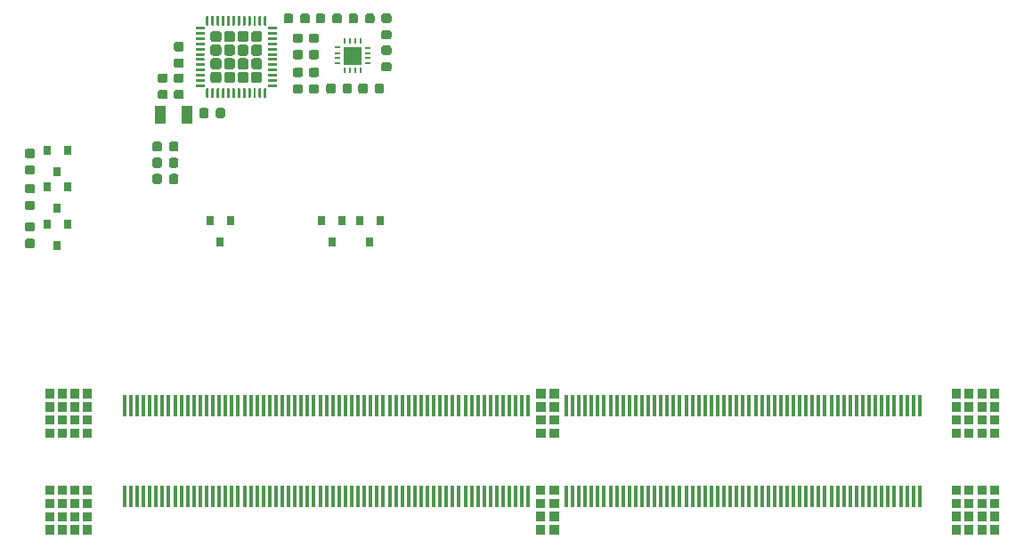
<source format=gbr>
G04 #@! TF.GenerationSoftware,KiCad,Pcbnew,5.1.5+dfsg1-2build2*
G04 #@! TF.CreationDate,2022-02-17T14:46:20+01:00*
G04 #@! TF.ProjectId,ModulAdapter_universal,4d6f6475-6c41-4646-9170-7465725f756e,rev?*
G04 #@! TF.SameCoordinates,Original*
G04 #@! TF.FileFunction,Paste,Top*
G04 #@! TF.FilePolarity,Positive*
%FSLAX46Y46*%
G04 Gerber Fmt 4.6, Leading zero omitted, Abs format (unit mm)*
G04 Created by KiCad (PCBNEW 5.1.5+dfsg1-2build2) date 2022-02-17 14:46:20*
%MOMM*%
%LPD*%
G04 APERTURE LIST*
%ADD10C,0.100000*%
%ADD11R,0.350000X2.000000*%
%ADD12R,0.550000X0.270000*%
%ADD13R,0.270000X0.550000*%
%ADD14R,1.800000X1.800000*%
%ADD15R,0.800000X0.900000*%
%ADD16R,1.000000X1.800000*%
G04 APERTURE END LIST*
D10*
G36*
X102601000Y-117748500D02*
G01*
X103520000Y-117748500D01*
X103520000Y-118632200D01*
X102601000Y-118632200D01*
X102601000Y-117748500D01*
G37*
G36*
X102601000Y-116498500D02*
G01*
X103520000Y-116498500D01*
X103520000Y-117382200D01*
X102601000Y-117382200D01*
X102601000Y-116498500D01*
G37*
G36*
X101301000Y-118998500D02*
G01*
X102220000Y-118998500D01*
X102220000Y-119882200D01*
X101301000Y-119882200D01*
X101301000Y-118998500D01*
G37*
G36*
X101301000Y-116498500D02*
G01*
X102220000Y-116498500D01*
X102220000Y-117382200D01*
X101301000Y-117382200D01*
X101301000Y-116498500D01*
G37*
G36*
X101301000Y-117748500D02*
G01*
X102220000Y-117748500D01*
X102220000Y-118632200D01*
X101301000Y-118632200D01*
X101301000Y-117748500D01*
G37*
G36*
X101301000Y-120248500D02*
G01*
X102220000Y-120248500D01*
X102220000Y-121132200D01*
X101301000Y-121132200D01*
X101301000Y-120248500D01*
G37*
G36*
X102601000Y-118998500D02*
G01*
X103520000Y-118998500D01*
X103520000Y-119882200D01*
X102601000Y-119882200D01*
X102601000Y-118998500D01*
G37*
G36*
X102601000Y-120248500D02*
G01*
X103520000Y-120248500D01*
X103520000Y-121132200D01*
X102601000Y-121132200D01*
X102601000Y-120248500D01*
G37*
G36*
X101291000Y-125688500D02*
G01*
X102210000Y-125688500D01*
X102210000Y-126572200D01*
X101291000Y-126572200D01*
X101291000Y-125688500D01*
G37*
G36*
X101291000Y-126938500D02*
G01*
X102210000Y-126938500D01*
X102210000Y-127822200D01*
X101291000Y-127822200D01*
X101291000Y-126938500D01*
G37*
G36*
X102591000Y-125688500D02*
G01*
X103510000Y-125688500D01*
X103510000Y-126572200D01*
X102591000Y-126572200D01*
X102591000Y-125688500D01*
G37*
G36*
X102591000Y-126938500D02*
G01*
X103510000Y-126938500D01*
X103510000Y-127822200D01*
X102591000Y-127822200D01*
X102591000Y-126938500D01*
G37*
G36*
X101291000Y-128188500D02*
G01*
X102210000Y-128188500D01*
X102210000Y-129072200D01*
X101291000Y-129072200D01*
X101291000Y-128188500D01*
G37*
G36*
X102591000Y-128188500D02*
G01*
X103510000Y-128188500D01*
X103510000Y-129072200D01*
X102591000Y-129072200D01*
X102591000Y-128188500D01*
G37*
G36*
X102591000Y-129438500D02*
G01*
X103510000Y-129438500D01*
X103510000Y-130322200D01*
X102591000Y-130322200D01*
X102591000Y-129438500D01*
G37*
G36*
X101291000Y-129438500D02*
G01*
X102210000Y-129438500D01*
X102210000Y-130322200D01*
X101291000Y-130322200D01*
X101291000Y-129438500D01*
G37*
G36*
X57071500Y-118997000D02*
G01*
X57920000Y-118997000D01*
X57920000Y-119880000D01*
X57071500Y-119880000D01*
X57071500Y-118997000D01*
G37*
G36*
X57071500Y-120247000D02*
G01*
X57920000Y-120247000D01*
X57920000Y-121130000D01*
X57071500Y-121130000D01*
X57071500Y-120247000D01*
G37*
G36*
X55871500Y-117747000D02*
G01*
X56720000Y-117747000D01*
X56720000Y-118630000D01*
X55871500Y-118630000D01*
X55871500Y-117747000D01*
G37*
G36*
X58271500Y-116497000D02*
G01*
X59120000Y-116497000D01*
X59120000Y-117380000D01*
X58271500Y-117380000D01*
X58271500Y-116497000D01*
G37*
G36*
X55871500Y-118997000D02*
G01*
X56720000Y-118997000D01*
X56720000Y-119880000D01*
X55871500Y-119880000D01*
X55871500Y-118997000D01*
G37*
G36*
X54671500Y-117747000D02*
G01*
X55520000Y-117747000D01*
X55520000Y-118630000D01*
X54671500Y-118630000D01*
X54671500Y-117747000D01*
G37*
G36*
X54671500Y-118997000D02*
G01*
X55520000Y-118997000D01*
X55520000Y-119880000D01*
X54671500Y-119880000D01*
X54671500Y-118997000D01*
G37*
G36*
X55871500Y-116497000D02*
G01*
X56720000Y-116497000D01*
X56720000Y-117380000D01*
X55871500Y-117380000D01*
X55871500Y-116497000D01*
G37*
G36*
X55871500Y-120247000D02*
G01*
X56720000Y-120247000D01*
X56720000Y-121130000D01*
X55871500Y-121130000D01*
X55871500Y-120247000D01*
G37*
G36*
X57071500Y-116497000D02*
G01*
X57920000Y-116497000D01*
X57920000Y-117380000D01*
X57071500Y-117380000D01*
X57071500Y-116497000D01*
G37*
G36*
X58271500Y-120247000D02*
G01*
X59120000Y-120247000D01*
X59120000Y-121130000D01*
X58271500Y-121130000D01*
X58271500Y-120247000D01*
G37*
G36*
X54671500Y-120247000D02*
G01*
X55520000Y-120247000D01*
X55520000Y-121130000D01*
X54671500Y-121130000D01*
X54671500Y-120247000D01*
G37*
G36*
X54671500Y-116497000D02*
G01*
X55520000Y-116497000D01*
X55520000Y-117380000D01*
X54671500Y-117380000D01*
X54671500Y-116497000D01*
G37*
G36*
X58271500Y-117747000D02*
G01*
X59120000Y-117747000D01*
X59120000Y-118630000D01*
X58271500Y-118630000D01*
X58271500Y-117747000D01*
G37*
G36*
X57071500Y-117747000D02*
G01*
X57920000Y-117747000D01*
X57920000Y-118630000D01*
X57071500Y-118630000D01*
X57071500Y-117747000D01*
G37*
G36*
X58271500Y-118997000D02*
G01*
X59120000Y-118997000D01*
X59120000Y-119880000D01*
X58271500Y-119880000D01*
X58271500Y-118997000D01*
G37*
G36*
X55871500Y-125697000D02*
G01*
X56720000Y-125697000D01*
X56720000Y-126580000D01*
X55871500Y-126580000D01*
X55871500Y-125697000D01*
G37*
G36*
X58271500Y-125697000D02*
G01*
X59120000Y-125697000D01*
X59120000Y-126580000D01*
X58271500Y-126580000D01*
X58271500Y-125697000D01*
G37*
G36*
X54671500Y-125697000D02*
G01*
X55520000Y-125697000D01*
X55520000Y-126580000D01*
X54671500Y-126580000D01*
X54671500Y-125697000D01*
G37*
G36*
X57071500Y-125697000D02*
G01*
X57920000Y-125697000D01*
X57920000Y-126580000D01*
X57071500Y-126580000D01*
X57071500Y-125697000D01*
G37*
G36*
X55871500Y-126947000D02*
G01*
X56720000Y-126947000D01*
X56720000Y-127830000D01*
X55871500Y-127830000D01*
X55871500Y-126947000D01*
G37*
G36*
X58271500Y-126947000D02*
G01*
X59120000Y-126947000D01*
X59120000Y-127830000D01*
X58271500Y-127830000D01*
X58271500Y-126947000D01*
G37*
G36*
X57071500Y-126947000D02*
G01*
X57920000Y-126947000D01*
X57920000Y-127830000D01*
X57071500Y-127830000D01*
X57071500Y-126947000D01*
G37*
G36*
X54671500Y-126947000D02*
G01*
X55520000Y-126947000D01*
X55520000Y-127830000D01*
X54671500Y-127830000D01*
X54671500Y-126947000D01*
G37*
G36*
X55871500Y-128197000D02*
G01*
X56720000Y-128197000D01*
X56720000Y-129080000D01*
X55871500Y-129080000D01*
X55871500Y-128197000D01*
G37*
G36*
X57071500Y-128197000D02*
G01*
X57920000Y-128197000D01*
X57920000Y-129080000D01*
X57071500Y-129080000D01*
X57071500Y-128197000D01*
G37*
G36*
X58271500Y-128197000D02*
G01*
X59120000Y-128197000D01*
X59120000Y-129080000D01*
X58271500Y-129080000D01*
X58271500Y-128197000D01*
G37*
G36*
X54671500Y-128197000D02*
G01*
X55520000Y-128197000D01*
X55520000Y-129080000D01*
X54671500Y-129080000D01*
X54671500Y-128197000D01*
G37*
G36*
X55871500Y-129447000D02*
G01*
X56720000Y-129447000D01*
X56720000Y-130330000D01*
X55871500Y-130330000D01*
X55871500Y-129447000D01*
G37*
G36*
X57071500Y-129447000D02*
G01*
X57920000Y-129447000D01*
X57920000Y-130330000D01*
X57071500Y-130330000D01*
X57071500Y-129447000D01*
G37*
G36*
X58271500Y-129447000D02*
G01*
X59120000Y-129447000D01*
X59120000Y-130330000D01*
X58271500Y-130330000D01*
X58271500Y-129447000D01*
G37*
G36*
X54671500Y-129447000D02*
G01*
X55520000Y-129447000D01*
X55520000Y-130330000D01*
X54671500Y-130330000D01*
X54671500Y-129447000D01*
G37*
G36*
X142081500Y-116497000D02*
G01*
X142930000Y-116497000D01*
X142930000Y-117380000D01*
X142081500Y-117380000D01*
X142081500Y-116497000D01*
G37*
G36*
X144481500Y-116497000D02*
G01*
X145330000Y-116497000D01*
X145330000Y-117380000D01*
X144481500Y-117380000D01*
X144481500Y-116497000D01*
G37*
G36*
X140881500Y-116497000D02*
G01*
X141730000Y-116497000D01*
X141730000Y-117380000D01*
X140881500Y-117380000D01*
X140881500Y-116497000D01*
G37*
G36*
X143281500Y-116497000D02*
G01*
X144130000Y-116497000D01*
X144130000Y-117380000D01*
X143281500Y-117380000D01*
X143281500Y-116497000D01*
G37*
G36*
X142081500Y-117747000D02*
G01*
X142930000Y-117747000D01*
X142930000Y-118630000D01*
X142081500Y-118630000D01*
X142081500Y-117747000D01*
G37*
G36*
X144481500Y-117747000D02*
G01*
X145330000Y-117747000D01*
X145330000Y-118630000D01*
X144481500Y-118630000D01*
X144481500Y-117747000D01*
G37*
G36*
X143281500Y-117747000D02*
G01*
X144130000Y-117747000D01*
X144130000Y-118630000D01*
X143281500Y-118630000D01*
X143281500Y-117747000D01*
G37*
G36*
X140881500Y-117747000D02*
G01*
X141730000Y-117747000D01*
X141730000Y-118630000D01*
X140881500Y-118630000D01*
X140881500Y-117747000D01*
G37*
G36*
X142081500Y-118997000D02*
G01*
X142930000Y-118997000D01*
X142930000Y-119880000D01*
X142081500Y-119880000D01*
X142081500Y-118997000D01*
G37*
G36*
X143281500Y-118997000D02*
G01*
X144130000Y-118997000D01*
X144130000Y-119880000D01*
X143281500Y-119880000D01*
X143281500Y-118997000D01*
G37*
G36*
X144481500Y-118997000D02*
G01*
X145330000Y-118997000D01*
X145330000Y-119880000D01*
X144481500Y-119880000D01*
X144481500Y-118997000D01*
G37*
G36*
X140881500Y-118997000D02*
G01*
X141730000Y-118997000D01*
X141730000Y-119880000D01*
X140881500Y-119880000D01*
X140881500Y-118997000D01*
G37*
G36*
X142081500Y-120247000D02*
G01*
X142930000Y-120247000D01*
X142930000Y-121130000D01*
X142081500Y-121130000D01*
X142081500Y-120247000D01*
G37*
G36*
X143281500Y-120247000D02*
G01*
X144130000Y-120247000D01*
X144130000Y-121130000D01*
X143281500Y-121130000D01*
X143281500Y-120247000D01*
G37*
G36*
X144481500Y-120247000D02*
G01*
X145330000Y-120247000D01*
X145330000Y-121130000D01*
X144481500Y-121130000D01*
X144481500Y-120247000D01*
G37*
G36*
X140881500Y-120247000D02*
G01*
X141730000Y-120247000D01*
X141730000Y-121130000D01*
X140881500Y-121130000D01*
X140881500Y-120247000D01*
G37*
G36*
X142091500Y-125687000D02*
G01*
X142940000Y-125687000D01*
X142940000Y-126570000D01*
X142091500Y-126570000D01*
X142091500Y-125687000D01*
G37*
G36*
X144491500Y-125687000D02*
G01*
X145340000Y-125687000D01*
X145340000Y-126570000D01*
X144491500Y-126570000D01*
X144491500Y-125687000D01*
G37*
G36*
X140891500Y-125687000D02*
G01*
X141740000Y-125687000D01*
X141740000Y-126570000D01*
X140891500Y-126570000D01*
X140891500Y-125687000D01*
G37*
G36*
X143291500Y-125687000D02*
G01*
X144140000Y-125687000D01*
X144140000Y-126570000D01*
X143291500Y-126570000D01*
X143291500Y-125687000D01*
G37*
G36*
X142091500Y-126937000D02*
G01*
X142940000Y-126937000D01*
X142940000Y-127820000D01*
X142091500Y-127820000D01*
X142091500Y-126937000D01*
G37*
G36*
X144491500Y-126937000D02*
G01*
X145340000Y-126937000D01*
X145340000Y-127820000D01*
X144491500Y-127820000D01*
X144491500Y-126937000D01*
G37*
G36*
X143291500Y-126937000D02*
G01*
X144140000Y-126937000D01*
X144140000Y-127820000D01*
X143291500Y-127820000D01*
X143291500Y-126937000D01*
G37*
G36*
X140891500Y-126937000D02*
G01*
X141740000Y-126937000D01*
X141740000Y-127820000D01*
X140891500Y-127820000D01*
X140891500Y-126937000D01*
G37*
G36*
X142091500Y-128187000D02*
G01*
X142940000Y-128187000D01*
X142940000Y-129070000D01*
X142091500Y-129070000D01*
X142091500Y-128187000D01*
G37*
G36*
X143291500Y-128187000D02*
G01*
X144140000Y-128187000D01*
X144140000Y-129070000D01*
X143291500Y-129070000D01*
X143291500Y-128187000D01*
G37*
G36*
X144491500Y-128187000D02*
G01*
X145340000Y-128187000D01*
X145340000Y-129070000D01*
X144491500Y-129070000D01*
X144491500Y-128187000D01*
G37*
G36*
X140891500Y-128187000D02*
G01*
X141740000Y-128187000D01*
X141740000Y-129070000D01*
X140891500Y-129070000D01*
X140891500Y-128187000D01*
G37*
G36*
X142091500Y-129437000D02*
G01*
X142940000Y-129437000D01*
X142940000Y-130320000D01*
X142091500Y-130320000D01*
X142091500Y-129437000D01*
G37*
G36*
X143291500Y-129437000D02*
G01*
X144140000Y-129437000D01*
X144140000Y-130320000D01*
X143291500Y-130320000D01*
X143291500Y-129437000D01*
G37*
G36*
X144491500Y-129437000D02*
G01*
X145340000Y-129437000D01*
X145340000Y-130320000D01*
X144491500Y-130320000D01*
X144491500Y-129437000D01*
G37*
G36*
X140891500Y-129437000D02*
G01*
X141740000Y-129437000D01*
X141740000Y-130320000D01*
X140891500Y-130320000D01*
X140891500Y-129437000D01*
G37*
G36*
X71181504Y-82433204D02*
G01*
X71205773Y-82436804D01*
X71229571Y-82442765D01*
X71252671Y-82451030D01*
X71274849Y-82461520D01*
X71295893Y-82474133D01*
X71315598Y-82488747D01*
X71333777Y-82505223D01*
X71350253Y-82523402D01*
X71364867Y-82543107D01*
X71377480Y-82564151D01*
X71387970Y-82586329D01*
X71396235Y-82609429D01*
X71402196Y-82633227D01*
X71405796Y-82657496D01*
X71407000Y-82682000D01*
X71407000Y-83222000D01*
X71405796Y-83246504D01*
X71402196Y-83270773D01*
X71396235Y-83294571D01*
X71387970Y-83317671D01*
X71377480Y-83339849D01*
X71364867Y-83360893D01*
X71350253Y-83380598D01*
X71333777Y-83398777D01*
X71315598Y-83415253D01*
X71295893Y-83429867D01*
X71274849Y-83442480D01*
X71252671Y-83452970D01*
X71229571Y-83461235D01*
X71205773Y-83467196D01*
X71181504Y-83470796D01*
X71157000Y-83472000D01*
X70617000Y-83472000D01*
X70592496Y-83470796D01*
X70568227Y-83467196D01*
X70544429Y-83461235D01*
X70521329Y-83452970D01*
X70499151Y-83442480D01*
X70478107Y-83429867D01*
X70458402Y-83415253D01*
X70440223Y-83398777D01*
X70423747Y-83380598D01*
X70409133Y-83360893D01*
X70396520Y-83339849D01*
X70386030Y-83317671D01*
X70377765Y-83294571D01*
X70371804Y-83270773D01*
X70368204Y-83246504D01*
X70367000Y-83222000D01*
X70367000Y-82682000D01*
X70368204Y-82657496D01*
X70371804Y-82633227D01*
X70377765Y-82609429D01*
X70386030Y-82586329D01*
X70396520Y-82564151D01*
X70409133Y-82543107D01*
X70423747Y-82523402D01*
X70440223Y-82505223D01*
X70458402Y-82488747D01*
X70478107Y-82474133D01*
X70499151Y-82461520D01*
X70521329Y-82451030D01*
X70544429Y-82442765D01*
X70568227Y-82436804D01*
X70592496Y-82433204D01*
X70617000Y-82432000D01*
X71157000Y-82432000D01*
X71181504Y-82433204D01*
G37*
G36*
X71181504Y-83723204D02*
G01*
X71205773Y-83726804D01*
X71229571Y-83732765D01*
X71252671Y-83741030D01*
X71274849Y-83751520D01*
X71295893Y-83764133D01*
X71315598Y-83778747D01*
X71333777Y-83795223D01*
X71350253Y-83813402D01*
X71364867Y-83833107D01*
X71377480Y-83854151D01*
X71387970Y-83876329D01*
X71396235Y-83899429D01*
X71402196Y-83923227D01*
X71405796Y-83947496D01*
X71407000Y-83972000D01*
X71407000Y-84512000D01*
X71405796Y-84536504D01*
X71402196Y-84560773D01*
X71396235Y-84584571D01*
X71387970Y-84607671D01*
X71377480Y-84629849D01*
X71364867Y-84650893D01*
X71350253Y-84670598D01*
X71333777Y-84688777D01*
X71315598Y-84705253D01*
X71295893Y-84719867D01*
X71274849Y-84732480D01*
X71252671Y-84742970D01*
X71229571Y-84751235D01*
X71205773Y-84757196D01*
X71181504Y-84760796D01*
X71157000Y-84762000D01*
X70617000Y-84762000D01*
X70592496Y-84760796D01*
X70568227Y-84757196D01*
X70544429Y-84751235D01*
X70521329Y-84742970D01*
X70499151Y-84732480D01*
X70478107Y-84719867D01*
X70458402Y-84705253D01*
X70440223Y-84688777D01*
X70423747Y-84670598D01*
X70409133Y-84650893D01*
X70396520Y-84629849D01*
X70386030Y-84607671D01*
X70377765Y-84584571D01*
X70371804Y-84560773D01*
X70368204Y-84536504D01*
X70367000Y-84512000D01*
X70367000Y-83972000D01*
X70368204Y-83947496D01*
X70371804Y-83923227D01*
X70377765Y-83899429D01*
X70386030Y-83876329D01*
X70396520Y-83854151D01*
X70409133Y-83833107D01*
X70423747Y-83813402D01*
X70440223Y-83795223D01*
X70458402Y-83778747D01*
X70478107Y-83764133D01*
X70499151Y-83751520D01*
X70521329Y-83741030D01*
X70544429Y-83732765D01*
X70568227Y-83726804D01*
X70592496Y-83723204D01*
X70617000Y-83722000D01*
X71157000Y-83722000D01*
X71181504Y-83723204D01*
G37*
G36*
X71181504Y-85013204D02*
G01*
X71205773Y-85016804D01*
X71229571Y-85022765D01*
X71252671Y-85031030D01*
X71274849Y-85041520D01*
X71295893Y-85054133D01*
X71315598Y-85068747D01*
X71333777Y-85085223D01*
X71350253Y-85103402D01*
X71364867Y-85123107D01*
X71377480Y-85144151D01*
X71387970Y-85166329D01*
X71396235Y-85189429D01*
X71402196Y-85213227D01*
X71405796Y-85237496D01*
X71407000Y-85262000D01*
X71407000Y-85802000D01*
X71405796Y-85826504D01*
X71402196Y-85850773D01*
X71396235Y-85874571D01*
X71387970Y-85897671D01*
X71377480Y-85919849D01*
X71364867Y-85940893D01*
X71350253Y-85960598D01*
X71333777Y-85978777D01*
X71315598Y-85995253D01*
X71295893Y-86009867D01*
X71274849Y-86022480D01*
X71252671Y-86032970D01*
X71229571Y-86041235D01*
X71205773Y-86047196D01*
X71181504Y-86050796D01*
X71157000Y-86052000D01*
X70617000Y-86052000D01*
X70592496Y-86050796D01*
X70568227Y-86047196D01*
X70544429Y-86041235D01*
X70521329Y-86032970D01*
X70499151Y-86022480D01*
X70478107Y-86009867D01*
X70458402Y-85995253D01*
X70440223Y-85978777D01*
X70423747Y-85960598D01*
X70409133Y-85940893D01*
X70396520Y-85919849D01*
X70386030Y-85897671D01*
X70377765Y-85874571D01*
X70371804Y-85850773D01*
X70368204Y-85826504D01*
X70367000Y-85802000D01*
X70367000Y-85262000D01*
X70368204Y-85237496D01*
X70371804Y-85213227D01*
X70377765Y-85189429D01*
X70386030Y-85166329D01*
X70396520Y-85144151D01*
X70409133Y-85123107D01*
X70423747Y-85103402D01*
X70440223Y-85085223D01*
X70458402Y-85068747D01*
X70478107Y-85054133D01*
X70499151Y-85041520D01*
X70521329Y-85031030D01*
X70544429Y-85022765D01*
X70568227Y-85016804D01*
X70592496Y-85013204D01*
X70617000Y-85012000D01*
X71157000Y-85012000D01*
X71181504Y-85013204D01*
G37*
G36*
X71181504Y-86303204D02*
G01*
X71205773Y-86306804D01*
X71229571Y-86312765D01*
X71252671Y-86321030D01*
X71274849Y-86331520D01*
X71295893Y-86344133D01*
X71315598Y-86358747D01*
X71333777Y-86375223D01*
X71350253Y-86393402D01*
X71364867Y-86413107D01*
X71377480Y-86434151D01*
X71387970Y-86456329D01*
X71396235Y-86479429D01*
X71402196Y-86503227D01*
X71405796Y-86527496D01*
X71407000Y-86552000D01*
X71407000Y-87092000D01*
X71405796Y-87116504D01*
X71402196Y-87140773D01*
X71396235Y-87164571D01*
X71387970Y-87187671D01*
X71377480Y-87209849D01*
X71364867Y-87230893D01*
X71350253Y-87250598D01*
X71333777Y-87268777D01*
X71315598Y-87285253D01*
X71295893Y-87299867D01*
X71274849Y-87312480D01*
X71252671Y-87322970D01*
X71229571Y-87331235D01*
X71205773Y-87337196D01*
X71181504Y-87340796D01*
X71157000Y-87342000D01*
X70617000Y-87342000D01*
X70592496Y-87340796D01*
X70568227Y-87337196D01*
X70544429Y-87331235D01*
X70521329Y-87322970D01*
X70499151Y-87312480D01*
X70478107Y-87299867D01*
X70458402Y-87285253D01*
X70440223Y-87268777D01*
X70423747Y-87250598D01*
X70409133Y-87230893D01*
X70396520Y-87209849D01*
X70386030Y-87187671D01*
X70377765Y-87164571D01*
X70371804Y-87140773D01*
X70368204Y-87116504D01*
X70367000Y-87092000D01*
X70367000Y-86552000D01*
X70368204Y-86527496D01*
X70371804Y-86503227D01*
X70377765Y-86479429D01*
X70386030Y-86456329D01*
X70396520Y-86434151D01*
X70409133Y-86413107D01*
X70423747Y-86393402D01*
X70440223Y-86375223D01*
X70458402Y-86358747D01*
X70478107Y-86344133D01*
X70499151Y-86331520D01*
X70521329Y-86321030D01*
X70544429Y-86312765D01*
X70568227Y-86306804D01*
X70592496Y-86303204D01*
X70617000Y-86302000D01*
X71157000Y-86302000D01*
X71181504Y-86303204D01*
G37*
G36*
X72471504Y-82433204D02*
G01*
X72495773Y-82436804D01*
X72519571Y-82442765D01*
X72542671Y-82451030D01*
X72564849Y-82461520D01*
X72585893Y-82474133D01*
X72605598Y-82488747D01*
X72623777Y-82505223D01*
X72640253Y-82523402D01*
X72654867Y-82543107D01*
X72667480Y-82564151D01*
X72677970Y-82586329D01*
X72686235Y-82609429D01*
X72692196Y-82633227D01*
X72695796Y-82657496D01*
X72697000Y-82682000D01*
X72697000Y-83222000D01*
X72695796Y-83246504D01*
X72692196Y-83270773D01*
X72686235Y-83294571D01*
X72677970Y-83317671D01*
X72667480Y-83339849D01*
X72654867Y-83360893D01*
X72640253Y-83380598D01*
X72623777Y-83398777D01*
X72605598Y-83415253D01*
X72585893Y-83429867D01*
X72564849Y-83442480D01*
X72542671Y-83452970D01*
X72519571Y-83461235D01*
X72495773Y-83467196D01*
X72471504Y-83470796D01*
X72447000Y-83472000D01*
X71907000Y-83472000D01*
X71882496Y-83470796D01*
X71858227Y-83467196D01*
X71834429Y-83461235D01*
X71811329Y-83452970D01*
X71789151Y-83442480D01*
X71768107Y-83429867D01*
X71748402Y-83415253D01*
X71730223Y-83398777D01*
X71713747Y-83380598D01*
X71699133Y-83360893D01*
X71686520Y-83339849D01*
X71676030Y-83317671D01*
X71667765Y-83294571D01*
X71661804Y-83270773D01*
X71658204Y-83246504D01*
X71657000Y-83222000D01*
X71657000Y-82682000D01*
X71658204Y-82657496D01*
X71661804Y-82633227D01*
X71667765Y-82609429D01*
X71676030Y-82586329D01*
X71686520Y-82564151D01*
X71699133Y-82543107D01*
X71713747Y-82523402D01*
X71730223Y-82505223D01*
X71748402Y-82488747D01*
X71768107Y-82474133D01*
X71789151Y-82461520D01*
X71811329Y-82451030D01*
X71834429Y-82442765D01*
X71858227Y-82436804D01*
X71882496Y-82433204D01*
X71907000Y-82432000D01*
X72447000Y-82432000D01*
X72471504Y-82433204D01*
G37*
G36*
X72471504Y-83723204D02*
G01*
X72495773Y-83726804D01*
X72519571Y-83732765D01*
X72542671Y-83741030D01*
X72564849Y-83751520D01*
X72585893Y-83764133D01*
X72605598Y-83778747D01*
X72623777Y-83795223D01*
X72640253Y-83813402D01*
X72654867Y-83833107D01*
X72667480Y-83854151D01*
X72677970Y-83876329D01*
X72686235Y-83899429D01*
X72692196Y-83923227D01*
X72695796Y-83947496D01*
X72697000Y-83972000D01*
X72697000Y-84512000D01*
X72695796Y-84536504D01*
X72692196Y-84560773D01*
X72686235Y-84584571D01*
X72677970Y-84607671D01*
X72667480Y-84629849D01*
X72654867Y-84650893D01*
X72640253Y-84670598D01*
X72623777Y-84688777D01*
X72605598Y-84705253D01*
X72585893Y-84719867D01*
X72564849Y-84732480D01*
X72542671Y-84742970D01*
X72519571Y-84751235D01*
X72495773Y-84757196D01*
X72471504Y-84760796D01*
X72447000Y-84762000D01*
X71907000Y-84762000D01*
X71882496Y-84760796D01*
X71858227Y-84757196D01*
X71834429Y-84751235D01*
X71811329Y-84742970D01*
X71789151Y-84732480D01*
X71768107Y-84719867D01*
X71748402Y-84705253D01*
X71730223Y-84688777D01*
X71713747Y-84670598D01*
X71699133Y-84650893D01*
X71686520Y-84629849D01*
X71676030Y-84607671D01*
X71667765Y-84584571D01*
X71661804Y-84560773D01*
X71658204Y-84536504D01*
X71657000Y-84512000D01*
X71657000Y-83972000D01*
X71658204Y-83947496D01*
X71661804Y-83923227D01*
X71667765Y-83899429D01*
X71676030Y-83876329D01*
X71686520Y-83854151D01*
X71699133Y-83833107D01*
X71713747Y-83813402D01*
X71730223Y-83795223D01*
X71748402Y-83778747D01*
X71768107Y-83764133D01*
X71789151Y-83751520D01*
X71811329Y-83741030D01*
X71834429Y-83732765D01*
X71858227Y-83726804D01*
X71882496Y-83723204D01*
X71907000Y-83722000D01*
X72447000Y-83722000D01*
X72471504Y-83723204D01*
G37*
G36*
X72471504Y-85013204D02*
G01*
X72495773Y-85016804D01*
X72519571Y-85022765D01*
X72542671Y-85031030D01*
X72564849Y-85041520D01*
X72585893Y-85054133D01*
X72605598Y-85068747D01*
X72623777Y-85085223D01*
X72640253Y-85103402D01*
X72654867Y-85123107D01*
X72667480Y-85144151D01*
X72677970Y-85166329D01*
X72686235Y-85189429D01*
X72692196Y-85213227D01*
X72695796Y-85237496D01*
X72697000Y-85262000D01*
X72697000Y-85802000D01*
X72695796Y-85826504D01*
X72692196Y-85850773D01*
X72686235Y-85874571D01*
X72677970Y-85897671D01*
X72667480Y-85919849D01*
X72654867Y-85940893D01*
X72640253Y-85960598D01*
X72623777Y-85978777D01*
X72605598Y-85995253D01*
X72585893Y-86009867D01*
X72564849Y-86022480D01*
X72542671Y-86032970D01*
X72519571Y-86041235D01*
X72495773Y-86047196D01*
X72471504Y-86050796D01*
X72447000Y-86052000D01*
X71907000Y-86052000D01*
X71882496Y-86050796D01*
X71858227Y-86047196D01*
X71834429Y-86041235D01*
X71811329Y-86032970D01*
X71789151Y-86022480D01*
X71768107Y-86009867D01*
X71748402Y-85995253D01*
X71730223Y-85978777D01*
X71713747Y-85960598D01*
X71699133Y-85940893D01*
X71686520Y-85919849D01*
X71676030Y-85897671D01*
X71667765Y-85874571D01*
X71661804Y-85850773D01*
X71658204Y-85826504D01*
X71657000Y-85802000D01*
X71657000Y-85262000D01*
X71658204Y-85237496D01*
X71661804Y-85213227D01*
X71667765Y-85189429D01*
X71676030Y-85166329D01*
X71686520Y-85144151D01*
X71699133Y-85123107D01*
X71713747Y-85103402D01*
X71730223Y-85085223D01*
X71748402Y-85068747D01*
X71768107Y-85054133D01*
X71789151Y-85041520D01*
X71811329Y-85031030D01*
X71834429Y-85022765D01*
X71858227Y-85016804D01*
X71882496Y-85013204D01*
X71907000Y-85012000D01*
X72447000Y-85012000D01*
X72471504Y-85013204D01*
G37*
G36*
X72471504Y-86303204D02*
G01*
X72495773Y-86306804D01*
X72519571Y-86312765D01*
X72542671Y-86321030D01*
X72564849Y-86331520D01*
X72585893Y-86344133D01*
X72605598Y-86358747D01*
X72623777Y-86375223D01*
X72640253Y-86393402D01*
X72654867Y-86413107D01*
X72667480Y-86434151D01*
X72677970Y-86456329D01*
X72686235Y-86479429D01*
X72692196Y-86503227D01*
X72695796Y-86527496D01*
X72697000Y-86552000D01*
X72697000Y-87092000D01*
X72695796Y-87116504D01*
X72692196Y-87140773D01*
X72686235Y-87164571D01*
X72677970Y-87187671D01*
X72667480Y-87209849D01*
X72654867Y-87230893D01*
X72640253Y-87250598D01*
X72623777Y-87268777D01*
X72605598Y-87285253D01*
X72585893Y-87299867D01*
X72564849Y-87312480D01*
X72542671Y-87322970D01*
X72519571Y-87331235D01*
X72495773Y-87337196D01*
X72471504Y-87340796D01*
X72447000Y-87342000D01*
X71907000Y-87342000D01*
X71882496Y-87340796D01*
X71858227Y-87337196D01*
X71834429Y-87331235D01*
X71811329Y-87322970D01*
X71789151Y-87312480D01*
X71768107Y-87299867D01*
X71748402Y-87285253D01*
X71730223Y-87268777D01*
X71713747Y-87250598D01*
X71699133Y-87230893D01*
X71686520Y-87209849D01*
X71676030Y-87187671D01*
X71667765Y-87164571D01*
X71661804Y-87140773D01*
X71658204Y-87116504D01*
X71657000Y-87092000D01*
X71657000Y-86552000D01*
X71658204Y-86527496D01*
X71661804Y-86503227D01*
X71667765Y-86479429D01*
X71676030Y-86456329D01*
X71686520Y-86434151D01*
X71699133Y-86413107D01*
X71713747Y-86393402D01*
X71730223Y-86375223D01*
X71748402Y-86358747D01*
X71768107Y-86344133D01*
X71789151Y-86331520D01*
X71811329Y-86321030D01*
X71834429Y-86312765D01*
X71858227Y-86306804D01*
X71882496Y-86303204D01*
X71907000Y-86302000D01*
X72447000Y-86302000D01*
X72471504Y-86303204D01*
G37*
G36*
X73761504Y-82433204D02*
G01*
X73785773Y-82436804D01*
X73809571Y-82442765D01*
X73832671Y-82451030D01*
X73854849Y-82461520D01*
X73875893Y-82474133D01*
X73895598Y-82488747D01*
X73913777Y-82505223D01*
X73930253Y-82523402D01*
X73944867Y-82543107D01*
X73957480Y-82564151D01*
X73967970Y-82586329D01*
X73976235Y-82609429D01*
X73982196Y-82633227D01*
X73985796Y-82657496D01*
X73987000Y-82682000D01*
X73987000Y-83222000D01*
X73985796Y-83246504D01*
X73982196Y-83270773D01*
X73976235Y-83294571D01*
X73967970Y-83317671D01*
X73957480Y-83339849D01*
X73944867Y-83360893D01*
X73930253Y-83380598D01*
X73913777Y-83398777D01*
X73895598Y-83415253D01*
X73875893Y-83429867D01*
X73854849Y-83442480D01*
X73832671Y-83452970D01*
X73809571Y-83461235D01*
X73785773Y-83467196D01*
X73761504Y-83470796D01*
X73737000Y-83472000D01*
X73197000Y-83472000D01*
X73172496Y-83470796D01*
X73148227Y-83467196D01*
X73124429Y-83461235D01*
X73101329Y-83452970D01*
X73079151Y-83442480D01*
X73058107Y-83429867D01*
X73038402Y-83415253D01*
X73020223Y-83398777D01*
X73003747Y-83380598D01*
X72989133Y-83360893D01*
X72976520Y-83339849D01*
X72966030Y-83317671D01*
X72957765Y-83294571D01*
X72951804Y-83270773D01*
X72948204Y-83246504D01*
X72947000Y-83222000D01*
X72947000Y-82682000D01*
X72948204Y-82657496D01*
X72951804Y-82633227D01*
X72957765Y-82609429D01*
X72966030Y-82586329D01*
X72976520Y-82564151D01*
X72989133Y-82543107D01*
X73003747Y-82523402D01*
X73020223Y-82505223D01*
X73038402Y-82488747D01*
X73058107Y-82474133D01*
X73079151Y-82461520D01*
X73101329Y-82451030D01*
X73124429Y-82442765D01*
X73148227Y-82436804D01*
X73172496Y-82433204D01*
X73197000Y-82432000D01*
X73737000Y-82432000D01*
X73761504Y-82433204D01*
G37*
G36*
X73761504Y-83723204D02*
G01*
X73785773Y-83726804D01*
X73809571Y-83732765D01*
X73832671Y-83741030D01*
X73854849Y-83751520D01*
X73875893Y-83764133D01*
X73895598Y-83778747D01*
X73913777Y-83795223D01*
X73930253Y-83813402D01*
X73944867Y-83833107D01*
X73957480Y-83854151D01*
X73967970Y-83876329D01*
X73976235Y-83899429D01*
X73982196Y-83923227D01*
X73985796Y-83947496D01*
X73987000Y-83972000D01*
X73987000Y-84512000D01*
X73985796Y-84536504D01*
X73982196Y-84560773D01*
X73976235Y-84584571D01*
X73967970Y-84607671D01*
X73957480Y-84629849D01*
X73944867Y-84650893D01*
X73930253Y-84670598D01*
X73913777Y-84688777D01*
X73895598Y-84705253D01*
X73875893Y-84719867D01*
X73854849Y-84732480D01*
X73832671Y-84742970D01*
X73809571Y-84751235D01*
X73785773Y-84757196D01*
X73761504Y-84760796D01*
X73737000Y-84762000D01*
X73197000Y-84762000D01*
X73172496Y-84760796D01*
X73148227Y-84757196D01*
X73124429Y-84751235D01*
X73101329Y-84742970D01*
X73079151Y-84732480D01*
X73058107Y-84719867D01*
X73038402Y-84705253D01*
X73020223Y-84688777D01*
X73003747Y-84670598D01*
X72989133Y-84650893D01*
X72976520Y-84629849D01*
X72966030Y-84607671D01*
X72957765Y-84584571D01*
X72951804Y-84560773D01*
X72948204Y-84536504D01*
X72947000Y-84512000D01*
X72947000Y-83972000D01*
X72948204Y-83947496D01*
X72951804Y-83923227D01*
X72957765Y-83899429D01*
X72966030Y-83876329D01*
X72976520Y-83854151D01*
X72989133Y-83833107D01*
X73003747Y-83813402D01*
X73020223Y-83795223D01*
X73038402Y-83778747D01*
X73058107Y-83764133D01*
X73079151Y-83751520D01*
X73101329Y-83741030D01*
X73124429Y-83732765D01*
X73148227Y-83726804D01*
X73172496Y-83723204D01*
X73197000Y-83722000D01*
X73737000Y-83722000D01*
X73761504Y-83723204D01*
G37*
G36*
X73761504Y-85013204D02*
G01*
X73785773Y-85016804D01*
X73809571Y-85022765D01*
X73832671Y-85031030D01*
X73854849Y-85041520D01*
X73875893Y-85054133D01*
X73895598Y-85068747D01*
X73913777Y-85085223D01*
X73930253Y-85103402D01*
X73944867Y-85123107D01*
X73957480Y-85144151D01*
X73967970Y-85166329D01*
X73976235Y-85189429D01*
X73982196Y-85213227D01*
X73985796Y-85237496D01*
X73987000Y-85262000D01*
X73987000Y-85802000D01*
X73985796Y-85826504D01*
X73982196Y-85850773D01*
X73976235Y-85874571D01*
X73967970Y-85897671D01*
X73957480Y-85919849D01*
X73944867Y-85940893D01*
X73930253Y-85960598D01*
X73913777Y-85978777D01*
X73895598Y-85995253D01*
X73875893Y-86009867D01*
X73854849Y-86022480D01*
X73832671Y-86032970D01*
X73809571Y-86041235D01*
X73785773Y-86047196D01*
X73761504Y-86050796D01*
X73737000Y-86052000D01*
X73197000Y-86052000D01*
X73172496Y-86050796D01*
X73148227Y-86047196D01*
X73124429Y-86041235D01*
X73101329Y-86032970D01*
X73079151Y-86022480D01*
X73058107Y-86009867D01*
X73038402Y-85995253D01*
X73020223Y-85978777D01*
X73003747Y-85960598D01*
X72989133Y-85940893D01*
X72976520Y-85919849D01*
X72966030Y-85897671D01*
X72957765Y-85874571D01*
X72951804Y-85850773D01*
X72948204Y-85826504D01*
X72947000Y-85802000D01*
X72947000Y-85262000D01*
X72948204Y-85237496D01*
X72951804Y-85213227D01*
X72957765Y-85189429D01*
X72966030Y-85166329D01*
X72976520Y-85144151D01*
X72989133Y-85123107D01*
X73003747Y-85103402D01*
X73020223Y-85085223D01*
X73038402Y-85068747D01*
X73058107Y-85054133D01*
X73079151Y-85041520D01*
X73101329Y-85031030D01*
X73124429Y-85022765D01*
X73148227Y-85016804D01*
X73172496Y-85013204D01*
X73197000Y-85012000D01*
X73737000Y-85012000D01*
X73761504Y-85013204D01*
G37*
G36*
X73761504Y-86303204D02*
G01*
X73785773Y-86306804D01*
X73809571Y-86312765D01*
X73832671Y-86321030D01*
X73854849Y-86331520D01*
X73875893Y-86344133D01*
X73895598Y-86358747D01*
X73913777Y-86375223D01*
X73930253Y-86393402D01*
X73944867Y-86413107D01*
X73957480Y-86434151D01*
X73967970Y-86456329D01*
X73976235Y-86479429D01*
X73982196Y-86503227D01*
X73985796Y-86527496D01*
X73987000Y-86552000D01*
X73987000Y-87092000D01*
X73985796Y-87116504D01*
X73982196Y-87140773D01*
X73976235Y-87164571D01*
X73967970Y-87187671D01*
X73957480Y-87209849D01*
X73944867Y-87230893D01*
X73930253Y-87250598D01*
X73913777Y-87268777D01*
X73895598Y-87285253D01*
X73875893Y-87299867D01*
X73854849Y-87312480D01*
X73832671Y-87322970D01*
X73809571Y-87331235D01*
X73785773Y-87337196D01*
X73761504Y-87340796D01*
X73737000Y-87342000D01*
X73197000Y-87342000D01*
X73172496Y-87340796D01*
X73148227Y-87337196D01*
X73124429Y-87331235D01*
X73101329Y-87322970D01*
X73079151Y-87312480D01*
X73058107Y-87299867D01*
X73038402Y-87285253D01*
X73020223Y-87268777D01*
X73003747Y-87250598D01*
X72989133Y-87230893D01*
X72976520Y-87209849D01*
X72966030Y-87187671D01*
X72957765Y-87164571D01*
X72951804Y-87140773D01*
X72948204Y-87116504D01*
X72947000Y-87092000D01*
X72947000Y-86552000D01*
X72948204Y-86527496D01*
X72951804Y-86503227D01*
X72957765Y-86479429D01*
X72966030Y-86456329D01*
X72976520Y-86434151D01*
X72989133Y-86413107D01*
X73003747Y-86393402D01*
X73020223Y-86375223D01*
X73038402Y-86358747D01*
X73058107Y-86344133D01*
X73079151Y-86331520D01*
X73101329Y-86321030D01*
X73124429Y-86312765D01*
X73148227Y-86306804D01*
X73172496Y-86303204D01*
X73197000Y-86302000D01*
X73737000Y-86302000D01*
X73761504Y-86303204D01*
G37*
G36*
X75051504Y-82433204D02*
G01*
X75075773Y-82436804D01*
X75099571Y-82442765D01*
X75122671Y-82451030D01*
X75144849Y-82461520D01*
X75165893Y-82474133D01*
X75185598Y-82488747D01*
X75203777Y-82505223D01*
X75220253Y-82523402D01*
X75234867Y-82543107D01*
X75247480Y-82564151D01*
X75257970Y-82586329D01*
X75266235Y-82609429D01*
X75272196Y-82633227D01*
X75275796Y-82657496D01*
X75277000Y-82682000D01*
X75277000Y-83222000D01*
X75275796Y-83246504D01*
X75272196Y-83270773D01*
X75266235Y-83294571D01*
X75257970Y-83317671D01*
X75247480Y-83339849D01*
X75234867Y-83360893D01*
X75220253Y-83380598D01*
X75203777Y-83398777D01*
X75185598Y-83415253D01*
X75165893Y-83429867D01*
X75144849Y-83442480D01*
X75122671Y-83452970D01*
X75099571Y-83461235D01*
X75075773Y-83467196D01*
X75051504Y-83470796D01*
X75027000Y-83472000D01*
X74487000Y-83472000D01*
X74462496Y-83470796D01*
X74438227Y-83467196D01*
X74414429Y-83461235D01*
X74391329Y-83452970D01*
X74369151Y-83442480D01*
X74348107Y-83429867D01*
X74328402Y-83415253D01*
X74310223Y-83398777D01*
X74293747Y-83380598D01*
X74279133Y-83360893D01*
X74266520Y-83339849D01*
X74256030Y-83317671D01*
X74247765Y-83294571D01*
X74241804Y-83270773D01*
X74238204Y-83246504D01*
X74237000Y-83222000D01*
X74237000Y-82682000D01*
X74238204Y-82657496D01*
X74241804Y-82633227D01*
X74247765Y-82609429D01*
X74256030Y-82586329D01*
X74266520Y-82564151D01*
X74279133Y-82543107D01*
X74293747Y-82523402D01*
X74310223Y-82505223D01*
X74328402Y-82488747D01*
X74348107Y-82474133D01*
X74369151Y-82461520D01*
X74391329Y-82451030D01*
X74414429Y-82442765D01*
X74438227Y-82436804D01*
X74462496Y-82433204D01*
X74487000Y-82432000D01*
X75027000Y-82432000D01*
X75051504Y-82433204D01*
G37*
G36*
X75051504Y-83723204D02*
G01*
X75075773Y-83726804D01*
X75099571Y-83732765D01*
X75122671Y-83741030D01*
X75144849Y-83751520D01*
X75165893Y-83764133D01*
X75185598Y-83778747D01*
X75203777Y-83795223D01*
X75220253Y-83813402D01*
X75234867Y-83833107D01*
X75247480Y-83854151D01*
X75257970Y-83876329D01*
X75266235Y-83899429D01*
X75272196Y-83923227D01*
X75275796Y-83947496D01*
X75277000Y-83972000D01*
X75277000Y-84512000D01*
X75275796Y-84536504D01*
X75272196Y-84560773D01*
X75266235Y-84584571D01*
X75257970Y-84607671D01*
X75247480Y-84629849D01*
X75234867Y-84650893D01*
X75220253Y-84670598D01*
X75203777Y-84688777D01*
X75185598Y-84705253D01*
X75165893Y-84719867D01*
X75144849Y-84732480D01*
X75122671Y-84742970D01*
X75099571Y-84751235D01*
X75075773Y-84757196D01*
X75051504Y-84760796D01*
X75027000Y-84762000D01*
X74487000Y-84762000D01*
X74462496Y-84760796D01*
X74438227Y-84757196D01*
X74414429Y-84751235D01*
X74391329Y-84742970D01*
X74369151Y-84732480D01*
X74348107Y-84719867D01*
X74328402Y-84705253D01*
X74310223Y-84688777D01*
X74293747Y-84670598D01*
X74279133Y-84650893D01*
X74266520Y-84629849D01*
X74256030Y-84607671D01*
X74247765Y-84584571D01*
X74241804Y-84560773D01*
X74238204Y-84536504D01*
X74237000Y-84512000D01*
X74237000Y-83972000D01*
X74238204Y-83947496D01*
X74241804Y-83923227D01*
X74247765Y-83899429D01*
X74256030Y-83876329D01*
X74266520Y-83854151D01*
X74279133Y-83833107D01*
X74293747Y-83813402D01*
X74310223Y-83795223D01*
X74328402Y-83778747D01*
X74348107Y-83764133D01*
X74369151Y-83751520D01*
X74391329Y-83741030D01*
X74414429Y-83732765D01*
X74438227Y-83726804D01*
X74462496Y-83723204D01*
X74487000Y-83722000D01*
X75027000Y-83722000D01*
X75051504Y-83723204D01*
G37*
G36*
X75051504Y-85013204D02*
G01*
X75075773Y-85016804D01*
X75099571Y-85022765D01*
X75122671Y-85031030D01*
X75144849Y-85041520D01*
X75165893Y-85054133D01*
X75185598Y-85068747D01*
X75203777Y-85085223D01*
X75220253Y-85103402D01*
X75234867Y-85123107D01*
X75247480Y-85144151D01*
X75257970Y-85166329D01*
X75266235Y-85189429D01*
X75272196Y-85213227D01*
X75275796Y-85237496D01*
X75277000Y-85262000D01*
X75277000Y-85802000D01*
X75275796Y-85826504D01*
X75272196Y-85850773D01*
X75266235Y-85874571D01*
X75257970Y-85897671D01*
X75247480Y-85919849D01*
X75234867Y-85940893D01*
X75220253Y-85960598D01*
X75203777Y-85978777D01*
X75185598Y-85995253D01*
X75165893Y-86009867D01*
X75144849Y-86022480D01*
X75122671Y-86032970D01*
X75099571Y-86041235D01*
X75075773Y-86047196D01*
X75051504Y-86050796D01*
X75027000Y-86052000D01*
X74487000Y-86052000D01*
X74462496Y-86050796D01*
X74438227Y-86047196D01*
X74414429Y-86041235D01*
X74391329Y-86032970D01*
X74369151Y-86022480D01*
X74348107Y-86009867D01*
X74328402Y-85995253D01*
X74310223Y-85978777D01*
X74293747Y-85960598D01*
X74279133Y-85940893D01*
X74266520Y-85919849D01*
X74256030Y-85897671D01*
X74247765Y-85874571D01*
X74241804Y-85850773D01*
X74238204Y-85826504D01*
X74237000Y-85802000D01*
X74237000Y-85262000D01*
X74238204Y-85237496D01*
X74241804Y-85213227D01*
X74247765Y-85189429D01*
X74256030Y-85166329D01*
X74266520Y-85144151D01*
X74279133Y-85123107D01*
X74293747Y-85103402D01*
X74310223Y-85085223D01*
X74328402Y-85068747D01*
X74348107Y-85054133D01*
X74369151Y-85041520D01*
X74391329Y-85031030D01*
X74414429Y-85022765D01*
X74438227Y-85016804D01*
X74462496Y-85013204D01*
X74487000Y-85012000D01*
X75027000Y-85012000D01*
X75051504Y-85013204D01*
G37*
G36*
X75051504Y-86303204D02*
G01*
X75075773Y-86306804D01*
X75099571Y-86312765D01*
X75122671Y-86321030D01*
X75144849Y-86331520D01*
X75165893Y-86344133D01*
X75185598Y-86358747D01*
X75203777Y-86375223D01*
X75220253Y-86393402D01*
X75234867Y-86413107D01*
X75247480Y-86434151D01*
X75257970Y-86456329D01*
X75266235Y-86479429D01*
X75272196Y-86503227D01*
X75275796Y-86527496D01*
X75277000Y-86552000D01*
X75277000Y-87092000D01*
X75275796Y-87116504D01*
X75272196Y-87140773D01*
X75266235Y-87164571D01*
X75257970Y-87187671D01*
X75247480Y-87209849D01*
X75234867Y-87230893D01*
X75220253Y-87250598D01*
X75203777Y-87268777D01*
X75185598Y-87285253D01*
X75165893Y-87299867D01*
X75144849Y-87312480D01*
X75122671Y-87322970D01*
X75099571Y-87331235D01*
X75075773Y-87337196D01*
X75051504Y-87340796D01*
X75027000Y-87342000D01*
X74487000Y-87342000D01*
X74462496Y-87340796D01*
X74438227Y-87337196D01*
X74414429Y-87331235D01*
X74391329Y-87322970D01*
X74369151Y-87312480D01*
X74348107Y-87299867D01*
X74328402Y-87285253D01*
X74310223Y-87268777D01*
X74293747Y-87250598D01*
X74279133Y-87230893D01*
X74266520Y-87209849D01*
X74256030Y-87187671D01*
X74247765Y-87164571D01*
X74241804Y-87140773D01*
X74238204Y-87116504D01*
X74237000Y-87092000D01*
X74237000Y-86552000D01*
X74238204Y-86527496D01*
X74241804Y-86503227D01*
X74247765Y-86479429D01*
X74256030Y-86456329D01*
X74266520Y-86434151D01*
X74279133Y-86413107D01*
X74293747Y-86393402D01*
X74310223Y-86375223D01*
X74328402Y-86358747D01*
X74348107Y-86344133D01*
X74369151Y-86331520D01*
X74391329Y-86321030D01*
X74414429Y-86312765D01*
X74438227Y-86306804D01*
X74462496Y-86303204D01*
X74487000Y-86302000D01*
X75027000Y-86302000D01*
X75051504Y-86303204D01*
G37*
G36*
X69765626Y-82012301D02*
G01*
X69771693Y-82013201D01*
X69777643Y-82014691D01*
X69783418Y-82016758D01*
X69788962Y-82019380D01*
X69794223Y-82022533D01*
X69799150Y-82026187D01*
X69803694Y-82030306D01*
X69807813Y-82034850D01*
X69811467Y-82039777D01*
X69814620Y-82045038D01*
X69817242Y-82050582D01*
X69819309Y-82056357D01*
X69820799Y-82062307D01*
X69821699Y-82068374D01*
X69822000Y-82074500D01*
X69822000Y-82199500D01*
X69821699Y-82205626D01*
X69820799Y-82211693D01*
X69819309Y-82217643D01*
X69817242Y-82223418D01*
X69814620Y-82228962D01*
X69811467Y-82234223D01*
X69807813Y-82239150D01*
X69803694Y-82243694D01*
X69799150Y-82247813D01*
X69794223Y-82251467D01*
X69788962Y-82254620D01*
X69783418Y-82257242D01*
X69777643Y-82259309D01*
X69771693Y-82260799D01*
X69765626Y-82261699D01*
X69759500Y-82262000D01*
X69009500Y-82262000D01*
X69003374Y-82261699D01*
X68997307Y-82260799D01*
X68991357Y-82259309D01*
X68985582Y-82257242D01*
X68980038Y-82254620D01*
X68974777Y-82251467D01*
X68969850Y-82247813D01*
X68965306Y-82243694D01*
X68961187Y-82239150D01*
X68957533Y-82234223D01*
X68954380Y-82228962D01*
X68951758Y-82223418D01*
X68949691Y-82217643D01*
X68948201Y-82211693D01*
X68947301Y-82205626D01*
X68947000Y-82199500D01*
X68947000Y-82074500D01*
X68947301Y-82068374D01*
X68948201Y-82062307D01*
X68949691Y-82056357D01*
X68951758Y-82050582D01*
X68954380Y-82045038D01*
X68957533Y-82039777D01*
X68961187Y-82034850D01*
X68965306Y-82030306D01*
X68969850Y-82026187D01*
X68974777Y-82022533D01*
X68980038Y-82019380D01*
X68985582Y-82016758D01*
X68991357Y-82014691D01*
X68997307Y-82013201D01*
X69003374Y-82012301D01*
X69009500Y-82012000D01*
X69759500Y-82012000D01*
X69765626Y-82012301D01*
G37*
G36*
X69765626Y-82512301D02*
G01*
X69771693Y-82513201D01*
X69777643Y-82514691D01*
X69783418Y-82516758D01*
X69788962Y-82519380D01*
X69794223Y-82522533D01*
X69799150Y-82526187D01*
X69803694Y-82530306D01*
X69807813Y-82534850D01*
X69811467Y-82539777D01*
X69814620Y-82545038D01*
X69817242Y-82550582D01*
X69819309Y-82556357D01*
X69820799Y-82562307D01*
X69821699Y-82568374D01*
X69822000Y-82574500D01*
X69822000Y-82699500D01*
X69821699Y-82705626D01*
X69820799Y-82711693D01*
X69819309Y-82717643D01*
X69817242Y-82723418D01*
X69814620Y-82728962D01*
X69811467Y-82734223D01*
X69807813Y-82739150D01*
X69803694Y-82743694D01*
X69799150Y-82747813D01*
X69794223Y-82751467D01*
X69788962Y-82754620D01*
X69783418Y-82757242D01*
X69777643Y-82759309D01*
X69771693Y-82760799D01*
X69765626Y-82761699D01*
X69759500Y-82762000D01*
X69009500Y-82762000D01*
X69003374Y-82761699D01*
X68997307Y-82760799D01*
X68991357Y-82759309D01*
X68985582Y-82757242D01*
X68980038Y-82754620D01*
X68974777Y-82751467D01*
X68969850Y-82747813D01*
X68965306Y-82743694D01*
X68961187Y-82739150D01*
X68957533Y-82734223D01*
X68954380Y-82728962D01*
X68951758Y-82723418D01*
X68949691Y-82717643D01*
X68948201Y-82711693D01*
X68947301Y-82705626D01*
X68947000Y-82699500D01*
X68947000Y-82574500D01*
X68947301Y-82568374D01*
X68948201Y-82562307D01*
X68949691Y-82556357D01*
X68951758Y-82550582D01*
X68954380Y-82545038D01*
X68957533Y-82539777D01*
X68961187Y-82534850D01*
X68965306Y-82530306D01*
X68969850Y-82526187D01*
X68974777Y-82522533D01*
X68980038Y-82519380D01*
X68985582Y-82516758D01*
X68991357Y-82514691D01*
X68997307Y-82513201D01*
X69003374Y-82512301D01*
X69009500Y-82512000D01*
X69759500Y-82512000D01*
X69765626Y-82512301D01*
G37*
G36*
X69765626Y-83012301D02*
G01*
X69771693Y-83013201D01*
X69777643Y-83014691D01*
X69783418Y-83016758D01*
X69788962Y-83019380D01*
X69794223Y-83022533D01*
X69799150Y-83026187D01*
X69803694Y-83030306D01*
X69807813Y-83034850D01*
X69811467Y-83039777D01*
X69814620Y-83045038D01*
X69817242Y-83050582D01*
X69819309Y-83056357D01*
X69820799Y-83062307D01*
X69821699Y-83068374D01*
X69822000Y-83074500D01*
X69822000Y-83199500D01*
X69821699Y-83205626D01*
X69820799Y-83211693D01*
X69819309Y-83217643D01*
X69817242Y-83223418D01*
X69814620Y-83228962D01*
X69811467Y-83234223D01*
X69807813Y-83239150D01*
X69803694Y-83243694D01*
X69799150Y-83247813D01*
X69794223Y-83251467D01*
X69788962Y-83254620D01*
X69783418Y-83257242D01*
X69777643Y-83259309D01*
X69771693Y-83260799D01*
X69765626Y-83261699D01*
X69759500Y-83262000D01*
X69009500Y-83262000D01*
X69003374Y-83261699D01*
X68997307Y-83260799D01*
X68991357Y-83259309D01*
X68985582Y-83257242D01*
X68980038Y-83254620D01*
X68974777Y-83251467D01*
X68969850Y-83247813D01*
X68965306Y-83243694D01*
X68961187Y-83239150D01*
X68957533Y-83234223D01*
X68954380Y-83228962D01*
X68951758Y-83223418D01*
X68949691Y-83217643D01*
X68948201Y-83211693D01*
X68947301Y-83205626D01*
X68947000Y-83199500D01*
X68947000Y-83074500D01*
X68947301Y-83068374D01*
X68948201Y-83062307D01*
X68949691Y-83056357D01*
X68951758Y-83050582D01*
X68954380Y-83045038D01*
X68957533Y-83039777D01*
X68961187Y-83034850D01*
X68965306Y-83030306D01*
X68969850Y-83026187D01*
X68974777Y-83022533D01*
X68980038Y-83019380D01*
X68985582Y-83016758D01*
X68991357Y-83014691D01*
X68997307Y-83013201D01*
X69003374Y-83012301D01*
X69009500Y-83012000D01*
X69759500Y-83012000D01*
X69765626Y-83012301D01*
G37*
G36*
X69765626Y-83512301D02*
G01*
X69771693Y-83513201D01*
X69777643Y-83514691D01*
X69783418Y-83516758D01*
X69788962Y-83519380D01*
X69794223Y-83522533D01*
X69799150Y-83526187D01*
X69803694Y-83530306D01*
X69807813Y-83534850D01*
X69811467Y-83539777D01*
X69814620Y-83545038D01*
X69817242Y-83550582D01*
X69819309Y-83556357D01*
X69820799Y-83562307D01*
X69821699Y-83568374D01*
X69822000Y-83574500D01*
X69822000Y-83699500D01*
X69821699Y-83705626D01*
X69820799Y-83711693D01*
X69819309Y-83717643D01*
X69817242Y-83723418D01*
X69814620Y-83728962D01*
X69811467Y-83734223D01*
X69807813Y-83739150D01*
X69803694Y-83743694D01*
X69799150Y-83747813D01*
X69794223Y-83751467D01*
X69788962Y-83754620D01*
X69783418Y-83757242D01*
X69777643Y-83759309D01*
X69771693Y-83760799D01*
X69765626Y-83761699D01*
X69759500Y-83762000D01*
X69009500Y-83762000D01*
X69003374Y-83761699D01*
X68997307Y-83760799D01*
X68991357Y-83759309D01*
X68985582Y-83757242D01*
X68980038Y-83754620D01*
X68974777Y-83751467D01*
X68969850Y-83747813D01*
X68965306Y-83743694D01*
X68961187Y-83739150D01*
X68957533Y-83734223D01*
X68954380Y-83728962D01*
X68951758Y-83723418D01*
X68949691Y-83717643D01*
X68948201Y-83711693D01*
X68947301Y-83705626D01*
X68947000Y-83699500D01*
X68947000Y-83574500D01*
X68947301Y-83568374D01*
X68948201Y-83562307D01*
X68949691Y-83556357D01*
X68951758Y-83550582D01*
X68954380Y-83545038D01*
X68957533Y-83539777D01*
X68961187Y-83534850D01*
X68965306Y-83530306D01*
X68969850Y-83526187D01*
X68974777Y-83522533D01*
X68980038Y-83519380D01*
X68985582Y-83516758D01*
X68991357Y-83514691D01*
X68997307Y-83513201D01*
X69003374Y-83512301D01*
X69009500Y-83512000D01*
X69759500Y-83512000D01*
X69765626Y-83512301D01*
G37*
G36*
X69765626Y-84012301D02*
G01*
X69771693Y-84013201D01*
X69777643Y-84014691D01*
X69783418Y-84016758D01*
X69788962Y-84019380D01*
X69794223Y-84022533D01*
X69799150Y-84026187D01*
X69803694Y-84030306D01*
X69807813Y-84034850D01*
X69811467Y-84039777D01*
X69814620Y-84045038D01*
X69817242Y-84050582D01*
X69819309Y-84056357D01*
X69820799Y-84062307D01*
X69821699Y-84068374D01*
X69822000Y-84074500D01*
X69822000Y-84199500D01*
X69821699Y-84205626D01*
X69820799Y-84211693D01*
X69819309Y-84217643D01*
X69817242Y-84223418D01*
X69814620Y-84228962D01*
X69811467Y-84234223D01*
X69807813Y-84239150D01*
X69803694Y-84243694D01*
X69799150Y-84247813D01*
X69794223Y-84251467D01*
X69788962Y-84254620D01*
X69783418Y-84257242D01*
X69777643Y-84259309D01*
X69771693Y-84260799D01*
X69765626Y-84261699D01*
X69759500Y-84262000D01*
X69009500Y-84262000D01*
X69003374Y-84261699D01*
X68997307Y-84260799D01*
X68991357Y-84259309D01*
X68985582Y-84257242D01*
X68980038Y-84254620D01*
X68974777Y-84251467D01*
X68969850Y-84247813D01*
X68965306Y-84243694D01*
X68961187Y-84239150D01*
X68957533Y-84234223D01*
X68954380Y-84228962D01*
X68951758Y-84223418D01*
X68949691Y-84217643D01*
X68948201Y-84211693D01*
X68947301Y-84205626D01*
X68947000Y-84199500D01*
X68947000Y-84074500D01*
X68947301Y-84068374D01*
X68948201Y-84062307D01*
X68949691Y-84056357D01*
X68951758Y-84050582D01*
X68954380Y-84045038D01*
X68957533Y-84039777D01*
X68961187Y-84034850D01*
X68965306Y-84030306D01*
X68969850Y-84026187D01*
X68974777Y-84022533D01*
X68980038Y-84019380D01*
X68985582Y-84016758D01*
X68991357Y-84014691D01*
X68997307Y-84013201D01*
X69003374Y-84012301D01*
X69009500Y-84012000D01*
X69759500Y-84012000D01*
X69765626Y-84012301D01*
G37*
G36*
X69765626Y-84512301D02*
G01*
X69771693Y-84513201D01*
X69777643Y-84514691D01*
X69783418Y-84516758D01*
X69788962Y-84519380D01*
X69794223Y-84522533D01*
X69799150Y-84526187D01*
X69803694Y-84530306D01*
X69807813Y-84534850D01*
X69811467Y-84539777D01*
X69814620Y-84545038D01*
X69817242Y-84550582D01*
X69819309Y-84556357D01*
X69820799Y-84562307D01*
X69821699Y-84568374D01*
X69822000Y-84574500D01*
X69822000Y-84699500D01*
X69821699Y-84705626D01*
X69820799Y-84711693D01*
X69819309Y-84717643D01*
X69817242Y-84723418D01*
X69814620Y-84728962D01*
X69811467Y-84734223D01*
X69807813Y-84739150D01*
X69803694Y-84743694D01*
X69799150Y-84747813D01*
X69794223Y-84751467D01*
X69788962Y-84754620D01*
X69783418Y-84757242D01*
X69777643Y-84759309D01*
X69771693Y-84760799D01*
X69765626Y-84761699D01*
X69759500Y-84762000D01*
X69009500Y-84762000D01*
X69003374Y-84761699D01*
X68997307Y-84760799D01*
X68991357Y-84759309D01*
X68985582Y-84757242D01*
X68980038Y-84754620D01*
X68974777Y-84751467D01*
X68969850Y-84747813D01*
X68965306Y-84743694D01*
X68961187Y-84739150D01*
X68957533Y-84734223D01*
X68954380Y-84728962D01*
X68951758Y-84723418D01*
X68949691Y-84717643D01*
X68948201Y-84711693D01*
X68947301Y-84705626D01*
X68947000Y-84699500D01*
X68947000Y-84574500D01*
X68947301Y-84568374D01*
X68948201Y-84562307D01*
X68949691Y-84556357D01*
X68951758Y-84550582D01*
X68954380Y-84545038D01*
X68957533Y-84539777D01*
X68961187Y-84534850D01*
X68965306Y-84530306D01*
X68969850Y-84526187D01*
X68974777Y-84522533D01*
X68980038Y-84519380D01*
X68985582Y-84516758D01*
X68991357Y-84514691D01*
X68997307Y-84513201D01*
X69003374Y-84512301D01*
X69009500Y-84512000D01*
X69759500Y-84512000D01*
X69765626Y-84512301D01*
G37*
G36*
X69765626Y-85012301D02*
G01*
X69771693Y-85013201D01*
X69777643Y-85014691D01*
X69783418Y-85016758D01*
X69788962Y-85019380D01*
X69794223Y-85022533D01*
X69799150Y-85026187D01*
X69803694Y-85030306D01*
X69807813Y-85034850D01*
X69811467Y-85039777D01*
X69814620Y-85045038D01*
X69817242Y-85050582D01*
X69819309Y-85056357D01*
X69820799Y-85062307D01*
X69821699Y-85068374D01*
X69822000Y-85074500D01*
X69822000Y-85199500D01*
X69821699Y-85205626D01*
X69820799Y-85211693D01*
X69819309Y-85217643D01*
X69817242Y-85223418D01*
X69814620Y-85228962D01*
X69811467Y-85234223D01*
X69807813Y-85239150D01*
X69803694Y-85243694D01*
X69799150Y-85247813D01*
X69794223Y-85251467D01*
X69788962Y-85254620D01*
X69783418Y-85257242D01*
X69777643Y-85259309D01*
X69771693Y-85260799D01*
X69765626Y-85261699D01*
X69759500Y-85262000D01*
X69009500Y-85262000D01*
X69003374Y-85261699D01*
X68997307Y-85260799D01*
X68991357Y-85259309D01*
X68985582Y-85257242D01*
X68980038Y-85254620D01*
X68974777Y-85251467D01*
X68969850Y-85247813D01*
X68965306Y-85243694D01*
X68961187Y-85239150D01*
X68957533Y-85234223D01*
X68954380Y-85228962D01*
X68951758Y-85223418D01*
X68949691Y-85217643D01*
X68948201Y-85211693D01*
X68947301Y-85205626D01*
X68947000Y-85199500D01*
X68947000Y-85074500D01*
X68947301Y-85068374D01*
X68948201Y-85062307D01*
X68949691Y-85056357D01*
X68951758Y-85050582D01*
X68954380Y-85045038D01*
X68957533Y-85039777D01*
X68961187Y-85034850D01*
X68965306Y-85030306D01*
X68969850Y-85026187D01*
X68974777Y-85022533D01*
X68980038Y-85019380D01*
X68985582Y-85016758D01*
X68991357Y-85014691D01*
X68997307Y-85013201D01*
X69003374Y-85012301D01*
X69009500Y-85012000D01*
X69759500Y-85012000D01*
X69765626Y-85012301D01*
G37*
G36*
X69765626Y-85512301D02*
G01*
X69771693Y-85513201D01*
X69777643Y-85514691D01*
X69783418Y-85516758D01*
X69788962Y-85519380D01*
X69794223Y-85522533D01*
X69799150Y-85526187D01*
X69803694Y-85530306D01*
X69807813Y-85534850D01*
X69811467Y-85539777D01*
X69814620Y-85545038D01*
X69817242Y-85550582D01*
X69819309Y-85556357D01*
X69820799Y-85562307D01*
X69821699Y-85568374D01*
X69822000Y-85574500D01*
X69822000Y-85699500D01*
X69821699Y-85705626D01*
X69820799Y-85711693D01*
X69819309Y-85717643D01*
X69817242Y-85723418D01*
X69814620Y-85728962D01*
X69811467Y-85734223D01*
X69807813Y-85739150D01*
X69803694Y-85743694D01*
X69799150Y-85747813D01*
X69794223Y-85751467D01*
X69788962Y-85754620D01*
X69783418Y-85757242D01*
X69777643Y-85759309D01*
X69771693Y-85760799D01*
X69765626Y-85761699D01*
X69759500Y-85762000D01*
X69009500Y-85762000D01*
X69003374Y-85761699D01*
X68997307Y-85760799D01*
X68991357Y-85759309D01*
X68985582Y-85757242D01*
X68980038Y-85754620D01*
X68974777Y-85751467D01*
X68969850Y-85747813D01*
X68965306Y-85743694D01*
X68961187Y-85739150D01*
X68957533Y-85734223D01*
X68954380Y-85728962D01*
X68951758Y-85723418D01*
X68949691Y-85717643D01*
X68948201Y-85711693D01*
X68947301Y-85705626D01*
X68947000Y-85699500D01*
X68947000Y-85574500D01*
X68947301Y-85568374D01*
X68948201Y-85562307D01*
X68949691Y-85556357D01*
X68951758Y-85550582D01*
X68954380Y-85545038D01*
X68957533Y-85539777D01*
X68961187Y-85534850D01*
X68965306Y-85530306D01*
X68969850Y-85526187D01*
X68974777Y-85522533D01*
X68980038Y-85519380D01*
X68985582Y-85516758D01*
X68991357Y-85514691D01*
X68997307Y-85513201D01*
X69003374Y-85512301D01*
X69009500Y-85512000D01*
X69759500Y-85512000D01*
X69765626Y-85512301D01*
G37*
G36*
X69765626Y-86012301D02*
G01*
X69771693Y-86013201D01*
X69777643Y-86014691D01*
X69783418Y-86016758D01*
X69788962Y-86019380D01*
X69794223Y-86022533D01*
X69799150Y-86026187D01*
X69803694Y-86030306D01*
X69807813Y-86034850D01*
X69811467Y-86039777D01*
X69814620Y-86045038D01*
X69817242Y-86050582D01*
X69819309Y-86056357D01*
X69820799Y-86062307D01*
X69821699Y-86068374D01*
X69822000Y-86074500D01*
X69822000Y-86199500D01*
X69821699Y-86205626D01*
X69820799Y-86211693D01*
X69819309Y-86217643D01*
X69817242Y-86223418D01*
X69814620Y-86228962D01*
X69811467Y-86234223D01*
X69807813Y-86239150D01*
X69803694Y-86243694D01*
X69799150Y-86247813D01*
X69794223Y-86251467D01*
X69788962Y-86254620D01*
X69783418Y-86257242D01*
X69777643Y-86259309D01*
X69771693Y-86260799D01*
X69765626Y-86261699D01*
X69759500Y-86262000D01*
X69009500Y-86262000D01*
X69003374Y-86261699D01*
X68997307Y-86260799D01*
X68991357Y-86259309D01*
X68985582Y-86257242D01*
X68980038Y-86254620D01*
X68974777Y-86251467D01*
X68969850Y-86247813D01*
X68965306Y-86243694D01*
X68961187Y-86239150D01*
X68957533Y-86234223D01*
X68954380Y-86228962D01*
X68951758Y-86223418D01*
X68949691Y-86217643D01*
X68948201Y-86211693D01*
X68947301Y-86205626D01*
X68947000Y-86199500D01*
X68947000Y-86074500D01*
X68947301Y-86068374D01*
X68948201Y-86062307D01*
X68949691Y-86056357D01*
X68951758Y-86050582D01*
X68954380Y-86045038D01*
X68957533Y-86039777D01*
X68961187Y-86034850D01*
X68965306Y-86030306D01*
X68969850Y-86026187D01*
X68974777Y-86022533D01*
X68980038Y-86019380D01*
X68985582Y-86016758D01*
X68991357Y-86014691D01*
X68997307Y-86013201D01*
X69003374Y-86012301D01*
X69009500Y-86012000D01*
X69759500Y-86012000D01*
X69765626Y-86012301D01*
G37*
G36*
X69765626Y-86512301D02*
G01*
X69771693Y-86513201D01*
X69777643Y-86514691D01*
X69783418Y-86516758D01*
X69788962Y-86519380D01*
X69794223Y-86522533D01*
X69799150Y-86526187D01*
X69803694Y-86530306D01*
X69807813Y-86534850D01*
X69811467Y-86539777D01*
X69814620Y-86545038D01*
X69817242Y-86550582D01*
X69819309Y-86556357D01*
X69820799Y-86562307D01*
X69821699Y-86568374D01*
X69822000Y-86574500D01*
X69822000Y-86699500D01*
X69821699Y-86705626D01*
X69820799Y-86711693D01*
X69819309Y-86717643D01*
X69817242Y-86723418D01*
X69814620Y-86728962D01*
X69811467Y-86734223D01*
X69807813Y-86739150D01*
X69803694Y-86743694D01*
X69799150Y-86747813D01*
X69794223Y-86751467D01*
X69788962Y-86754620D01*
X69783418Y-86757242D01*
X69777643Y-86759309D01*
X69771693Y-86760799D01*
X69765626Y-86761699D01*
X69759500Y-86762000D01*
X69009500Y-86762000D01*
X69003374Y-86761699D01*
X68997307Y-86760799D01*
X68991357Y-86759309D01*
X68985582Y-86757242D01*
X68980038Y-86754620D01*
X68974777Y-86751467D01*
X68969850Y-86747813D01*
X68965306Y-86743694D01*
X68961187Y-86739150D01*
X68957533Y-86734223D01*
X68954380Y-86728962D01*
X68951758Y-86723418D01*
X68949691Y-86717643D01*
X68948201Y-86711693D01*
X68947301Y-86705626D01*
X68947000Y-86699500D01*
X68947000Y-86574500D01*
X68947301Y-86568374D01*
X68948201Y-86562307D01*
X68949691Y-86556357D01*
X68951758Y-86550582D01*
X68954380Y-86545038D01*
X68957533Y-86539777D01*
X68961187Y-86534850D01*
X68965306Y-86530306D01*
X68969850Y-86526187D01*
X68974777Y-86522533D01*
X68980038Y-86519380D01*
X68985582Y-86516758D01*
X68991357Y-86514691D01*
X68997307Y-86513201D01*
X69003374Y-86512301D01*
X69009500Y-86512000D01*
X69759500Y-86512000D01*
X69765626Y-86512301D01*
G37*
G36*
X69765626Y-87012301D02*
G01*
X69771693Y-87013201D01*
X69777643Y-87014691D01*
X69783418Y-87016758D01*
X69788962Y-87019380D01*
X69794223Y-87022533D01*
X69799150Y-87026187D01*
X69803694Y-87030306D01*
X69807813Y-87034850D01*
X69811467Y-87039777D01*
X69814620Y-87045038D01*
X69817242Y-87050582D01*
X69819309Y-87056357D01*
X69820799Y-87062307D01*
X69821699Y-87068374D01*
X69822000Y-87074500D01*
X69822000Y-87199500D01*
X69821699Y-87205626D01*
X69820799Y-87211693D01*
X69819309Y-87217643D01*
X69817242Y-87223418D01*
X69814620Y-87228962D01*
X69811467Y-87234223D01*
X69807813Y-87239150D01*
X69803694Y-87243694D01*
X69799150Y-87247813D01*
X69794223Y-87251467D01*
X69788962Y-87254620D01*
X69783418Y-87257242D01*
X69777643Y-87259309D01*
X69771693Y-87260799D01*
X69765626Y-87261699D01*
X69759500Y-87262000D01*
X69009500Y-87262000D01*
X69003374Y-87261699D01*
X68997307Y-87260799D01*
X68991357Y-87259309D01*
X68985582Y-87257242D01*
X68980038Y-87254620D01*
X68974777Y-87251467D01*
X68969850Y-87247813D01*
X68965306Y-87243694D01*
X68961187Y-87239150D01*
X68957533Y-87234223D01*
X68954380Y-87228962D01*
X68951758Y-87223418D01*
X68949691Y-87217643D01*
X68948201Y-87211693D01*
X68947301Y-87205626D01*
X68947000Y-87199500D01*
X68947000Y-87074500D01*
X68947301Y-87068374D01*
X68948201Y-87062307D01*
X68949691Y-87056357D01*
X68951758Y-87050582D01*
X68954380Y-87045038D01*
X68957533Y-87039777D01*
X68961187Y-87034850D01*
X68965306Y-87030306D01*
X68969850Y-87026187D01*
X68974777Y-87022533D01*
X68980038Y-87019380D01*
X68985582Y-87016758D01*
X68991357Y-87014691D01*
X68997307Y-87013201D01*
X69003374Y-87012301D01*
X69009500Y-87012000D01*
X69759500Y-87012000D01*
X69765626Y-87012301D01*
G37*
G36*
X69765626Y-87512301D02*
G01*
X69771693Y-87513201D01*
X69777643Y-87514691D01*
X69783418Y-87516758D01*
X69788962Y-87519380D01*
X69794223Y-87522533D01*
X69799150Y-87526187D01*
X69803694Y-87530306D01*
X69807813Y-87534850D01*
X69811467Y-87539777D01*
X69814620Y-87545038D01*
X69817242Y-87550582D01*
X69819309Y-87556357D01*
X69820799Y-87562307D01*
X69821699Y-87568374D01*
X69822000Y-87574500D01*
X69822000Y-87699500D01*
X69821699Y-87705626D01*
X69820799Y-87711693D01*
X69819309Y-87717643D01*
X69817242Y-87723418D01*
X69814620Y-87728962D01*
X69811467Y-87734223D01*
X69807813Y-87739150D01*
X69803694Y-87743694D01*
X69799150Y-87747813D01*
X69794223Y-87751467D01*
X69788962Y-87754620D01*
X69783418Y-87757242D01*
X69777643Y-87759309D01*
X69771693Y-87760799D01*
X69765626Y-87761699D01*
X69759500Y-87762000D01*
X69009500Y-87762000D01*
X69003374Y-87761699D01*
X68997307Y-87760799D01*
X68991357Y-87759309D01*
X68985582Y-87757242D01*
X68980038Y-87754620D01*
X68974777Y-87751467D01*
X68969850Y-87747813D01*
X68965306Y-87743694D01*
X68961187Y-87739150D01*
X68957533Y-87734223D01*
X68954380Y-87728962D01*
X68951758Y-87723418D01*
X68949691Y-87717643D01*
X68948201Y-87711693D01*
X68947301Y-87705626D01*
X68947000Y-87699500D01*
X68947000Y-87574500D01*
X68947301Y-87568374D01*
X68948201Y-87562307D01*
X68949691Y-87556357D01*
X68951758Y-87550582D01*
X68954380Y-87545038D01*
X68957533Y-87539777D01*
X68961187Y-87534850D01*
X68965306Y-87530306D01*
X68969850Y-87526187D01*
X68974777Y-87522533D01*
X68980038Y-87519380D01*
X68985582Y-87516758D01*
X68991357Y-87514691D01*
X68997307Y-87513201D01*
X69003374Y-87512301D01*
X69009500Y-87512000D01*
X69759500Y-87512000D01*
X69765626Y-87512301D01*
G37*
G36*
X70140626Y-87887301D02*
G01*
X70146693Y-87888201D01*
X70152643Y-87889691D01*
X70158418Y-87891758D01*
X70163962Y-87894380D01*
X70169223Y-87897533D01*
X70174150Y-87901187D01*
X70178694Y-87905306D01*
X70182813Y-87909850D01*
X70186467Y-87914777D01*
X70189620Y-87920038D01*
X70192242Y-87925582D01*
X70194309Y-87931357D01*
X70195799Y-87937307D01*
X70196699Y-87943374D01*
X70197000Y-87949500D01*
X70197000Y-88699500D01*
X70196699Y-88705626D01*
X70195799Y-88711693D01*
X70194309Y-88717643D01*
X70192242Y-88723418D01*
X70189620Y-88728962D01*
X70186467Y-88734223D01*
X70182813Y-88739150D01*
X70178694Y-88743694D01*
X70174150Y-88747813D01*
X70169223Y-88751467D01*
X70163962Y-88754620D01*
X70158418Y-88757242D01*
X70152643Y-88759309D01*
X70146693Y-88760799D01*
X70140626Y-88761699D01*
X70134500Y-88762000D01*
X70009500Y-88762000D01*
X70003374Y-88761699D01*
X69997307Y-88760799D01*
X69991357Y-88759309D01*
X69985582Y-88757242D01*
X69980038Y-88754620D01*
X69974777Y-88751467D01*
X69969850Y-88747813D01*
X69965306Y-88743694D01*
X69961187Y-88739150D01*
X69957533Y-88734223D01*
X69954380Y-88728962D01*
X69951758Y-88723418D01*
X69949691Y-88717643D01*
X69948201Y-88711693D01*
X69947301Y-88705626D01*
X69947000Y-88699500D01*
X69947000Y-87949500D01*
X69947301Y-87943374D01*
X69948201Y-87937307D01*
X69949691Y-87931357D01*
X69951758Y-87925582D01*
X69954380Y-87920038D01*
X69957533Y-87914777D01*
X69961187Y-87909850D01*
X69965306Y-87905306D01*
X69969850Y-87901187D01*
X69974777Y-87897533D01*
X69980038Y-87894380D01*
X69985582Y-87891758D01*
X69991357Y-87889691D01*
X69997307Y-87888201D01*
X70003374Y-87887301D01*
X70009500Y-87887000D01*
X70134500Y-87887000D01*
X70140626Y-87887301D01*
G37*
G36*
X70640626Y-87887301D02*
G01*
X70646693Y-87888201D01*
X70652643Y-87889691D01*
X70658418Y-87891758D01*
X70663962Y-87894380D01*
X70669223Y-87897533D01*
X70674150Y-87901187D01*
X70678694Y-87905306D01*
X70682813Y-87909850D01*
X70686467Y-87914777D01*
X70689620Y-87920038D01*
X70692242Y-87925582D01*
X70694309Y-87931357D01*
X70695799Y-87937307D01*
X70696699Y-87943374D01*
X70697000Y-87949500D01*
X70697000Y-88699500D01*
X70696699Y-88705626D01*
X70695799Y-88711693D01*
X70694309Y-88717643D01*
X70692242Y-88723418D01*
X70689620Y-88728962D01*
X70686467Y-88734223D01*
X70682813Y-88739150D01*
X70678694Y-88743694D01*
X70674150Y-88747813D01*
X70669223Y-88751467D01*
X70663962Y-88754620D01*
X70658418Y-88757242D01*
X70652643Y-88759309D01*
X70646693Y-88760799D01*
X70640626Y-88761699D01*
X70634500Y-88762000D01*
X70509500Y-88762000D01*
X70503374Y-88761699D01*
X70497307Y-88760799D01*
X70491357Y-88759309D01*
X70485582Y-88757242D01*
X70480038Y-88754620D01*
X70474777Y-88751467D01*
X70469850Y-88747813D01*
X70465306Y-88743694D01*
X70461187Y-88739150D01*
X70457533Y-88734223D01*
X70454380Y-88728962D01*
X70451758Y-88723418D01*
X70449691Y-88717643D01*
X70448201Y-88711693D01*
X70447301Y-88705626D01*
X70447000Y-88699500D01*
X70447000Y-87949500D01*
X70447301Y-87943374D01*
X70448201Y-87937307D01*
X70449691Y-87931357D01*
X70451758Y-87925582D01*
X70454380Y-87920038D01*
X70457533Y-87914777D01*
X70461187Y-87909850D01*
X70465306Y-87905306D01*
X70469850Y-87901187D01*
X70474777Y-87897533D01*
X70480038Y-87894380D01*
X70485582Y-87891758D01*
X70491357Y-87889691D01*
X70497307Y-87888201D01*
X70503374Y-87887301D01*
X70509500Y-87887000D01*
X70634500Y-87887000D01*
X70640626Y-87887301D01*
G37*
G36*
X71140626Y-87887301D02*
G01*
X71146693Y-87888201D01*
X71152643Y-87889691D01*
X71158418Y-87891758D01*
X71163962Y-87894380D01*
X71169223Y-87897533D01*
X71174150Y-87901187D01*
X71178694Y-87905306D01*
X71182813Y-87909850D01*
X71186467Y-87914777D01*
X71189620Y-87920038D01*
X71192242Y-87925582D01*
X71194309Y-87931357D01*
X71195799Y-87937307D01*
X71196699Y-87943374D01*
X71197000Y-87949500D01*
X71197000Y-88699500D01*
X71196699Y-88705626D01*
X71195799Y-88711693D01*
X71194309Y-88717643D01*
X71192242Y-88723418D01*
X71189620Y-88728962D01*
X71186467Y-88734223D01*
X71182813Y-88739150D01*
X71178694Y-88743694D01*
X71174150Y-88747813D01*
X71169223Y-88751467D01*
X71163962Y-88754620D01*
X71158418Y-88757242D01*
X71152643Y-88759309D01*
X71146693Y-88760799D01*
X71140626Y-88761699D01*
X71134500Y-88762000D01*
X71009500Y-88762000D01*
X71003374Y-88761699D01*
X70997307Y-88760799D01*
X70991357Y-88759309D01*
X70985582Y-88757242D01*
X70980038Y-88754620D01*
X70974777Y-88751467D01*
X70969850Y-88747813D01*
X70965306Y-88743694D01*
X70961187Y-88739150D01*
X70957533Y-88734223D01*
X70954380Y-88728962D01*
X70951758Y-88723418D01*
X70949691Y-88717643D01*
X70948201Y-88711693D01*
X70947301Y-88705626D01*
X70947000Y-88699500D01*
X70947000Y-87949500D01*
X70947301Y-87943374D01*
X70948201Y-87937307D01*
X70949691Y-87931357D01*
X70951758Y-87925582D01*
X70954380Y-87920038D01*
X70957533Y-87914777D01*
X70961187Y-87909850D01*
X70965306Y-87905306D01*
X70969850Y-87901187D01*
X70974777Y-87897533D01*
X70980038Y-87894380D01*
X70985582Y-87891758D01*
X70991357Y-87889691D01*
X70997307Y-87888201D01*
X71003374Y-87887301D01*
X71009500Y-87887000D01*
X71134500Y-87887000D01*
X71140626Y-87887301D01*
G37*
G36*
X71640626Y-87887301D02*
G01*
X71646693Y-87888201D01*
X71652643Y-87889691D01*
X71658418Y-87891758D01*
X71663962Y-87894380D01*
X71669223Y-87897533D01*
X71674150Y-87901187D01*
X71678694Y-87905306D01*
X71682813Y-87909850D01*
X71686467Y-87914777D01*
X71689620Y-87920038D01*
X71692242Y-87925582D01*
X71694309Y-87931357D01*
X71695799Y-87937307D01*
X71696699Y-87943374D01*
X71697000Y-87949500D01*
X71697000Y-88699500D01*
X71696699Y-88705626D01*
X71695799Y-88711693D01*
X71694309Y-88717643D01*
X71692242Y-88723418D01*
X71689620Y-88728962D01*
X71686467Y-88734223D01*
X71682813Y-88739150D01*
X71678694Y-88743694D01*
X71674150Y-88747813D01*
X71669223Y-88751467D01*
X71663962Y-88754620D01*
X71658418Y-88757242D01*
X71652643Y-88759309D01*
X71646693Y-88760799D01*
X71640626Y-88761699D01*
X71634500Y-88762000D01*
X71509500Y-88762000D01*
X71503374Y-88761699D01*
X71497307Y-88760799D01*
X71491357Y-88759309D01*
X71485582Y-88757242D01*
X71480038Y-88754620D01*
X71474777Y-88751467D01*
X71469850Y-88747813D01*
X71465306Y-88743694D01*
X71461187Y-88739150D01*
X71457533Y-88734223D01*
X71454380Y-88728962D01*
X71451758Y-88723418D01*
X71449691Y-88717643D01*
X71448201Y-88711693D01*
X71447301Y-88705626D01*
X71447000Y-88699500D01*
X71447000Y-87949500D01*
X71447301Y-87943374D01*
X71448201Y-87937307D01*
X71449691Y-87931357D01*
X71451758Y-87925582D01*
X71454380Y-87920038D01*
X71457533Y-87914777D01*
X71461187Y-87909850D01*
X71465306Y-87905306D01*
X71469850Y-87901187D01*
X71474777Y-87897533D01*
X71480038Y-87894380D01*
X71485582Y-87891758D01*
X71491357Y-87889691D01*
X71497307Y-87888201D01*
X71503374Y-87887301D01*
X71509500Y-87887000D01*
X71634500Y-87887000D01*
X71640626Y-87887301D01*
G37*
G36*
X72140626Y-87887301D02*
G01*
X72146693Y-87888201D01*
X72152643Y-87889691D01*
X72158418Y-87891758D01*
X72163962Y-87894380D01*
X72169223Y-87897533D01*
X72174150Y-87901187D01*
X72178694Y-87905306D01*
X72182813Y-87909850D01*
X72186467Y-87914777D01*
X72189620Y-87920038D01*
X72192242Y-87925582D01*
X72194309Y-87931357D01*
X72195799Y-87937307D01*
X72196699Y-87943374D01*
X72197000Y-87949500D01*
X72197000Y-88699500D01*
X72196699Y-88705626D01*
X72195799Y-88711693D01*
X72194309Y-88717643D01*
X72192242Y-88723418D01*
X72189620Y-88728962D01*
X72186467Y-88734223D01*
X72182813Y-88739150D01*
X72178694Y-88743694D01*
X72174150Y-88747813D01*
X72169223Y-88751467D01*
X72163962Y-88754620D01*
X72158418Y-88757242D01*
X72152643Y-88759309D01*
X72146693Y-88760799D01*
X72140626Y-88761699D01*
X72134500Y-88762000D01*
X72009500Y-88762000D01*
X72003374Y-88761699D01*
X71997307Y-88760799D01*
X71991357Y-88759309D01*
X71985582Y-88757242D01*
X71980038Y-88754620D01*
X71974777Y-88751467D01*
X71969850Y-88747813D01*
X71965306Y-88743694D01*
X71961187Y-88739150D01*
X71957533Y-88734223D01*
X71954380Y-88728962D01*
X71951758Y-88723418D01*
X71949691Y-88717643D01*
X71948201Y-88711693D01*
X71947301Y-88705626D01*
X71947000Y-88699500D01*
X71947000Y-87949500D01*
X71947301Y-87943374D01*
X71948201Y-87937307D01*
X71949691Y-87931357D01*
X71951758Y-87925582D01*
X71954380Y-87920038D01*
X71957533Y-87914777D01*
X71961187Y-87909850D01*
X71965306Y-87905306D01*
X71969850Y-87901187D01*
X71974777Y-87897533D01*
X71980038Y-87894380D01*
X71985582Y-87891758D01*
X71991357Y-87889691D01*
X71997307Y-87888201D01*
X72003374Y-87887301D01*
X72009500Y-87887000D01*
X72134500Y-87887000D01*
X72140626Y-87887301D01*
G37*
G36*
X72640626Y-87887301D02*
G01*
X72646693Y-87888201D01*
X72652643Y-87889691D01*
X72658418Y-87891758D01*
X72663962Y-87894380D01*
X72669223Y-87897533D01*
X72674150Y-87901187D01*
X72678694Y-87905306D01*
X72682813Y-87909850D01*
X72686467Y-87914777D01*
X72689620Y-87920038D01*
X72692242Y-87925582D01*
X72694309Y-87931357D01*
X72695799Y-87937307D01*
X72696699Y-87943374D01*
X72697000Y-87949500D01*
X72697000Y-88699500D01*
X72696699Y-88705626D01*
X72695799Y-88711693D01*
X72694309Y-88717643D01*
X72692242Y-88723418D01*
X72689620Y-88728962D01*
X72686467Y-88734223D01*
X72682813Y-88739150D01*
X72678694Y-88743694D01*
X72674150Y-88747813D01*
X72669223Y-88751467D01*
X72663962Y-88754620D01*
X72658418Y-88757242D01*
X72652643Y-88759309D01*
X72646693Y-88760799D01*
X72640626Y-88761699D01*
X72634500Y-88762000D01*
X72509500Y-88762000D01*
X72503374Y-88761699D01*
X72497307Y-88760799D01*
X72491357Y-88759309D01*
X72485582Y-88757242D01*
X72480038Y-88754620D01*
X72474777Y-88751467D01*
X72469850Y-88747813D01*
X72465306Y-88743694D01*
X72461187Y-88739150D01*
X72457533Y-88734223D01*
X72454380Y-88728962D01*
X72451758Y-88723418D01*
X72449691Y-88717643D01*
X72448201Y-88711693D01*
X72447301Y-88705626D01*
X72447000Y-88699500D01*
X72447000Y-87949500D01*
X72447301Y-87943374D01*
X72448201Y-87937307D01*
X72449691Y-87931357D01*
X72451758Y-87925582D01*
X72454380Y-87920038D01*
X72457533Y-87914777D01*
X72461187Y-87909850D01*
X72465306Y-87905306D01*
X72469850Y-87901187D01*
X72474777Y-87897533D01*
X72480038Y-87894380D01*
X72485582Y-87891758D01*
X72491357Y-87889691D01*
X72497307Y-87888201D01*
X72503374Y-87887301D01*
X72509500Y-87887000D01*
X72634500Y-87887000D01*
X72640626Y-87887301D01*
G37*
G36*
X73140626Y-87887301D02*
G01*
X73146693Y-87888201D01*
X73152643Y-87889691D01*
X73158418Y-87891758D01*
X73163962Y-87894380D01*
X73169223Y-87897533D01*
X73174150Y-87901187D01*
X73178694Y-87905306D01*
X73182813Y-87909850D01*
X73186467Y-87914777D01*
X73189620Y-87920038D01*
X73192242Y-87925582D01*
X73194309Y-87931357D01*
X73195799Y-87937307D01*
X73196699Y-87943374D01*
X73197000Y-87949500D01*
X73197000Y-88699500D01*
X73196699Y-88705626D01*
X73195799Y-88711693D01*
X73194309Y-88717643D01*
X73192242Y-88723418D01*
X73189620Y-88728962D01*
X73186467Y-88734223D01*
X73182813Y-88739150D01*
X73178694Y-88743694D01*
X73174150Y-88747813D01*
X73169223Y-88751467D01*
X73163962Y-88754620D01*
X73158418Y-88757242D01*
X73152643Y-88759309D01*
X73146693Y-88760799D01*
X73140626Y-88761699D01*
X73134500Y-88762000D01*
X73009500Y-88762000D01*
X73003374Y-88761699D01*
X72997307Y-88760799D01*
X72991357Y-88759309D01*
X72985582Y-88757242D01*
X72980038Y-88754620D01*
X72974777Y-88751467D01*
X72969850Y-88747813D01*
X72965306Y-88743694D01*
X72961187Y-88739150D01*
X72957533Y-88734223D01*
X72954380Y-88728962D01*
X72951758Y-88723418D01*
X72949691Y-88717643D01*
X72948201Y-88711693D01*
X72947301Y-88705626D01*
X72947000Y-88699500D01*
X72947000Y-87949500D01*
X72947301Y-87943374D01*
X72948201Y-87937307D01*
X72949691Y-87931357D01*
X72951758Y-87925582D01*
X72954380Y-87920038D01*
X72957533Y-87914777D01*
X72961187Y-87909850D01*
X72965306Y-87905306D01*
X72969850Y-87901187D01*
X72974777Y-87897533D01*
X72980038Y-87894380D01*
X72985582Y-87891758D01*
X72991357Y-87889691D01*
X72997307Y-87888201D01*
X73003374Y-87887301D01*
X73009500Y-87887000D01*
X73134500Y-87887000D01*
X73140626Y-87887301D01*
G37*
G36*
X73640626Y-87887301D02*
G01*
X73646693Y-87888201D01*
X73652643Y-87889691D01*
X73658418Y-87891758D01*
X73663962Y-87894380D01*
X73669223Y-87897533D01*
X73674150Y-87901187D01*
X73678694Y-87905306D01*
X73682813Y-87909850D01*
X73686467Y-87914777D01*
X73689620Y-87920038D01*
X73692242Y-87925582D01*
X73694309Y-87931357D01*
X73695799Y-87937307D01*
X73696699Y-87943374D01*
X73697000Y-87949500D01*
X73697000Y-88699500D01*
X73696699Y-88705626D01*
X73695799Y-88711693D01*
X73694309Y-88717643D01*
X73692242Y-88723418D01*
X73689620Y-88728962D01*
X73686467Y-88734223D01*
X73682813Y-88739150D01*
X73678694Y-88743694D01*
X73674150Y-88747813D01*
X73669223Y-88751467D01*
X73663962Y-88754620D01*
X73658418Y-88757242D01*
X73652643Y-88759309D01*
X73646693Y-88760799D01*
X73640626Y-88761699D01*
X73634500Y-88762000D01*
X73509500Y-88762000D01*
X73503374Y-88761699D01*
X73497307Y-88760799D01*
X73491357Y-88759309D01*
X73485582Y-88757242D01*
X73480038Y-88754620D01*
X73474777Y-88751467D01*
X73469850Y-88747813D01*
X73465306Y-88743694D01*
X73461187Y-88739150D01*
X73457533Y-88734223D01*
X73454380Y-88728962D01*
X73451758Y-88723418D01*
X73449691Y-88717643D01*
X73448201Y-88711693D01*
X73447301Y-88705626D01*
X73447000Y-88699500D01*
X73447000Y-87949500D01*
X73447301Y-87943374D01*
X73448201Y-87937307D01*
X73449691Y-87931357D01*
X73451758Y-87925582D01*
X73454380Y-87920038D01*
X73457533Y-87914777D01*
X73461187Y-87909850D01*
X73465306Y-87905306D01*
X73469850Y-87901187D01*
X73474777Y-87897533D01*
X73480038Y-87894380D01*
X73485582Y-87891758D01*
X73491357Y-87889691D01*
X73497307Y-87888201D01*
X73503374Y-87887301D01*
X73509500Y-87887000D01*
X73634500Y-87887000D01*
X73640626Y-87887301D01*
G37*
G36*
X74140626Y-87887301D02*
G01*
X74146693Y-87888201D01*
X74152643Y-87889691D01*
X74158418Y-87891758D01*
X74163962Y-87894380D01*
X74169223Y-87897533D01*
X74174150Y-87901187D01*
X74178694Y-87905306D01*
X74182813Y-87909850D01*
X74186467Y-87914777D01*
X74189620Y-87920038D01*
X74192242Y-87925582D01*
X74194309Y-87931357D01*
X74195799Y-87937307D01*
X74196699Y-87943374D01*
X74197000Y-87949500D01*
X74197000Y-88699500D01*
X74196699Y-88705626D01*
X74195799Y-88711693D01*
X74194309Y-88717643D01*
X74192242Y-88723418D01*
X74189620Y-88728962D01*
X74186467Y-88734223D01*
X74182813Y-88739150D01*
X74178694Y-88743694D01*
X74174150Y-88747813D01*
X74169223Y-88751467D01*
X74163962Y-88754620D01*
X74158418Y-88757242D01*
X74152643Y-88759309D01*
X74146693Y-88760799D01*
X74140626Y-88761699D01*
X74134500Y-88762000D01*
X74009500Y-88762000D01*
X74003374Y-88761699D01*
X73997307Y-88760799D01*
X73991357Y-88759309D01*
X73985582Y-88757242D01*
X73980038Y-88754620D01*
X73974777Y-88751467D01*
X73969850Y-88747813D01*
X73965306Y-88743694D01*
X73961187Y-88739150D01*
X73957533Y-88734223D01*
X73954380Y-88728962D01*
X73951758Y-88723418D01*
X73949691Y-88717643D01*
X73948201Y-88711693D01*
X73947301Y-88705626D01*
X73947000Y-88699500D01*
X73947000Y-87949500D01*
X73947301Y-87943374D01*
X73948201Y-87937307D01*
X73949691Y-87931357D01*
X73951758Y-87925582D01*
X73954380Y-87920038D01*
X73957533Y-87914777D01*
X73961187Y-87909850D01*
X73965306Y-87905306D01*
X73969850Y-87901187D01*
X73974777Y-87897533D01*
X73980038Y-87894380D01*
X73985582Y-87891758D01*
X73991357Y-87889691D01*
X73997307Y-87888201D01*
X74003374Y-87887301D01*
X74009500Y-87887000D01*
X74134500Y-87887000D01*
X74140626Y-87887301D01*
G37*
G36*
X74640626Y-87887301D02*
G01*
X74646693Y-87888201D01*
X74652643Y-87889691D01*
X74658418Y-87891758D01*
X74663962Y-87894380D01*
X74669223Y-87897533D01*
X74674150Y-87901187D01*
X74678694Y-87905306D01*
X74682813Y-87909850D01*
X74686467Y-87914777D01*
X74689620Y-87920038D01*
X74692242Y-87925582D01*
X74694309Y-87931357D01*
X74695799Y-87937307D01*
X74696699Y-87943374D01*
X74697000Y-87949500D01*
X74697000Y-88699500D01*
X74696699Y-88705626D01*
X74695799Y-88711693D01*
X74694309Y-88717643D01*
X74692242Y-88723418D01*
X74689620Y-88728962D01*
X74686467Y-88734223D01*
X74682813Y-88739150D01*
X74678694Y-88743694D01*
X74674150Y-88747813D01*
X74669223Y-88751467D01*
X74663962Y-88754620D01*
X74658418Y-88757242D01*
X74652643Y-88759309D01*
X74646693Y-88760799D01*
X74640626Y-88761699D01*
X74634500Y-88762000D01*
X74509500Y-88762000D01*
X74503374Y-88761699D01*
X74497307Y-88760799D01*
X74491357Y-88759309D01*
X74485582Y-88757242D01*
X74480038Y-88754620D01*
X74474777Y-88751467D01*
X74469850Y-88747813D01*
X74465306Y-88743694D01*
X74461187Y-88739150D01*
X74457533Y-88734223D01*
X74454380Y-88728962D01*
X74451758Y-88723418D01*
X74449691Y-88717643D01*
X74448201Y-88711693D01*
X74447301Y-88705626D01*
X74447000Y-88699500D01*
X74447000Y-87949500D01*
X74447301Y-87943374D01*
X74448201Y-87937307D01*
X74449691Y-87931357D01*
X74451758Y-87925582D01*
X74454380Y-87920038D01*
X74457533Y-87914777D01*
X74461187Y-87909850D01*
X74465306Y-87905306D01*
X74469850Y-87901187D01*
X74474777Y-87897533D01*
X74480038Y-87894380D01*
X74485582Y-87891758D01*
X74491357Y-87889691D01*
X74497307Y-87888201D01*
X74503374Y-87887301D01*
X74509500Y-87887000D01*
X74634500Y-87887000D01*
X74640626Y-87887301D01*
G37*
G36*
X75140626Y-87887301D02*
G01*
X75146693Y-87888201D01*
X75152643Y-87889691D01*
X75158418Y-87891758D01*
X75163962Y-87894380D01*
X75169223Y-87897533D01*
X75174150Y-87901187D01*
X75178694Y-87905306D01*
X75182813Y-87909850D01*
X75186467Y-87914777D01*
X75189620Y-87920038D01*
X75192242Y-87925582D01*
X75194309Y-87931357D01*
X75195799Y-87937307D01*
X75196699Y-87943374D01*
X75197000Y-87949500D01*
X75197000Y-88699500D01*
X75196699Y-88705626D01*
X75195799Y-88711693D01*
X75194309Y-88717643D01*
X75192242Y-88723418D01*
X75189620Y-88728962D01*
X75186467Y-88734223D01*
X75182813Y-88739150D01*
X75178694Y-88743694D01*
X75174150Y-88747813D01*
X75169223Y-88751467D01*
X75163962Y-88754620D01*
X75158418Y-88757242D01*
X75152643Y-88759309D01*
X75146693Y-88760799D01*
X75140626Y-88761699D01*
X75134500Y-88762000D01*
X75009500Y-88762000D01*
X75003374Y-88761699D01*
X74997307Y-88760799D01*
X74991357Y-88759309D01*
X74985582Y-88757242D01*
X74980038Y-88754620D01*
X74974777Y-88751467D01*
X74969850Y-88747813D01*
X74965306Y-88743694D01*
X74961187Y-88739150D01*
X74957533Y-88734223D01*
X74954380Y-88728962D01*
X74951758Y-88723418D01*
X74949691Y-88717643D01*
X74948201Y-88711693D01*
X74947301Y-88705626D01*
X74947000Y-88699500D01*
X74947000Y-87949500D01*
X74947301Y-87943374D01*
X74948201Y-87937307D01*
X74949691Y-87931357D01*
X74951758Y-87925582D01*
X74954380Y-87920038D01*
X74957533Y-87914777D01*
X74961187Y-87909850D01*
X74965306Y-87905306D01*
X74969850Y-87901187D01*
X74974777Y-87897533D01*
X74980038Y-87894380D01*
X74985582Y-87891758D01*
X74991357Y-87889691D01*
X74997307Y-87888201D01*
X75003374Y-87887301D01*
X75009500Y-87887000D01*
X75134500Y-87887000D01*
X75140626Y-87887301D01*
G37*
G36*
X75640626Y-87887301D02*
G01*
X75646693Y-87888201D01*
X75652643Y-87889691D01*
X75658418Y-87891758D01*
X75663962Y-87894380D01*
X75669223Y-87897533D01*
X75674150Y-87901187D01*
X75678694Y-87905306D01*
X75682813Y-87909850D01*
X75686467Y-87914777D01*
X75689620Y-87920038D01*
X75692242Y-87925582D01*
X75694309Y-87931357D01*
X75695799Y-87937307D01*
X75696699Y-87943374D01*
X75697000Y-87949500D01*
X75697000Y-88699500D01*
X75696699Y-88705626D01*
X75695799Y-88711693D01*
X75694309Y-88717643D01*
X75692242Y-88723418D01*
X75689620Y-88728962D01*
X75686467Y-88734223D01*
X75682813Y-88739150D01*
X75678694Y-88743694D01*
X75674150Y-88747813D01*
X75669223Y-88751467D01*
X75663962Y-88754620D01*
X75658418Y-88757242D01*
X75652643Y-88759309D01*
X75646693Y-88760799D01*
X75640626Y-88761699D01*
X75634500Y-88762000D01*
X75509500Y-88762000D01*
X75503374Y-88761699D01*
X75497307Y-88760799D01*
X75491357Y-88759309D01*
X75485582Y-88757242D01*
X75480038Y-88754620D01*
X75474777Y-88751467D01*
X75469850Y-88747813D01*
X75465306Y-88743694D01*
X75461187Y-88739150D01*
X75457533Y-88734223D01*
X75454380Y-88728962D01*
X75451758Y-88723418D01*
X75449691Y-88717643D01*
X75448201Y-88711693D01*
X75447301Y-88705626D01*
X75447000Y-88699500D01*
X75447000Y-87949500D01*
X75447301Y-87943374D01*
X75448201Y-87937307D01*
X75449691Y-87931357D01*
X75451758Y-87925582D01*
X75454380Y-87920038D01*
X75457533Y-87914777D01*
X75461187Y-87909850D01*
X75465306Y-87905306D01*
X75469850Y-87901187D01*
X75474777Y-87897533D01*
X75480038Y-87894380D01*
X75485582Y-87891758D01*
X75491357Y-87889691D01*
X75497307Y-87888201D01*
X75503374Y-87887301D01*
X75509500Y-87887000D01*
X75634500Y-87887000D01*
X75640626Y-87887301D01*
G37*
G36*
X76640626Y-87512301D02*
G01*
X76646693Y-87513201D01*
X76652643Y-87514691D01*
X76658418Y-87516758D01*
X76663962Y-87519380D01*
X76669223Y-87522533D01*
X76674150Y-87526187D01*
X76678694Y-87530306D01*
X76682813Y-87534850D01*
X76686467Y-87539777D01*
X76689620Y-87545038D01*
X76692242Y-87550582D01*
X76694309Y-87556357D01*
X76695799Y-87562307D01*
X76696699Y-87568374D01*
X76697000Y-87574500D01*
X76697000Y-87699500D01*
X76696699Y-87705626D01*
X76695799Y-87711693D01*
X76694309Y-87717643D01*
X76692242Y-87723418D01*
X76689620Y-87728962D01*
X76686467Y-87734223D01*
X76682813Y-87739150D01*
X76678694Y-87743694D01*
X76674150Y-87747813D01*
X76669223Y-87751467D01*
X76663962Y-87754620D01*
X76658418Y-87757242D01*
X76652643Y-87759309D01*
X76646693Y-87760799D01*
X76640626Y-87761699D01*
X76634500Y-87762000D01*
X75884500Y-87762000D01*
X75878374Y-87761699D01*
X75872307Y-87760799D01*
X75866357Y-87759309D01*
X75860582Y-87757242D01*
X75855038Y-87754620D01*
X75849777Y-87751467D01*
X75844850Y-87747813D01*
X75840306Y-87743694D01*
X75836187Y-87739150D01*
X75832533Y-87734223D01*
X75829380Y-87728962D01*
X75826758Y-87723418D01*
X75824691Y-87717643D01*
X75823201Y-87711693D01*
X75822301Y-87705626D01*
X75822000Y-87699500D01*
X75822000Y-87574500D01*
X75822301Y-87568374D01*
X75823201Y-87562307D01*
X75824691Y-87556357D01*
X75826758Y-87550582D01*
X75829380Y-87545038D01*
X75832533Y-87539777D01*
X75836187Y-87534850D01*
X75840306Y-87530306D01*
X75844850Y-87526187D01*
X75849777Y-87522533D01*
X75855038Y-87519380D01*
X75860582Y-87516758D01*
X75866357Y-87514691D01*
X75872307Y-87513201D01*
X75878374Y-87512301D01*
X75884500Y-87512000D01*
X76634500Y-87512000D01*
X76640626Y-87512301D01*
G37*
G36*
X76640626Y-87012301D02*
G01*
X76646693Y-87013201D01*
X76652643Y-87014691D01*
X76658418Y-87016758D01*
X76663962Y-87019380D01*
X76669223Y-87022533D01*
X76674150Y-87026187D01*
X76678694Y-87030306D01*
X76682813Y-87034850D01*
X76686467Y-87039777D01*
X76689620Y-87045038D01*
X76692242Y-87050582D01*
X76694309Y-87056357D01*
X76695799Y-87062307D01*
X76696699Y-87068374D01*
X76697000Y-87074500D01*
X76697000Y-87199500D01*
X76696699Y-87205626D01*
X76695799Y-87211693D01*
X76694309Y-87217643D01*
X76692242Y-87223418D01*
X76689620Y-87228962D01*
X76686467Y-87234223D01*
X76682813Y-87239150D01*
X76678694Y-87243694D01*
X76674150Y-87247813D01*
X76669223Y-87251467D01*
X76663962Y-87254620D01*
X76658418Y-87257242D01*
X76652643Y-87259309D01*
X76646693Y-87260799D01*
X76640626Y-87261699D01*
X76634500Y-87262000D01*
X75884500Y-87262000D01*
X75878374Y-87261699D01*
X75872307Y-87260799D01*
X75866357Y-87259309D01*
X75860582Y-87257242D01*
X75855038Y-87254620D01*
X75849777Y-87251467D01*
X75844850Y-87247813D01*
X75840306Y-87243694D01*
X75836187Y-87239150D01*
X75832533Y-87234223D01*
X75829380Y-87228962D01*
X75826758Y-87223418D01*
X75824691Y-87217643D01*
X75823201Y-87211693D01*
X75822301Y-87205626D01*
X75822000Y-87199500D01*
X75822000Y-87074500D01*
X75822301Y-87068374D01*
X75823201Y-87062307D01*
X75824691Y-87056357D01*
X75826758Y-87050582D01*
X75829380Y-87045038D01*
X75832533Y-87039777D01*
X75836187Y-87034850D01*
X75840306Y-87030306D01*
X75844850Y-87026187D01*
X75849777Y-87022533D01*
X75855038Y-87019380D01*
X75860582Y-87016758D01*
X75866357Y-87014691D01*
X75872307Y-87013201D01*
X75878374Y-87012301D01*
X75884500Y-87012000D01*
X76634500Y-87012000D01*
X76640626Y-87012301D01*
G37*
G36*
X76640626Y-86512301D02*
G01*
X76646693Y-86513201D01*
X76652643Y-86514691D01*
X76658418Y-86516758D01*
X76663962Y-86519380D01*
X76669223Y-86522533D01*
X76674150Y-86526187D01*
X76678694Y-86530306D01*
X76682813Y-86534850D01*
X76686467Y-86539777D01*
X76689620Y-86545038D01*
X76692242Y-86550582D01*
X76694309Y-86556357D01*
X76695799Y-86562307D01*
X76696699Y-86568374D01*
X76697000Y-86574500D01*
X76697000Y-86699500D01*
X76696699Y-86705626D01*
X76695799Y-86711693D01*
X76694309Y-86717643D01*
X76692242Y-86723418D01*
X76689620Y-86728962D01*
X76686467Y-86734223D01*
X76682813Y-86739150D01*
X76678694Y-86743694D01*
X76674150Y-86747813D01*
X76669223Y-86751467D01*
X76663962Y-86754620D01*
X76658418Y-86757242D01*
X76652643Y-86759309D01*
X76646693Y-86760799D01*
X76640626Y-86761699D01*
X76634500Y-86762000D01*
X75884500Y-86762000D01*
X75878374Y-86761699D01*
X75872307Y-86760799D01*
X75866357Y-86759309D01*
X75860582Y-86757242D01*
X75855038Y-86754620D01*
X75849777Y-86751467D01*
X75844850Y-86747813D01*
X75840306Y-86743694D01*
X75836187Y-86739150D01*
X75832533Y-86734223D01*
X75829380Y-86728962D01*
X75826758Y-86723418D01*
X75824691Y-86717643D01*
X75823201Y-86711693D01*
X75822301Y-86705626D01*
X75822000Y-86699500D01*
X75822000Y-86574500D01*
X75822301Y-86568374D01*
X75823201Y-86562307D01*
X75824691Y-86556357D01*
X75826758Y-86550582D01*
X75829380Y-86545038D01*
X75832533Y-86539777D01*
X75836187Y-86534850D01*
X75840306Y-86530306D01*
X75844850Y-86526187D01*
X75849777Y-86522533D01*
X75855038Y-86519380D01*
X75860582Y-86516758D01*
X75866357Y-86514691D01*
X75872307Y-86513201D01*
X75878374Y-86512301D01*
X75884500Y-86512000D01*
X76634500Y-86512000D01*
X76640626Y-86512301D01*
G37*
G36*
X76640626Y-86012301D02*
G01*
X76646693Y-86013201D01*
X76652643Y-86014691D01*
X76658418Y-86016758D01*
X76663962Y-86019380D01*
X76669223Y-86022533D01*
X76674150Y-86026187D01*
X76678694Y-86030306D01*
X76682813Y-86034850D01*
X76686467Y-86039777D01*
X76689620Y-86045038D01*
X76692242Y-86050582D01*
X76694309Y-86056357D01*
X76695799Y-86062307D01*
X76696699Y-86068374D01*
X76697000Y-86074500D01*
X76697000Y-86199500D01*
X76696699Y-86205626D01*
X76695799Y-86211693D01*
X76694309Y-86217643D01*
X76692242Y-86223418D01*
X76689620Y-86228962D01*
X76686467Y-86234223D01*
X76682813Y-86239150D01*
X76678694Y-86243694D01*
X76674150Y-86247813D01*
X76669223Y-86251467D01*
X76663962Y-86254620D01*
X76658418Y-86257242D01*
X76652643Y-86259309D01*
X76646693Y-86260799D01*
X76640626Y-86261699D01*
X76634500Y-86262000D01*
X75884500Y-86262000D01*
X75878374Y-86261699D01*
X75872307Y-86260799D01*
X75866357Y-86259309D01*
X75860582Y-86257242D01*
X75855038Y-86254620D01*
X75849777Y-86251467D01*
X75844850Y-86247813D01*
X75840306Y-86243694D01*
X75836187Y-86239150D01*
X75832533Y-86234223D01*
X75829380Y-86228962D01*
X75826758Y-86223418D01*
X75824691Y-86217643D01*
X75823201Y-86211693D01*
X75822301Y-86205626D01*
X75822000Y-86199500D01*
X75822000Y-86074500D01*
X75822301Y-86068374D01*
X75823201Y-86062307D01*
X75824691Y-86056357D01*
X75826758Y-86050582D01*
X75829380Y-86045038D01*
X75832533Y-86039777D01*
X75836187Y-86034850D01*
X75840306Y-86030306D01*
X75844850Y-86026187D01*
X75849777Y-86022533D01*
X75855038Y-86019380D01*
X75860582Y-86016758D01*
X75866357Y-86014691D01*
X75872307Y-86013201D01*
X75878374Y-86012301D01*
X75884500Y-86012000D01*
X76634500Y-86012000D01*
X76640626Y-86012301D01*
G37*
G36*
X76640626Y-85512301D02*
G01*
X76646693Y-85513201D01*
X76652643Y-85514691D01*
X76658418Y-85516758D01*
X76663962Y-85519380D01*
X76669223Y-85522533D01*
X76674150Y-85526187D01*
X76678694Y-85530306D01*
X76682813Y-85534850D01*
X76686467Y-85539777D01*
X76689620Y-85545038D01*
X76692242Y-85550582D01*
X76694309Y-85556357D01*
X76695799Y-85562307D01*
X76696699Y-85568374D01*
X76697000Y-85574500D01*
X76697000Y-85699500D01*
X76696699Y-85705626D01*
X76695799Y-85711693D01*
X76694309Y-85717643D01*
X76692242Y-85723418D01*
X76689620Y-85728962D01*
X76686467Y-85734223D01*
X76682813Y-85739150D01*
X76678694Y-85743694D01*
X76674150Y-85747813D01*
X76669223Y-85751467D01*
X76663962Y-85754620D01*
X76658418Y-85757242D01*
X76652643Y-85759309D01*
X76646693Y-85760799D01*
X76640626Y-85761699D01*
X76634500Y-85762000D01*
X75884500Y-85762000D01*
X75878374Y-85761699D01*
X75872307Y-85760799D01*
X75866357Y-85759309D01*
X75860582Y-85757242D01*
X75855038Y-85754620D01*
X75849777Y-85751467D01*
X75844850Y-85747813D01*
X75840306Y-85743694D01*
X75836187Y-85739150D01*
X75832533Y-85734223D01*
X75829380Y-85728962D01*
X75826758Y-85723418D01*
X75824691Y-85717643D01*
X75823201Y-85711693D01*
X75822301Y-85705626D01*
X75822000Y-85699500D01*
X75822000Y-85574500D01*
X75822301Y-85568374D01*
X75823201Y-85562307D01*
X75824691Y-85556357D01*
X75826758Y-85550582D01*
X75829380Y-85545038D01*
X75832533Y-85539777D01*
X75836187Y-85534850D01*
X75840306Y-85530306D01*
X75844850Y-85526187D01*
X75849777Y-85522533D01*
X75855038Y-85519380D01*
X75860582Y-85516758D01*
X75866357Y-85514691D01*
X75872307Y-85513201D01*
X75878374Y-85512301D01*
X75884500Y-85512000D01*
X76634500Y-85512000D01*
X76640626Y-85512301D01*
G37*
G36*
X76640626Y-85012301D02*
G01*
X76646693Y-85013201D01*
X76652643Y-85014691D01*
X76658418Y-85016758D01*
X76663962Y-85019380D01*
X76669223Y-85022533D01*
X76674150Y-85026187D01*
X76678694Y-85030306D01*
X76682813Y-85034850D01*
X76686467Y-85039777D01*
X76689620Y-85045038D01*
X76692242Y-85050582D01*
X76694309Y-85056357D01*
X76695799Y-85062307D01*
X76696699Y-85068374D01*
X76697000Y-85074500D01*
X76697000Y-85199500D01*
X76696699Y-85205626D01*
X76695799Y-85211693D01*
X76694309Y-85217643D01*
X76692242Y-85223418D01*
X76689620Y-85228962D01*
X76686467Y-85234223D01*
X76682813Y-85239150D01*
X76678694Y-85243694D01*
X76674150Y-85247813D01*
X76669223Y-85251467D01*
X76663962Y-85254620D01*
X76658418Y-85257242D01*
X76652643Y-85259309D01*
X76646693Y-85260799D01*
X76640626Y-85261699D01*
X76634500Y-85262000D01*
X75884500Y-85262000D01*
X75878374Y-85261699D01*
X75872307Y-85260799D01*
X75866357Y-85259309D01*
X75860582Y-85257242D01*
X75855038Y-85254620D01*
X75849777Y-85251467D01*
X75844850Y-85247813D01*
X75840306Y-85243694D01*
X75836187Y-85239150D01*
X75832533Y-85234223D01*
X75829380Y-85228962D01*
X75826758Y-85223418D01*
X75824691Y-85217643D01*
X75823201Y-85211693D01*
X75822301Y-85205626D01*
X75822000Y-85199500D01*
X75822000Y-85074500D01*
X75822301Y-85068374D01*
X75823201Y-85062307D01*
X75824691Y-85056357D01*
X75826758Y-85050582D01*
X75829380Y-85045038D01*
X75832533Y-85039777D01*
X75836187Y-85034850D01*
X75840306Y-85030306D01*
X75844850Y-85026187D01*
X75849777Y-85022533D01*
X75855038Y-85019380D01*
X75860582Y-85016758D01*
X75866357Y-85014691D01*
X75872307Y-85013201D01*
X75878374Y-85012301D01*
X75884500Y-85012000D01*
X76634500Y-85012000D01*
X76640626Y-85012301D01*
G37*
G36*
X76640626Y-84512301D02*
G01*
X76646693Y-84513201D01*
X76652643Y-84514691D01*
X76658418Y-84516758D01*
X76663962Y-84519380D01*
X76669223Y-84522533D01*
X76674150Y-84526187D01*
X76678694Y-84530306D01*
X76682813Y-84534850D01*
X76686467Y-84539777D01*
X76689620Y-84545038D01*
X76692242Y-84550582D01*
X76694309Y-84556357D01*
X76695799Y-84562307D01*
X76696699Y-84568374D01*
X76697000Y-84574500D01*
X76697000Y-84699500D01*
X76696699Y-84705626D01*
X76695799Y-84711693D01*
X76694309Y-84717643D01*
X76692242Y-84723418D01*
X76689620Y-84728962D01*
X76686467Y-84734223D01*
X76682813Y-84739150D01*
X76678694Y-84743694D01*
X76674150Y-84747813D01*
X76669223Y-84751467D01*
X76663962Y-84754620D01*
X76658418Y-84757242D01*
X76652643Y-84759309D01*
X76646693Y-84760799D01*
X76640626Y-84761699D01*
X76634500Y-84762000D01*
X75884500Y-84762000D01*
X75878374Y-84761699D01*
X75872307Y-84760799D01*
X75866357Y-84759309D01*
X75860582Y-84757242D01*
X75855038Y-84754620D01*
X75849777Y-84751467D01*
X75844850Y-84747813D01*
X75840306Y-84743694D01*
X75836187Y-84739150D01*
X75832533Y-84734223D01*
X75829380Y-84728962D01*
X75826758Y-84723418D01*
X75824691Y-84717643D01*
X75823201Y-84711693D01*
X75822301Y-84705626D01*
X75822000Y-84699500D01*
X75822000Y-84574500D01*
X75822301Y-84568374D01*
X75823201Y-84562307D01*
X75824691Y-84556357D01*
X75826758Y-84550582D01*
X75829380Y-84545038D01*
X75832533Y-84539777D01*
X75836187Y-84534850D01*
X75840306Y-84530306D01*
X75844850Y-84526187D01*
X75849777Y-84522533D01*
X75855038Y-84519380D01*
X75860582Y-84516758D01*
X75866357Y-84514691D01*
X75872307Y-84513201D01*
X75878374Y-84512301D01*
X75884500Y-84512000D01*
X76634500Y-84512000D01*
X76640626Y-84512301D01*
G37*
G36*
X76640626Y-84012301D02*
G01*
X76646693Y-84013201D01*
X76652643Y-84014691D01*
X76658418Y-84016758D01*
X76663962Y-84019380D01*
X76669223Y-84022533D01*
X76674150Y-84026187D01*
X76678694Y-84030306D01*
X76682813Y-84034850D01*
X76686467Y-84039777D01*
X76689620Y-84045038D01*
X76692242Y-84050582D01*
X76694309Y-84056357D01*
X76695799Y-84062307D01*
X76696699Y-84068374D01*
X76697000Y-84074500D01*
X76697000Y-84199500D01*
X76696699Y-84205626D01*
X76695799Y-84211693D01*
X76694309Y-84217643D01*
X76692242Y-84223418D01*
X76689620Y-84228962D01*
X76686467Y-84234223D01*
X76682813Y-84239150D01*
X76678694Y-84243694D01*
X76674150Y-84247813D01*
X76669223Y-84251467D01*
X76663962Y-84254620D01*
X76658418Y-84257242D01*
X76652643Y-84259309D01*
X76646693Y-84260799D01*
X76640626Y-84261699D01*
X76634500Y-84262000D01*
X75884500Y-84262000D01*
X75878374Y-84261699D01*
X75872307Y-84260799D01*
X75866357Y-84259309D01*
X75860582Y-84257242D01*
X75855038Y-84254620D01*
X75849777Y-84251467D01*
X75844850Y-84247813D01*
X75840306Y-84243694D01*
X75836187Y-84239150D01*
X75832533Y-84234223D01*
X75829380Y-84228962D01*
X75826758Y-84223418D01*
X75824691Y-84217643D01*
X75823201Y-84211693D01*
X75822301Y-84205626D01*
X75822000Y-84199500D01*
X75822000Y-84074500D01*
X75822301Y-84068374D01*
X75823201Y-84062307D01*
X75824691Y-84056357D01*
X75826758Y-84050582D01*
X75829380Y-84045038D01*
X75832533Y-84039777D01*
X75836187Y-84034850D01*
X75840306Y-84030306D01*
X75844850Y-84026187D01*
X75849777Y-84022533D01*
X75855038Y-84019380D01*
X75860582Y-84016758D01*
X75866357Y-84014691D01*
X75872307Y-84013201D01*
X75878374Y-84012301D01*
X75884500Y-84012000D01*
X76634500Y-84012000D01*
X76640626Y-84012301D01*
G37*
G36*
X76640626Y-83512301D02*
G01*
X76646693Y-83513201D01*
X76652643Y-83514691D01*
X76658418Y-83516758D01*
X76663962Y-83519380D01*
X76669223Y-83522533D01*
X76674150Y-83526187D01*
X76678694Y-83530306D01*
X76682813Y-83534850D01*
X76686467Y-83539777D01*
X76689620Y-83545038D01*
X76692242Y-83550582D01*
X76694309Y-83556357D01*
X76695799Y-83562307D01*
X76696699Y-83568374D01*
X76697000Y-83574500D01*
X76697000Y-83699500D01*
X76696699Y-83705626D01*
X76695799Y-83711693D01*
X76694309Y-83717643D01*
X76692242Y-83723418D01*
X76689620Y-83728962D01*
X76686467Y-83734223D01*
X76682813Y-83739150D01*
X76678694Y-83743694D01*
X76674150Y-83747813D01*
X76669223Y-83751467D01*
X76663962Y-83754620D01*
X76658418Y-83757242D01*
X76652643Y-83759309D01*
X76646693Y-83760799D01*
X76640626Y-83761699D01*
X76634500Y-83762000D01*
X75884500Y-83762000D01*
X75878374Y-83761699D01*
X75872307Y-83760799D01*
X75866357Y-83759309D01*
X75860582Y-83757242D01*
X75855038Y-83754620D01*
X75849777Y-83751467D01*
X75844850Y-83747813D01*
X75840306Y-83743694D01*
X75836187Y-83739150D01*
X75832533Y-83734223D01*
X75829380Y-83728962D01*
X75826758Y-83723418D01*
X75824691Y-83717643D01*
X75823201Y-83711693D01*
X75822301Y-83705626D01*
X75822000Y-83699500D01*
X75822000Y-83574500D01*
X75822301Y-83568374D01*
X75823201Y-83562307D01*
X75824691Y-83556357D01*
X75826758Y-83550582D01*
X75829380Y-83545038D01*
X75832533Y-83539777D01*
X75836187Y-83534850D01*
X75840306Y-83530306D01*
X75844850Y-83526187D01*
X75849777Y-83522533D01*
X75855038Y-83519380D01*
X75860582Y-83516758D01*
X75866357Y-83514691D01*
X75872307Y-83513201D01*
X75878374Y-83512301D01*
X75884500Y-83512000D01*
X76634500Y-83512000D01*
X76640626Y-83512301D01*
G37*
G36*
X76640626Y-83012301D02*
G01*
X76646693Y-83013201D01*
X76652643Y-83014691D01*
X76658418Y-83016758D01*
X76663962Y-83019380D01*
X76669223Y-83022533D01*
X76674150Y-83026187D01*
X76678694Y-83030306D01*
X76682813Y-83034850D01*
X76686467Y-83039777D01*
X76689620Y-83045038D01*
X76692242Y-83050582D01*
X76694309Y-83056357D01*
X76695799Y-83062307D01*
X76696699Y-83068374D01*
X76697000Y-83074500D01*
X76697000Y-83199500D01*
X76696699Y-83205626D01*
X76695799Y-83211693D01*
X76694309Y-83217643D01*
X76692242Y-83223418D01*
X76689620Y-83228962D01*
X76686467Y-83234223D01*
X76682813Y-83239150D01*
X76678694Y-83243694D01*
X76674150Y-83247813D01*
X76669223Y-83251467D01*
X76663962Y-83254620D01*
X76658418Y-83257242D01*
X76652643Y-83259309D01*
X76646693Y-83260799D01*
X76640626Y-83261699D01*
X76634500Y-83262000D01*
X75884500Y-83262000D01*
X75878374Y-83261699D01*
X75872307Y-83260799D01*
X75866357Y-83259309D01*
X75860582Y-83257242D01*
X75855038Y-83254620D01*
X75849777Y-83251467D01*
X75844850Y-83247813D01*
X75840306Y-83243694D01*
X75836187Y-83239150D01*
X75832533Y-83234223D01*
X75829380Y-83228962D01*
X75826758Y-83223418D01*
X75824691Y-83217643D01*
X75823201Y-83211693D01*
X75822301Y-83205626D01*
X75822000Y-83199500D01*
X75822000Y-83074500D01*
X75822301Y-83068374D01*
X75823201Y-83062307D01*
X75824691Y-83056357D01*
X75826758Y-83050582D01*
X75829380Y-83045038D01*
X75832533Y-83039777D01*
X75836187Y-83034850D01*
X75840306Y-83030306D01*
X75844850Y-83026187D01*
X75849777Y-83022533D01*
X75855038Y-83019380D01*
X75860582Y-83016758D01*
X75866357Y-83014691D01*
X75872307Y-83013201D01*
X75878374Y-83012301D01*
X75884500Y-83012000D01*
X76634500Y-83012000D01*
X76640626Y-83012301D01*
G37*
G36*
X76640626Y-82512301D02*
G01*
X76646693Y-82513201D01*
X76652643Y-82514691D01*
X76658418Y-82516758D01*
X76663962Y-82519380D01*
X76669223Y-82522533D01*
X76674150Y-82526187D01*
X76678694Y-82530306D01*
X76682813Y-82534850D01*
X76686467Y-82539777D01*
X76689620Y-82545038D01*
X76692242Y-82550582D01*
X76694309Y-82556357D01*
X76695799Y-82562307D01*
X76696699Y-82568374D01*
X76697000Y-82574500D01*
X76697000Y-82699500D01*
X76696699Y-82705626D01*
X76695799Y-82711693D01*
X76694309Y-82717643D01*
X76692242Y-82723418D01*
X76689620Y-82728962D01*
X76686467Y-82734223D01*
X76682813Y-82739150D01*
X76678694Y-82743694D01*
X76674150Y-82747813D01*
X76669223Y-82751467D01*
X76663962Y-82754620D01*
X76658418Y-82757242D01*
X76652643Y-82759309D01*
X76646693Y-82760799D01*
X76640626Y-82761699D01*
X76634500Y-82762000D01*
X75884500Y-82762000D01*
X75878374Y-82761699D01*
X75872307Y-82760799D01*
X75866357Y-82759309D01*
X75860582Y-82757242D01*
X75855038Y-82754620D01*
X75849777Y-82751467D01*
X75844850Y-82747813D01*
X75840306Y-82743694D01*
X75836187Y-82739150D01*
X75832533Y-82734223D01*
X75829380Y-82728962D01*
X75826758Y-82723418D01*
X75824691Y-82717643D01*
X75823201Y-82711693D01*
X75822301Y-82705626D01*
X75822000Y-82699500D01*
X75822000Y-82574500D01*
X75822301Y-82568374D01*
X75823201Y-82562307D01*
X75824691Y-82556357D01*
X75826758Y-82550582D01*
X75829380Y-82545038D01*
X75832533Y-82539777D01*
X75836187Y-82534850D01*
X75840306Y-82530306D01*
X75844850Y-82526187D01*
X75849777Y-82522533D01*
X75855038Y-82519380D01*
X75860582Y-82516758D01*
X75866357Y-82514691D01*
X75872307Y-82513201D01*
X75878374Y-82512301D01*
X75884500Y-82512000D01*
X76634500Y-82512000D01*
X76640626Y-82512301D01*
G37*
G36*
X76640626Y-82012301D02*
G01*
X76646693Y-82013201D01*
X76652643Y-82014691D01*
X76658418Y-82016758D01*
X76663962Y-82019380D01*
X76669223Y-82022533D01*
X76674150Y-82026187D01*
X76678694Y-82030306D01*
X76682813Y-82034850D01*
X76686467Y-82039777D01*
X76689620Y-82045038D01*
X76692242Y-82050582D01*
X76694309Y-82056357D01*
X76695799Y-82062307D01*
X76696699Y-82068374D01*
X76697000Y-82074500D01*
X76697000Y-82199500D01*
X76696699Y-82205626D01*
X76695799Y-82211693D01*
X76694309Y-82217643D01*
X76692242Y-82223418D01*
X76689620Y-82228962D01*
X76686467Y-82234223D01*
X76682813Y-82239150D01*
X76678694Y-82243694D01*
X76674150Y-82247813D01*
X76669223Y-82251467D01*
X76663962Y-82254620D01*
X76658418Y-82257242D01*
X76652643Y-82259309D01*
X76646693Y-82260799D01*
X76640626Y-82261699D01*
X76634500Y-82262000D01*
X75884500Y-82262000D01*
X75878374Y-82261699D01*
X75872307Y-82260799D01*
X75866357Y-82259309D01*
X75860582Y-82257242D01*
X75855038Y-82254620D01*
X75849777Y-82251467D01*
X75844850Y-82247813D01*
X75840306Y-82243694D01*
X75836187Y-82239150D01*
X75832533Y-82234223D01*
X75829380Y-82228962D01*
X75826758Y-82223418D01*
X75824691Y-82217643D01*
X75823201Y-82211693D01*
X75822301Y-82205626D01*
X75822000Y-82199500D01*
X75822000Y-82074500D01*
X75822301Y-82068374D01*
X75823201Y-82062307D01*
X75824691Y-82056357D01*
X75826758Y-82050582D01*
X75829380Y-82045038D01*
X75832533Y-82039777D01*
X75836187Y-82034850D01*
X75840306Y-82030306D01*
X75844850Y-82026187D01*
X75849777Y-82022533D01*
X75855038Y-82019380D01*
X75860582Y-82016758D01*
X75866357Y-82014691D01*
X75872307Y-82013201D01*
X75878374Y-82012301D01*
X75884500Y-82012000D01*
X76634500Y-82012000D01*
X76640626Y-82012301D01*
G37*
G36*
X75640626Y-81012301D02*
G01*
X75646693Y-81013201D01*
X75652643Y-81014691D01*
X75658418Y-81016758D01*
X75663962Y-81019380D01*
X75669223Y-81022533D01*
X75674150Y-81026187D01*
X75678694Y-81030306D01*
X75682813Y-81034850D01*
X75686467Y-81039777D01*
X75689620Y-81045038D01*
X75692242Y-81050582D01*
X75694309Y-81056357D01*
X75695799Y-81062307D01*
X75696699Y-81068374D01*
X75697000Y-81074500D01*
X75697000Y-81824500D01*
X75696699Y-81830626D01*
X75695799Y-81836693D01*
X75694309Y-81842643D01*
X75692242Y-81848418D01*
X75689620Y-81853962D01*
X75686467Y-81859223D01*
X75682813Y-81864150D01*
X75678694Y-81868694D01*
X75674150Y-81872813D01*
X75669223Y-81876467D01*
X75663962Y-81879620D01*
X75658418Y-81882242D01*
X75652643Y-81884309D01*
X75646693Y-81885799D01*
X75640626Y-81886699D01*
X75634500Y-81887000D01*
X75509500Y-81887000D01*
X75503374Y-81886699D01*
X75497307Y-81885799D01*
X75491357Y-81884309D01*
X75485582Y-81882242D01*
X75480038Y-81879620D01*
X75474777Y-81876467D01*
X75469850Y-81872813D01*
X75465306Y-81868694D01*
X75461187Y-81864150D01*
X75457533Y-81859223D01*
X75454380Y-81853962D01*
X75451758Y-81848418D01*
X75449691Y-81842643D01*
X75448201Y-81836693D01*
X75447301Y-81830626D01*
X75447000Y-81824500D01*
X75447000Y-81074500D01*
X75447301Y-81068374D01*
X75448201Y-81062307D01*
X75449691Y-81056357D01*
X75451758Y-81050582D01*
X75454380Y-81045038D01*
X75457533Y-81039777D01*
X75461187Y-81034850D01*
X75465306Y-81030306D01*
X75469850Y-81026187D01*
X75474777Y-81022533D01*
X75480038Y-81019380D01*
X75485582Y-81016758D01*
X75491357Y-81014691D01*
X75497307Y-81013201D01*
X75503374Y-81012301D01*
X75509500Y-81012000D01*
X75634500Y-81012000D01*
X75640626Y-81012301D01*
G37*
G36*
X75140626Y-81012301D02*
G01*
X75146693Y-81013201D01*
X75152643Y-81014691D01*
X75158418Y-81016758D01*
X75163962Y-81019380D01*
X75169223Y-81022533D01*
X75174150Y-81026187D01*
X75178694Y-81030306D01*
X75182813Y-81034850D01*
X75186467Y-81039777D01*
X75189620Y-81045038D01*
X75192242Y-81050582D01*
X75194309Y-81056357D01*
X75195799Y-81062307D01*
X75196699Y-81068374D01*
X75197000Y-81074500D01*
X75197000Y-81824500D01*
X75196699Y-81830626D01*
X75195799Y-81836693D01*
X75194309Y-81842643D01*
X75192242Y-81848418D01*
X75189620Y-81853962D01*
X75186467Y-81859223D01*
X75182813Y-81864150D01*
X75178694Y-81868694D01*
X75174150Y-81872813D01*
X75169223Y-81876467D01*
X75163962Y-81879620D01*
X75158418Y-81882242D01*
X75152643Y-81884309D01*
X75146693Y-81885799D01*
X75140626Y-81886699D01*
X75134500Y-81887000D01*
X75009500Y-81887000D01*
X75003374Y-81886699D01*
X74997307Y-81885799D01*
X74991357Y-81884309D01*
X74985582Y-81882242D01*
X74980038Y-81879620D01*
X74974777Y-81876467D01*
X74969850Y-81872813D01*
X74965306Y-81868694D01*
X74961187Y-81864150D01*
X74957533Y-81859223D01*
X74954380Y-81853962D01*
X74951758Y-81848418D01*
X74949691Y-81842643D01*
X74948201Y-81836693D01*
X74947301Y-81830626D01*
X74947000Y-81824500D01*
X74947000Y-81074500D01*
X74947301Y-81068374D01*
X74948201Y-81062307D01*
X74949691Y-81056357D01*
X74951758Y-81050582D01*
X74954380Y-81045038D01*
X74957533Y-81039777D01*
X74961187Y-81034850D01*
X74965306Y-81030306D01*
X74969850Y-81026187D01*
X74974777Y-81022533D01*
X74980038Y-81019380D01*
X74985582Y-81016758D01*
X74991357Y-81014691D01*
X74997307Y-81013201D01*
X75003374Y-81012301D01*
X75009500Y-81012000D01*
X75134500Y-81012000D01*
X75140626Y-81012301D01*
G37*
G36*
X74640626Y-81012301D02*
G01*
X74646693Y-81013201D01*
X74652643Y-81014691D01*
X74658418Y-81016758D01*
X74663962Y-81019380D01*
X74669223Y-81022533D01*
X74674150Y-81026187D01*
X74678694Y-81030306D01*
X74682813Y-81034850D01*
X74686467Y-81039777D01*
X74689620Y-81045038D01*
X74692242Y-81050582D01*
X74694309Y-81056357D01*
X74695799Y-81062307D01*
X74696699Y-81068374D01*
X74697000Y-81074500D01*
X74697000Y-81824500D01*
X74696699Y-81830626D01*
X74695799Y-81836693D01*
X74694309Y-81842643D01*
X74692242Y-81848418D01*
X74689620Y-81853962D01*
X74686467Y-81859223D01*
X74682813Y-81864150D01*
X74678694Y-81868694D01*
X74674150Y-81872813D01*
X74669223Y-81876467D01*
X74663962Y-81879620D01*
X74658418Y-81882242D01*
X74652643Y-81884309D01*
X74646693Y-81885799D01*
X74640626Y-81886699D01*
X74634500Y-81887000D01*
X74509500Y-81887000D01*
X74503374Y-81886699D01*
X74497307Y-81885799D01*
X74491357Y-81884309D01*
X74485582Y-81882242D01*
X74480038Y-81879620D01*
X74474777Y-81876467D01*
X74469850Y-81872813D01*
X74465306Y-81868694D01*
X74461187Y-81864150D01*
X74457533Y-81859223D01*
X74454380Y-81853962D01*
X74451758Y-81848418D01*
X74449691Y-81842643D01*
X74448201Y-81836693D01*
X74447301Y-81830626D01*
X74447000Y-81824500D01*
X74447000Y-81074500D01*
X74447301Y-81068374D01*
X74448201Y-81062307D01*
X74449691Y-81056357D01*
X74451758Y-81050582D01*
X74454380Y-81045038D01*
X74457533Y-81039777D01*
X74461187Y-81034850D01*
X74465306Y-81030306D01*
X74469850Y-81026187D01*
X74474777Y-81022533D01*
X74480038Y-81019380D01*
X74485582Y-81016758D01*
X74491357Y-81014691D01*
X74497307Y-81013201D01*
X74503374Y-81012301D01*
X74509500Y-81012000D01*
X74634500Y-81012000D01*
X74640626Y-81012301D01*
G37*
G36*
X74140626Y-81012301D02*
G01*
X74146693Y-81013201D01*
X74152643Y-81014691D01*
X74158418Y-81016758D01*
X74163962Y-81019380D01*
X74169223Y-81022533D01*
X74174150Y-81026187D01*
X74178694Y-81030306D01*
X74182813Y-81034850D01*
X74186467Y-81039777D01*
X74189620Y-81045038D01*
X74192242Y-81050582D01*
X74194309Y-81056357D01*
X74195799Y-81062307D01*
X74196699Y-81068374D01*
X74197000Y-81074500D01*
X74197000Y-81824500D01*
X74196699Y-81830626D01*
X74195799Y-81836693D01*
X74194309Y-81842643D01*
X74192242Y-81848418D01*
X74189620Y-81853962D01*
X74186467Y-81859223D01*
X74182813Y-81864150D01*
X74178694Y-81868694D01*
X74174150Y-81872813D01*
X74169223Y-81876467D01*
X74163962Y-81879620D01*
X74158418Y-81882242D01*
X74152643Y-81884309D01*
X74146693Y-81885799D01*
X74140626Y-81886699D01*
X74134500Y-81887000D01*
X74009500Y-81887000D01*
X74003374Y-81886699D01*
X73997307Y-81885799D01*
X73991357Y-81884309D01*
X73985582Y-81882242D01*
X73980038Y-81879620D01*
X73974777Y-81876467D01*
X73969850Y-81872813D01*
X73965306Y-81868694D01*
X73961187Y-81864150D01*
X73957533Y-81859223D01*
X73954380Y-81853962D01*
X73951758Y-81848418D01*
X73949691Y-81842643D01*
X73948201Y-81836693D01*
X73947301Y-81830626D01*
X73947000Y-81824500D01*
X73947000Y-81074500D01*
X73947301Y-81068374D01*
X73948201Y-81062307D01*
X73949691Y-81056357D01*
X73951758Y-81050582D01*
X73954380Y-81045038D01*
X73957533Y-81039777D01*
X73961187Y-81034850D01*
X73965306Y-81030306D01*
X73969850Y-81026187D01*
X73974777Y-81022533D01*
X73980038Y-81019380D01*
X73985582Y-81016758D01*
X73991357Y-81014691D01*
X73997307Y-81013201D01*
X74003374Y-81012301D01*
X74009500Y-81012000D01*
X74134500Y-81012000D01*
X74140626Y-81012301D01*
G37*
G36*
X73640626Y-81012301D02*
G01*
X73646693Y-81013201D01*
X73652643Y-81014691D01*
X73658418Y-81016758D01*
X73663962Y-81019380D01*
X73669223Y-81022533D01*
X73674150Y-81026187D01*
X73678694Y-81030306D01*
X73682813Y-81034850D01*
X73686467Y-81039777D01*
X73689620Y-81045038D01*
X73692242Y-81050582D01*
X73694309Y-81056357D01*
X73695799Y-81062307D01*
X73696699Y-81068374D01*
X73697000Y-81074500D01*
X73697000Y-81824500D01*
X73696699Y-81830626D01*
X73695799Y-81836693D01*
X73694309Y-81842643D01*
X73692242Y-81848418D01*
X73689620Y-81853962D01*
X73686467Y-81859223D01*
X73682813Y-81864150D01*
X73678694Y-81868694D01*
X73674150Y-81872813D01*
X73669223Y-81876467D01*
X73663962Y-81879620D01*
X73658418Y-81882242D01*
X73652643Y-81884309D01*
X73646693Y-81885799D01*
X73640626Y-81886699D01*
X73634500Y-81887000D01*
X73509500Y-81887000D01*
X73503374Y-81886699D01*
X73497307Y-81885799D01*
X73491357Y-81884309D01*
X73485582Y-81882242D01*
X73480038Y-81879620D01*
X73474777Y-81876467D01*
X73469850Y-81872813D01*
X73465306Y-81868694D01*
X73461187Y-81864150D01*
X73457533Y-81859223D01*
X73454380Y-81853962D01*
X73451758Y-81848418D01*
X73449691Y-81842643D01*
X73448201Y-81836693D01*
X73447301Y-81830626D01*
X73447000Y-81824500D01*
X73447000Y-81074500D01*
X73447301Y-81068374D01*
X73448201Y-81062307D01*
X73449691Y-81056357D01*
X73451758Y-81050582D01*
X73454380Y-81045038D01*
X73457533Y-81039777D01*
X73461187Y-81034850D01*
X73465306Y-81030306D01*
X73469850Y-81026187D01*
X73474777Y-81022533D01*
X73480038Y-81019380D01*
X73485582Y-81016758D01*
X73491357Y-81014691D01*
X73497307Y-81013201D01*
X73503374Y-81012301D01*
X73509500Y-81012000D01*
X73634500Y-81012000D01*
X73640626Y-81012301D01*
G37*
G36*
X73140626Y-81012301D02*
G01*
X73146693Y-81013201D01*
X73152643Y-81014691D01*
X73158418Y-81016758D01*
X73163962Y-81019380D01*
X73169223Y-81022533D01*
X73174150Y-81026187D01*
X73178694Y-81030306D01*
X73182813Y-81034850D01*
X73186467Y-81039777D01*
X73189620Y-81045038D01*
X73192242Y-81050582D01*
X73194309Y-81056357D01*
X73195799Y-81062307D01*
X73196699Y-81068374D01*
X73197000Y-81074500D01*
X73197000Y-81824500D01*
X73196699Y-81830626D01*
X73195799Y-81836693D01*
X73194309Y-81842643D01*
X73192242Y-81848418D01*
X73189620Y-81853962D01*
X73186467Y-81859223D01*
X73182813Y-81864150D01*
X73178694Y-81868694D01*
X73174150Y-81872813D01*
X73169223Y-81876467D01*
X73163962Y-81879620D01*
X73158418Y-81882242D01*
X73152643Y-81884309D01*
X73146693Y-81885799D01*
X73140626Y-81886699D01*
X73134500Y-81887000D01*
X73009500Y-81887000D01*
X73003374Y-81886699D01*
X72997307Y-81885799D01*
X72991357Y-81884309D01*
X72985582Y-81882242D01*
X72980038Y-81879620D01*
X72974777Y-81876467D01*
X72969850Y-81872813D01*
X72965306Y-81868694D01*
X72961187Y-81864150D01*
X72957533Y-81859223D01*
X72954380Y-81853962D01*
X72951758Y-81848418D01*
X72949691Y-81842643D01*
X72948201Y-81836693D01*
X72947301Y-81830626D01*
X72947000Y-81824500D01*
X72947000Y-81074500D01*
X72947301Y-81068374D01*
X72948201Y-81062307D01*
X72949691Y-81056357D01*
X72951758Y-81050582D01*
X72954380Y-81045038D01*
X72957533Y-81039777D01*
X72961187Y-81034850D01*
X72965306Y-81030306D01*
X72969850Y-81026187D01*
X72974777Y-81022533D01*
X72980038Y-81019380D01*
X72985582Y-81016758D01*
X72991357Y-81014691D01*
X72997307Y-81013201D01*
X73003374Y-81012301D01*
X73009500Y-81012000D01*
X73134500Y-81012000D01*
X73140626Y-81012301D01*
G37*
G36*
X72640626Y-81012301D02*
G01*
X72646693Y-81013201D01*
X72652643Y-81014691D01*
X72658418Y-81016758D01*
X72663962Y-81019380D01*
X72669223Y-81022533D01*
X72674150Y-81026187D01*
X72678694Y-81030306D01*
X72682813Y-81034850D01*
X72686467Y-81039777D01*
X72689620Y-81045038D01*
X72692242Y-81050582D01*
X72694309Y-81056357D01*
X72695799Y-81062307D01*
X72696699Y-81068374D01*
X72697000Y-81074500D01*
X72697000Y-81824500D01*
X72696699Y-81830626D01*
X72695799Y-81836693D01*
X72694309Y-81842643D01*
X72692242Y-81848418D01*
X72689620Y-81853962D01*
X72686467Y-81859223D01*
X72682813Y-81864150D01*
X72678694Y-81868694D01*
X72674150Y-81872813D01*
X72669223Y-81876467D01*
X72663962Y-81879620D01*
X72658418Y-81882242D01*
X72652643Y-81884309D01*
X72646693Y-81885799D01*
X72640626Y-81886699D01*
X72634500Y-81887000D01*
X72509500Y-81887000D01*
X72503374Y-81886699D01*
X72497307Y-81885799D01*
X72491357Y-81884309D01*
X72485582Y-81882242D01*
X72480038Y-81879620D01*
X72474777Y-81876467D01*
X72469850Y-81872813D01*
X72465306Y-81868694D01*
X72461187Y-81864150D01*
X72457533Y-81859223D01*
X72454380Y-81853962D01*
X72451758Y-81848418D01*
X72449691Y-81842643D01*
X72448201Y-81836693D01*
X72447301Y-81830626D01*
X72447000Y-81824500D01*
X72447000Y-81074500D01*
X72447301Y-81068374D01*
X72448201Y-81062307D01*
X72449691Y-81056357D01*
X72451758Y-81050582D01*
X72454380Y-81045038D01*
X72457533Y-81039777D01*
X72461187Y-81034850D01*
X72465306Y-81030306D01*
X72469850Y-81026187D01*
X72474777Y-81022533D01*
X72480038Y-81019380D01*
X72485582Y-81016758D01*
X72491357Y-81014691D01*
X72497307Y-81013201D01*
X72503374Y-81012301D01*
X72509500Y-81012000D01*
X72634500Y-81012000D01*
X72640626Y-81012301D01*
G37*
G36*
X72140626Y-81012301D02*
G01*
X72146693Y-81013201D01*
X72152643Y-81014691D01*
X72158418Y-81016758D01*
X72163962Y-81019380D01*
X72169223Y-81022533D01*
X72174150Y-81026187D01*
X72178694Y-81030306D01*
X72182813Y-81034850D01*
X72186467Y-81039777D01*
X72189620Y-81045038D01*
X72192242Y-81050582D01*
X72194309Y-81056357D01*
X72195799Y-81062307D01*
X72196699Y-81068374D01*
X72197000Y-81074500D01*
X72197000Y-81824500D01*
X72196699Y-81830626D01*
X72195799Y-81836693D01*
X72194309Y-81842643D01*
X72192242Y-81848418D01*
X72189620Y-81853962D01*
X72186467Y-81859223D01*
X72182813Y-81864150D01*
X72178694Y-81868694D01*
X72174150Y-81872813D01*
X72169223Y-81876467D01*
X72163962Y-81879620D01*
X72158418Y-81882242D01*
X72152643Y-81884309D01*
X72146693Y-81885799D01*
X72140626Y-81886699D01*
X72134500Y-81887000D01*
X72009500Y-81887000D01*
X72003374Y-81886699D01*
X71997307Y-81885799D01*
X71991357Y-81884309D01*
X71985582Y-81882242D01*
X71980038Y-81879620D01*
X71974777Y-81876467D01*
X71969850Y-81872813D01*
X71965306Y-81868694D01*
X71961187Y-81864150D01*
X71957533Y-81859223D01*
X71954380Y-81853962D01*
X71951758Y-81848418D01*
X71949691Y-81842643D01*
X71948201Y-81836693D01*
X71947301Y-81830626D01*
X71947000Y-81824500D01*
X71947000Y-81074500D01*
X71947301Y-81068374D01*
X71948201Y-81062307D01*
X71949691Y-81056357D01*
X71951758Y-81050582D01*
X71954380Y-81045038D01*
X71957533Y-81039777D01*
X71961187Y-81034850D01*
X71965306Y-81030306D01*
X71969850Y-81026187D01*
X71974777Y-81022533D01*
X71980038Y-81019380D01*
X71985582Y-81016758D01*
X71991357Y-81014691D01*
X71997307Y-81013201D01*
X72003374Y-81012301D01*
X72009500Y-81012000D01*
X72134500Y-81012000D01*
X72140626Y-81012301D01*
G37*
G36*
X71640626Y-81012301D02*
G01*
X71646693Y-81013201D01*
X71652643Y-81014691D01*
X71658418Y-81016758D01*
X71663962Y-81019380D01*
X71669223Y-81022533D01*
X71674150Y-81026187D01*
X71678694Y-81030306D01*
X71682813Y-81034850D01*
X71686467Y-81039777D01*
X71689620Y-81045038D01*
X71692242Y-81050582D01*
X71694309Y-81056357D01*
X71695799Y-81062307D01*
X71696699Y-81068374D01*
X71697000Y-81074500D01*
X71697000Y-81824500D01*
X71696699Y-81830626D01*
X71695799Y-81836693D01*
X71694309Y-81842643D01*
X71692242Y-81848418D01*
X71689620Y-81853962D01*
X71686467Y-81859223D01*
X71682813Y-81864150D01*
X71678694Y-81868694D01*
X71674150Y-81872813D01*
X71669223Y-81876467D01*
X71663962Y-81879620D01*
X71658418Y-81882242D01*
X71652643Y-81884309D01*
X71646693Y-81885799D01*
X71640626Y-81886699D01*
X71634500Y-81887000D01*
X71509500Y-81887000D01*
X71503374Y-81886699D01*
X71497307Y-81885799D01*
X71491357Y-81884309D01*
X71485582Y-81882242D01*
X71480038Y-81879620D01*
X71474777Y-81876467D01*
X71469850Y-81872813D01*
X71465306Y-81868694D01*
X71461187Y-81864150D01*
X71457533Y-81859223D01*
X71454380Y-81853962D01*
X71451758Y-81848418D01*
X71449691Y-81842643D01*
X71448201Y-81836693D01*
X71447301Y-81830626D01*
X71447000Y-81824500D01*
X71447000Y-81074500D01*
X71447301Y-81068374D01*
X71448201Y-81062307D01*
X71449691Y-81056357D01*
X71451758Y-81050582D01*
X71454380Y-81045038D01*
X71457533Y-81039777D01*
X71461187Y-81034850D01*
X71465306Y-81030306D01*
X71469850Y-81026187D01*
X71474777Y-81022533D01*
X71480038Y-81019380D01*
X71485582Y-81016758D01*
X71491357Y-81014691D01*
X71497307Y-81013201D01*
X71503374Y-81012301D01*
X71509500Y-81012000D01*
X71634500Y-81012000D01*
X71640626Y-81012301D01*
G37*
G36*
X71140626Y-81012301D02*
G01*
X71146693Y-81013201D01*
X71152643Y-81014691D01*
X71158418Y-81016758D01*
X71163962Y-81019380D01*
X71169223Y-81022533D01*
X71174150Y-81026187D01*
X71178694Y-81030306D01*
X71182813Y-81034850D01*
X71186467Y-81039777D01*
X71189620Y-81045038D01*
X71192242Y-81050582D01*
X71194309Y-81056357D01*
X71195799Y-81062307D01*
X71196699Y-81068374D01*
X71197000Y-81074500D01*
X71197000Y-81824500D01*
X71196699Y-81830626D01*
X71195799Y-81836693D01*
X71194309Y-81842643D01*
X71192242Y-81848418D01*
X71189620Y-81853962D01*
X71186467Y-81859223D01*
X71182813Y-81864150D01*
X71178694Y-81868694D01*
X71174150Y-81872813D01*
X71169223Y-81876467D01*
X71163962Y-81879620D01*
X71158418Y-81882242D01*
X71152643Y-81884309D01*
X71146693Y-81885799D01*
X71140626Y-81886699D01*
X71134500Y-81887000D01*
X71009500Y-81887000D01*
X71003374Y-81886699D01*
X70997307Y-81885799D01*
X70991357Y-81884309D01*
X70985582Y-81882242D01*
X70980038Y-81879620D01*
X70974777Y-81876467D01*
X70969850Y-81872813D01*
X70965306Y-81868694D01*
X70961187Y-81864150D01*
X70957533Y-81859223D01*
X70954380Y-81853962D01*
X70951758Y-81848418D01*
X70949691Y-81842643D01*
X70948201Y-81836693D01*
X70947301Y-81830626D01*
X70947000Y-81824500D01*
X70947000Y-81074500D01*
X70947301Y-81068374D01*
X70948201Y-81062307D01*
X70949691Y-81056357D01*
X70951758Y-81050582D01*
X70954380Y-81045038D01*
X70957533Y-81039777D01*
X70961187Y-81034850D01*
X70965306Y-81030306D01*
X70969850Y-81026187D01*
X70974777Y-81022533D01*
X70980038Y-81019380D01*
X70985582Y-81016758D01*
X70991357Y-81014691D01*
X70997307Y-81013201D01*
X71003374Y-81012301D01*
X71009500Y-81012000D01*
X71134500Y-81012000D01*
X71140626Y-81012301D01*
G37*
G36*
X70640626Y-81012301D02*
G01*
X70646693Y-81013201D01*
X70652643Y-81014691D01*
X70658418Y-81016758D01*
X70663962Y-81019380D01*
X70669223Y-81022533D01*
X70674150Y-81026187D01*
X70678694Y-81030306D01*
X70682813Y-81034850D01*
X70686467Y-81039777D01*
X70689620Y-81045038D01*
X70692242Y-81050582D01*
X70694309Y-81056357D01*
X70695799Y-81062307D01*
X70696699Y-81068374D01*
X70697000Y-81074500D01*
X70697000Y-81824500D01*
X70696699Y-81830626D01*
X70695799Y-81836693D01*
X70694309Y-81842643D01*
X70692242Y-81848418D01*
X70689620Y-81853962D01*
X70686467Y-81859223D01*
X70682813Y-81864150D01*
X70678694Y-81868694D01*
X70674150Y-81872813D01*
X70669223Y-81876467D01*
X70663962Y-81879620D01*
X70658418Y-81882242D01*
X70652643Y-81884309D01*
X70646693Y-81885799D01*
X70640626Y-81886699D01*
X70634500Y-81887000D01*
X70509500Y-81887000D01*
X70503374Y-81886699D01*
X70497307Y-81885799D01*
X70491357Y-81884309D01*
X70485582Y-81882242D01*
X70480038Y-81879620D01*
X70474777Y-81876467D01*
X70469850Y-81872813D01*
X70465306Y-81868694D01*
X70461187Y-81864150D01*
X70457533Y-81859223D01*
X70454380Y-81853962D01*
X70451758Y-81848418D01*
X70449691Y-81842643D01*
X70448201Y-81836693D01*
X70447301Y-81830626D01*
X70447000Y-81824500D01*
X70447000Y-81074500D01*
X70447301Y-81068374D01*
X70448201Y-81062307D01*
X70449691Y-81056357D01*
X70451758Y-81050582D01*
X70454380Y-81045038D01*
X70457533Y-81039777D01*
X70461187Y-81034850D01*
X70465306Y-81030306D01*
X70469850Y-81026187D01*
X70474777Y-81022533D01*
X70480038Y-81019380D01*
X70485582Y-81016758D01*
X70491357Y-81014691D01*
X70497307Y-81013201D01*
X70503374Y-81012301D01*
X70509500Y-81012000D01*
X70634500Y-81012000D01*
X70640626Y-81012301D01*
G37*
G36*
X70140626Y-81012301D02*
G01*
X70146693Y-81013201D01*
X70152643Y-81014691D01*
X70158418Y-81016758D01*
X70163962Y-81019380D01*
X70169223Y-81022533D01*
X70174150Y-81026187D01*
X70178694Y-81030306D01*
X70182813Y-81034850D01*
X70186467Y-81039777D01*
X70189620Y-81045038D01*
X70192242Y-81050582D01*
X70194309Y-81056357D01*
X70195799Y-81062307D01*
X70196699Y-81068374D01*
X70197000Y-81074500D01*
X70197000Y-81824500D01*
X70196699Y-81830626D01*
X70195799Y-81836693D01*
X70194309Y-81842643D01*
X70192242Y-81848418D01*
X70189620Y-81853962D01*
X70186467Y-81859223D01*
X70182813Y-81864150D01*
X70178694Y-81868694D01*
X70174150Y-81872813D01*
X70169223Y-81876467D01*
X70163962Y-81879620D01*
X70158418Y-81882242D01*
X70152643Y-81884309D01*
X70146693Y-81885799D01*
X70140626Y-81886699D01*
X70134500Y-81887000D01*
X70009500Y-81887000D01*
X70003374Y-81886699D01*
X69997307Y-81885799D01*
X69991357Y-81884309D01*
X69985582Y-81882242D01*
X69980038Y-81879620D01*
X69974777Y-81876467D01*
X69969850Y-81872813D01*
X69965306Y-81868694D01*
X69961187Y-81864150D01*
X69957533Y-81859223D01*
X69954380Y-81853962D01*
X69951758Y-81848418D01*
X69949691Y-81842643D01*
X69948201Y-81836693D01*
X69947301Y-81830626D01*
X69947000Y-81824500D01*
X69947000Y-81074500D01*
X69947301Y-81068374D01*
X69948201Y-81062307D01*
X69949691Y-81056357D01*
X69951758Y-81050582D01*
X69954380Y-81045038D01*
X69957533Y-81039777D01*
X69961187Y-81034850D01*
X69965306Y-81030306D01*
X69969850Y-81026187D01*
X69974777Y-81022533D01*
X69980038Y-81019380D01*
X69985582Y-81016758D01*
X69991357Y-81014691D01*
X69997307Y-81013201D01*
X70003374Y-81012301D01*
X70009500Y-81012000D01*
X70134500Y-81012000D01*
X70140626Y-81012301D01*
G37*
D11*
X62800000Y-126750000D03*
X62200000Y-126750000D03*
X63400000Y-126750000D03*
X64000000Y-126750000D03*
X64600000Y-126750000D03*
X65200000Y-126750000D03*
X65800000Y-126750000D03*
X66400000Y-126750000D03*
X67000000Y-126750000D03*
X67600000Y-126750000D03*
X68200000Y-126750000D03*
X68800000Y-126750000D03*
X69400000Y-126750000D03*
X70000000Y-126750000D03*
X70600000Y-126750000D03*
X71200000Y-126750000D03*
X71800000Y-126750000D03*
X72400000Y-126750000D03*
X73000000Y-126750000D03*
X73600000Y-126750000D03*
X74200000Y-126750000D03*
X74800000Y-126750000D03*
X75400000Y-126750000D03*
X76000000Y-126750000D03*
X76600000Y-126750000D03*
X77200000Y-126750000D03*
X77800000Y-126750000D03*
X78400000Y-126750000D03*
X79000000Y-126750000D03*
X79600000Y-126750000D03*
X80200000Y-126750000D03*
X80800000Y-126750000D03*
X81400000Y-126750000D03*
X82000000Y-126750000D03*
X82600000Y-126750000D03*
X83200000Y-126750000D03*
X83800000Y-126750000D03*
X84400000Y-126750000D03*
X85000000Y-126750000D03*
X85600000Y-126750000D03*
X86200000Y-126750000D03*
X86800000Y-126750000D03*
X87400000Y-126750000D03*
X88000000Y-126750000D03*
X88600000Y-126750000D03*
X89200000Y-126750000D03*
X90400000Y-126750000D03*
X89800000Y-126750000D03*
X91000000Y-126750000D03*
X91600000Y-126750000D03*
X92200000Y-126750000D03*
X92800000Y-126750000D03*
X93400000Y-126750000D03*
X94000000Y-126750000D03*
X94600000Y-126750000D03*
X95200000Y-126750000D03*
X95800000Y-126750000D03*
X96400000Y-126750000D03*
X97000000Y-126750000D03*
X97600000Y-126750000D03*
X98200000Y-126750000D03*
X98800000Y-126750000D03*
X99400000Y-126750000D03*
X100000000Y-126750000D03*
X100600000Y-126750000D03*
X104200000Y-126750000D03*
X104800000Y-126750000D03*
X105400000Y-126750000D03*
X106000000Y-126750000D03*
X106600000Y-126750000D03*
X107200000Y-126750000D03*
X107800000Y-126750000D03*
X108400000Y-126750000D03*
X109000000Y-126750000D03*
X109600000Y-126750000D03*
X110200000Y-126750000D03*
X110800000Y-126750000D03*
X111400000Y-126750000D03*
X112000000Y-126750000D03*
X112600000Y-126750000D03*
X113200000Y-126750000D03*
X113800000Y-126750000D03*
X114400000Y-126750000D03*
X115000000Y-126750000D03*
X115600000Y-126750000D03*
X116200000Y-126750000D03*
X116800000Y-126750000D03*
X117400000Y-126750000D03*
X118000000Y-126750000D03*
X118600000Y-126750000D03*
X119200000Y-126750000D03*
X119800000Y-126750000D03*
X120400000Y-126750000D03*
X121000000Y-126750000D03*
X121600000Y-126750000D03*
X122200000Y-126750000D03*
X122800000Y-126750000D03*
X123400000Y-126750000D03*
X124000000Y-126750000D03*
X124600000Y-126750000D03*
X125200000Y-126750000D03*
X125800000Y-126750000D03*
X126400000Y-126750000D03*
X127000000Y-126750000D03*
X127600000Y-126750000D03*
X128200000Y-126750000D03*
X128800000Y-126750000D03*
X129400000Y-126750000D03*
X130000000Y-126750000D03*
X130600000Y-126750000D03*
X131200000Y-126750000D03*
X131800000Y-126750000D03*
X132400000Y-126750000D03*
X133000000Y-126750000D03*
X133600000Y-126750000D03*
X134200000Y-126750000D03*
X134800000Y-126750000D03*
X135400000Y-126750000D03*
X136000000Y-126750000D03*
X136600000Y-126750000D03*
X137200000Y-126750000D03*
X137800000Y-126750000D03*
X62200000Y-118050000D03*
X62800000Y-118050000D03*
X63400000Y-118050000D03*
X64000000Y-118050000D03*
X64600000Y-118050000D03*
X65200000Y-118050000D03*
X65800000Y-118050000D03*
X66400000Y-118050000D03*
X67000000Y-118050000D03*
X67600000Y-118050000D03*
X68200000Y-118050000D03*
X68800000Y-118050000D03*
X69400000Y-118050000D03*
X70000000Y-118050000D03*
X70600000Y-118050000D03*
X71200000Y-118050000D03*
X71800000Y-118050000D03*
X72400000Y-118050000D03*
X73000000Y-118050000D03*
X73600000Y-118050000D03*
X74200000Y-118050000D03*
X74800000Y-118050000D03*
X75400000Y-118050000D03*
X76000000Y-118050000D03*
X76600000Y-118050000D03*
X77200000Y-118050000D03*
X77800000Y-118050000D03*
X78400000Y-118050000D03*
X79000000Y-118050000D03*
X79600000Y-118050000D03*
X80200000Y-118050000D03*
X80800000Y-118050000D03*
X81400000Y-118050000D03*
X82000000Y-118050000D03*
X82600000Y-118050000D03*
X83200000Y-118050000D03*
X83800000Y-118050000D03*
X84400000Y-118050000D03*
X85000000Y-118050000D03*
X85600000Y-118050000D03*
X86200000Y-118050000D03*
X86800000Y-118050000D03*
X87400000Y-118050000D03*
X88000000Y-118050000D03*
X88600000Y-118050000D03*
X89200000Y-118050000D03*
X89800000Y-118050000D03*
X90400000Y-118050000D03*
X91000000Y-118050000D03*
X91600000Y-118050000D03*
X92200000Y-118050000D03*
X92800000Y-118050000D03*
X93400000Y-118050000D03*
X94000000Y-118050000D03*
X94600000Y-118050000D03*
X95200000Y-118050000D03*
X95800000Y-118050000D03*
X96400000Y-118050000D03*
X97000000Y-118050000D03*
X97600000Y-118050000D03*
X98200000Y-118050000D03*
X98800000Y-118050000D03*
X99400000Y-118050000D03*
X100000000Y-118050000D03*
X100600000Y-118050000D03*
X104200000Y-118050000D03*
X104800000Y-118050000D03*
X105400000Y-118050000D03*
X106000000Y-118050000D03*
X106600000Y-118050000D03*
X107200000Y-118050000D03*
X107800000Y-118050000D03*
X108400000Y-118050000D03*
X109000000Y-118050000D03*
X109600000Y-118050000D03*
X110200000Y-118050000D03*
X110800000Y-118050000D03*
X111400000Y-118050000D03*
X112000000Y-118050000D03*
X112600000Y-118050000D03*
X113200000Y-118050000D03*
X113800000Y-118050000D03*
X114400000Y-118050000D03*
X115000000Y-118050000D03*
X115600000Y-118050000D03*
X116200000Y-118050000D03*
X116800000Y-118050000D03*
X117400000Y-118050000D03*
X118000000Y-118050000D03*
X118600000Y-118050000D03*
X119200000Y-118050000D03*
X119800000Y-118050000D03*
X120400000Y-118050000D03*
X121000000Y-118050000D03*
X121600000Y-118050000D03*
X122200000Y-118050000D03*
X122800000Y-118050000D03*
X123400000Y-118050000D03*
X124000000Y-118050000D03*
X124600000Y-118050000D03*
X125200000Y-118050000D03*
X125800000Y-118050000D03*
X126400000Y-118050000D03*
X127000000Y-118050000D03*
X127600000Y-118050000D03*
X128200000Y-118050000D03*
X128800000Y-118050000D03*
X129400000Y-118050000D03*
X130000000Y-118050000D03*
X130600000Y-118050000D03*
X131200000Y-118050000D03*
X131800000Y-118050000D03*
X132400000Y-118050000D03*
X133000000Y-118050000D03*
X133600000Y-118050000D03*
X134200000Y-118050000D03*
X134800000Y-118050000D03*
X135400000Y-118050000D03*
X136000000Y-118050000D03*
X136600000Y-118050000D03*
X137200000Y-118050000D03*
X137800000Y-118050000D03*
D12*
X82446000Y-83960000D03*
X82446000Y-84510000D03*
X82446000Y-85510000D03*
X82446000Y-85010000D03*
D13*
X83121000Y-83335000D03*
X83621000Y-83335000D03*
X84121000Y-83335000D03*
X84621000Y-83335000D03*
X83121000Y-86185000D03*
X83621000Y-86185000D03*
X84121000Y-86185000D03*
X84621000Y-86185000D03*
D12*
X85296000Y-84010000D03*
X85296000Y-84510000D03*
X85296000Y-85010000D03*
X85296000Y-85510000D03*
D14*
X83871000Y-84760000D03*
D10*
G36*
X87374491Y-83815453D02*
G01*
X87395726Y-83818603D01*
X87416550Y-83823819D01*
X87436762Y-83831051D01*
X87456168Y-83840230D01*
X87474581Y-83851266D01*
X87491824Y-83864054D01*
X87507730Y-83878470D01*
X87522146Y-83894376D01*
X87534934Y-83911619D01*
X87545970Y-83930032D01*
X87555149Y-83949438D01*
X87562381Y-83969650D01*
X87567597Y-83990474D01*
X87570747Y-84011709D01*
X87571800Y-84033150D01*
X87571800Y-84470650D01*
X87570747Y-84492091D01*
X87567597Y-84513326D01*
X87562381Y-84534150D01*
X87555149Y-84554362D01*
X87545970Y-84573768D01*
X87534934Y-84592181D01*
X87522146Y-84609424D01*
X87507730Y-84625330D01*
X87491824Y-84639746D01*
X87474581Y-84652534D01*
X87456168Y-84663570D01*
X87436762Y-84672749D01*
X87416550Y-84679981D01*
X87395726Y-84685197D01*
X87374491Y-84688347D01*
X87353050Y-84689400D01*
X86840550Y-84689400D01*
X86819109Y-84688347D01*
X86797874Y-84685197D01*
X86777050Y-84679981D01*
X86756838Y-84672749D01*
X86737432Y-84663570D01*
X86719019Y-84652534D01*
X86701776Y-84639746D01*
X86685870Y-84625330D01*
X86671454Y-84609424D01*
X86658666Y-84592181D01*
X86647630Y-84573768D01*
X86638451Y-84554362D01*
X86631219Y-84534150D01*
X86626003Y-84513326D01*
X86622853Y-84492091D01*
X86621800Y-84470650D01*
X86621800Y-84033150D01*
X86622853Y-84011709D01*
X86626003Y-83990474D01*
X86631219Y-83969650D01*
X86638451Y-83949438D01*
X86647630Y-83930032D01*
X86658666Y-83911619D01*
X86671454Y-83894376D01*
X86685870Y-83878470D01*
X86701776Y-83864054D01*
X86719019Y-83851266D01*
X86737432Y-83840230D01*
X86756838Y-83831051D01*
X86777050Y-83823819D01*
X86797874Y-83818603D01*
X86819109Y-83815453D01*
X86840550Y-83814400D01*
X87353050Y-83814400D01*
X87374491Y-83815453D01*
G37*
G36*
X87374491Y-85390453D02*
G01*
X87395726Y-85393603D01*
X87416550Y-85398819D01*
X87436762Y-85406051D01*
X87456168Y-85415230D01*
X87474581Y-85426266D01*
X87491824Y-85439054D01*
X87507730Y-85453470D01*
X87522146Y-85469376D01*
X87534934Y-85486619D01*
X87545970Y-85505032D01*
X87555149Y-85524438D01*
X87562381Y-85544650D01*
X87567597Y-85565474D01*
X87570747Y-85586709D01*
X87571800Y-85608150D01*
X87571800Y-86045650D01*
X87570747Y-86067091D01*
X87567597Y-86088326D01*
X87562381Y-86109150D01*
X87555149Y-86129362D01*
X87545970Y-86148768D01*
X87534934Y-86167181D01*
X87522146Y-86184424D01*
X87507730Y-86200330D01*
X87491824Y-86214746D01*
X87474581Y-86227534D01*
X87456168Y-86238570D01*
X87436762Y-86247749D01*
X87416550Y-86254981D01*
X87395726Y-86260197D01*
X87374491Y-86263347D01*
X87353050Y-86264400D01*
X86840550Y-86264400D01*
X86819109Y-86263347D01*
X86797874Y-86260197D01*
X86777050Y-86254981D01*
X86756838Y-86247749D01*
X86737432Y-86238570D01*
X86719019Y-86227534D01*
X86701776Y-86214746D01*
X86685870Y-86200330D01*
X86671454Y-86184424D01*
X86658666Y-86167181D01*
X86647630Y-86148768D01*
X86638451Y-86129362D01*
X86631219Y-86109150D01*
X86626003Y-86088326D01*
X86622853Y-86067091D01*
X86621800Y-86045650D01*
X86621800Y-85608150D01*
X86622853Y-85586709D01*
X86626003Y-85565474D01*
X86631219Y-85544650D01*
X86638451Y-85524438D01*
X86647630Y-85505032D01*
X86658666Y-85486619D01*
X86671454Y-85469376D01*
X86685870Y-85453470D01*
X86701776Y-85439054D01*
X86719019Y-85426266D01*
X86737432Y-85415230D01*
X86756838Y-85406051D01*
X86777050Y-85398819D01*
X86797874Y-85393603D01*
X86819109Y-85390453D01*
X86840550Y-85389400D01*
X87353050Y-85389400D01*
X87374491Y-85390453D01*
G37*
G36*
X85101691Y-87410253D02*
G01*
X85122926Y-87413403D01*
X85143750Y-87418619D01*
X85163962Y-87425851D01*
X85183368Y-87435030D01*
X85201781Y-87446066D01*
X85219024Y-87458854D01*
X85234930Y-87473270D01*
X85249346Y-87489176D01*
X85262134Y-87506419D01*
X85273170Y-87524832D01*
X85282349Y-87544238D01*
X85289581Y-87564450D01*
X85294797Y-87585274D01*
X85297947Y-87606509D01*
X85299000Y-87627950D01*
X85299000Y-88140450D01*
X85297947Y-88161891D01*
X85294797Y-88183126D01*
X85289581Y-88203950D01*
X85282349Y-88224162D01*
X85273170Y-88243568D01*
X85262134Y-88261981D01*
X85249346Y-88279224D01*
X85234930Y-88295130D01*
X85219024Y-88309546D01*
X85201781Y-88322334D01*
X85183368Y-88333370D01*
X85163962Y-88342549D01*
X85143750Y-88349781D01*
X85122926Y-88354997D01*
X85101691Y-88358147D01*
X85080250Y-88359200D01*
X84642750Y-88359200D01*
X84621309Y-88358147D01*
X84600074Y-88354997D01*
X84579250Y-88349781D01*
X84559038Y-88342549D01*
X84539632Y-88333370D01*
X84521219Y-88322334D01*
X84503976Y-88309546D01*
X84488070Y-88295130D01*
X84473654Y-88279224D01*
X84460866Y-88261981D01*
X84449830Y-88243568D01*
X84440651Y-88224162D01*
X84433419Y-88203950D01*
X84428203Y-88183126D01*
X84425053Y-88161891D01*
X84424000Y-88140450D01*
X84424000Y-87627950D01*
X84425053Y-87606509D01*
X84428203Y-87585274D01*
X84433419Y-87564450D01*
X84440651Y-87544238D01*
X84449830Y-87524832D01*
X84460866Y-87506419D01*
X84473654Y-87489176D01*
X84488070Y-87473270D01*
X84503976Y-87458854D01*
X84521219Y-87446066D01*
X84539632Y-87435030D01*
X84559038Y-87425851D01*
X84579250Y-87418619D01*
X84600074Y-87413403D01*
X84621309Y-87410253D01*
X84642750Y-87409200D01*
X85080250Y-87409200D01*
X85101691Y-87410253D01*
G37*
G36*
X86676691Y-87410253D02*
G01*
X86697926Y-87413403D01*
X86718750Y-87418619D01*
X86738962Y-87425851D01*
X86758368Y-87435030D01*
X86776781Y-87446066D01*
X86794024Y-87458854D01*
X86809930Y-87473270D01*
X86824346Y-87489176D01*
X86837134Y-87506419D01*
X86848170Y-87524832D01*
X86857349Y-87544238D01*
X86864581Y-87564450D01*
X86869797Y-87585274D01*
X86872947Y-87606509D01*
X86874000Y-87627950D01*
X86874000Y-88140450D01*
X86872947Y-88161891D01*
X86869797Y-88183126D01*
X86864581Y-88203950D01*
X86857349Y-88224162D01*
X86848170Y-88243568D01*
X86837134Y-88261981D01*
X86824346Y-88279224D01*
X86809930Y-88295130D01*
X86794024Y-88309546D01*
X86776781Y-88322334D01*
X86758368Y-88333370D01*
X86738962Y-88342549D01*
X86718750Y-88349781D01*
X86697926Y-88354997D01*
X86676691Y-88358147D01*
X86655250Y-88359200D01*
X86217750Y-88359200D01*
X86196309Y-88358147D01*
X86175074Y-88354997D01*
X86154250Y-88349781D01*
X86134038Y-88342549D01*
X86114632Y-88333370D01*
X86096219Y-88322334D01*
X86078976Y-88309546D01*
X86063070Y-88295130D01*
X86048654Y-88279224D01*
X86035866Y-88261981D01*
X86024830Y-88243568D01*
X86015651Y-88224162D01*
X86008419Y-88203950D01*
X86003203Y-88183126D01*
X86000053Y-88161891D01*
X85999000Y-88140450D01*
X85999000Y-87627950D01*
X86000053Y-87606509D01*
X86003203Y-87585274D01*
X86008419Y-87564450D01*
X86015651Y-87544238D01*
X86024830Y-87524832D01*
X86035866Y-87506419D01*
X86048654Y-87489176D01*
X86063070Y-87473270D01*
X86078976Y-87458854D01*
X86096219Y-87446066D01*
X86114632Y-87435030D01*
X86134038Y-87425851D01*
X86154250Y-87418619D01*
X86175074Y-87413403D01*
X86196309Y-87410253D01*
X86217750Y-87409200D01*
X86655250Y-87409200D01*
X86676691Y-87410253D01*
G37*
G36*
X84187291Y-80755453D02*
G01*
X84208526Y-80758603D01*
X84229350Y-80763819D01*
X84249562Y-80771051D01*
X84268968Y-80780230D01*
X84287381Y-80791266D01*
X84304624Y-80804054D01*
X84320530Y-80818470D01*
X84334946Y-80834376D01*
X84347734Y-80851619D01*
X84358770Y-80870032D01*
X84367949Y-80889438D01*
X84375181Y-80909650D01*
X84380397Y-80930474D01*
X84383547Y-80951709D01*
X84384600Y-80973150D01*
X84384600Y-81485650D01*
X84383547Y-81507091D01*
X84380397Y-81528326D01*
X84375181Y-81549150D01*
X84367949Y-81569362D01*
X84358770Y-81588768D01*
X84347734Y-81607181D01*
X84334946Y-81624424D01*
X84320530Y-81640330D01*
X84304624Y-81654746D01*
X84287381Y-81667534D01*
X84268968Y-81678570D01*
X84249562Y-81687749D01*
X84229350Y-81694981D01*
X84208526Y-81700197D01*
X84187291Y-81703347D01*
X84165850Y-81704400D01*
X83728350Y-81704400D01*
X83706909Y-81703347D01*
X83685674Y-81700197D01*
X83664850Y-81694981D01*
X83644638Y-81687749D01*
X83625232Y-81678570D01*
X83606819Y-81667534D01*
X83589576Y-81654746D01*
X83573670Y-81640330D01*
X83559254Y-81624424D01*
X83546466Y-81607181D01*
X83535430Y-81588768D01*
X83526251Y-81569362D01*
X83519019Y-81549150D01*
X83513803Y-81528326D01*
X83510653Y-81507091D01*
X83509600Y-81485650D01*
X83509600Y-80973150D01*
X83510653Y-80951709D01*
X83513803Y-80930474D01*
X83519019Y-80909650D01*
X83526251Y-80889438D01*
X83535430Y-80870032D01*
X83546466Y-80851619D01*
X83559254Y-80834376D01*
X83573670Y-80818470D01*
X83589576Y-80804054D01*
X83606819Y-80791266D01*
X83625232Y-80780230D01*
X83644638Y-80771051D01*
X83664850Y-80763819D01*
X83685674Y-80758603D01*
X83706909Y-80755453D01*
X83728350Y-80754400D01*
X84165850Y-80754400D01*
X84187291Y-80755453D01*
G37*
G36*
X85762291Y-80755453D02*
G01*
X85783526Y-80758603D01*
X85804350Y-80763819D01*
X85824562Y-80771051D01*
X85843968Y-80780230D01*
X85862381Y-80791266D01*
X85879624Y-80804054D01*
X85895530Y-80818470D01*
X85909946Y-80834376D01*
X85922734Y-80851619D01*
X85933770Y-80870032D01*
X85942949Y-80889438D01*
X85950181Y-80909650D01*
X85955397Y-80930474D01*
X85958547Y-80951709D01*
X85959600Y-80973150D01*
X85959600Y-81485650D01*
X85958547Y-81507091D01*
X85955397Y-81528326D01*
X85950181Y-81549150D01*
X85942949Y-81569362D01*
X85933770Y-81588768D01*
X85922734Y-81607181D01*
X85909946Y-81624424D01*
X85895530Y-81640330D01*
X85879624Y-81654746D01*
X85862381Y-81667534D01*
X85843968Y-81678570D01*
X85824562Y-81687749D01*
X85804350Y-81694981D01*
X85783526Y-81700197D01*
X85762291Y-81703347D01*
X85740850Y-81704400D01*
X85303350Y-81704400D01*
X85281909Y-81703347D01*
X85260674Y-81700197D01*
X85239850Y-81694981D01*
X85219638Y-81687749D01*
X85200232Y-81678570D01*
X85181819Y-81667534D01*
X85164576Y-81654746D01*
X85148670Y-81640330D01*
X85134254Y-81624424D01*
X85121466Y-81607181D01*
X85110430Y-81588768D01*
X85101251Y-81569362D01*
X85094019Y-81549150D01*
X85088803Y-81528326D01*
X85085653Y-81507091D01*
X85084600Y-81485650D01*
X85084600Y-80973150D01*
X85085653Y-80951709D01*
X85088803Y-80930474D01*
X85094019Y-80909650D01*
X85101251Y-80889438D01*
X85110430Y-80870032D01*
X85121466Y-80851619D01*
X85134254Y-80834376D01*
X85148670Y-80818470D01*
X85164576Y-80804054D01*
X85181819Y-80791266D01*
X85200232Y-80780230D01*
X85219638Y-80771051D01*
X85239850Y-80763819D01*
X85260674Y-80758603D01*
X85281909Y-80755453D01*
X85303350Y-80754400D01*
X85740850Y-80754400D01*
X85762291Y-80755453D01*
G37*
G36*
X82053691Y-87410253D02*
G01*
X82074926Y-87413403D01*
X82095750Y-87418619D01*
X82115962Y-87425851D01*
X82135368Y-87435030D01*
X82153781Y-87446066D01*
X82171024Y-87458854D01*
X82186930Y-87473270D01*
X82201346Y-87489176D01*
X82214134Y-87506419D01*
X82225170Y-87524832D01*
X82234349Y-87544238D01*
X82241581Y-87564450D01*
X82246797Y-87585274D01*
X82249947Y-87606509D01*
X82251000Y-87627950D01*
X82251000Y-88140450D01*
X82249947Y-88161891D01*
X82246797Y-88183126D01*
X82241581Y-88203950D01*
X82234349Y-88224162D01*
X82225170Y-88243568D01*
X82214134Y-88261981D01*
X82201346Y-88279224D01*
X82186930Y-88295130D01*
X82171024Y-88309546D01*
X82153781Y-88322334D01*
X82135368Y-88333370D01*
X82115962Y-88342549D01*
X82095750Y-88349781D01*
X82074926Y-88354997D01*
X82053691Y-88358147D01*
X82032250Y-88359200D01*
X81594750Y-88359200D01*
X81573309Y-88358147D01*
X81552074Y-88354997D01*
X81531250Y-88349781D01*
X81511038Y-88342549D01*
X81491632Y-88333370D01*
X81473219Y-88322334D01*
X81455976Y-88309546D01*
X81440070Y-88295130D01*
X81425654Y-88279224D01*
X81412866Y-88261981D01*
X81401830Y-88243568D01*
X81392651Y-88224162D01*
X81385419Y-88203950D01*
X81380203Y-88183126D01*
X81377053Y-88161891D01*
X81376000Y-88140450D01*
X81376000Y-87627950D01*
X81377053Y-87606509D01*
X81380203Y-87585274D01*
X81385419Y-87564450D01*
X81392651Y-87544238D01*
X81401830Y-87524832D01*
X81412866Y-87506419D01*
X81425654Y-87489176D01*
X81440070Y-87473270D01*
X81455976Y-87458854D01*
X81473219Y-87446066D01*
X81491632Y-87435030D01*
X81511038Y-87425851D01*
X81531250Y-87418619D01*
X81552074Y-87413403D01*
X81573309Y-87410253D01*
X81594750Y-87409200D01*
X82032250Y-87409200D01*
X82053691Y-87410253D01*
G37*
G36*
X83628691Y-87410253D02*
G01*
X83649926Y-87413403D01*
X83670750Y-87418619D01*
X83690962Y-87425851D01*
X83710368Y-87435030D01*
X83728781Y-87446066D01*
X83746024Y-87458854D01*
X83761930Y-87473270D01*
X83776346Y-87489176D01*
X83789134Y-87506419D01*
X83800170Y-87524832D01*
X83809349Y-87544238D01*
X83816581Y-87564450D01*
X83821797Y-87585274D01*
X83824947Y-87606509D01*
X83826000Y-87627950D01*
X83826000Y-88140450D01*
X83824947Y-88161891D01*
X83821797Y-88183126D01*
X83816581Y-88203950D01*
X83809349Y-88224162D01*
X83800170Y-88243568D01*
X83789134Y-88261981D01*
X83776346Y-88279224D01*
X83761930Y-88295130D01*
X83746024Y-88309546D01*
X83728781Y-88322334D01*
X83710368Y-88333370D01*
X83690962Y-88342549D01*
X83670750Y-88349781D01*
X83649926Y-88354997D01*
X83628691Y-88358147D01*
X83607250Y-88359200D01*
X83169750Y-88359200D01*
X83148309Y-88358147D01*
X83127074Y-88354997D01*
X83106250Y-88349781D01*
X83086038Y-88342549D01*
X83066632Y-88333370D01*
X83048219Y-88322334D01*
X83030976Y-88309546D01*
X83015070Y-88295130D01*
X83000654Y-88279224D01*
X82987866Y-88261981D01*
X82976830Y-88243568D01*
X82967651Y-88224162D01*
X82960419Y-88203950D01*
X82955203Y-88183126D01*
X82952053Y-88161891D01*
X82951000Y-88140450D01*
X82951000Y-87627950D01*
X82952053Y-87606509D01*
X82955203Y-87585274D01*
X82960419Y-87564450D01*
X82967651Y-87544238D01*
X82976830Y-87524832D01*
X82987866Y-87506419D01*
X83000654Y-87489176D01*
X83015070Y-87473270D01*
X83030976Y-87458854D01*
X83048219Y-87446066D01*
X83066632Y-87435030D01*
X83086038Y-87425851D01*
X83106250Y-87418619D01*
X83127074Y-87413403D01*
X83148309Y-87410253D01*
X83169750Y-87409200D01*
X83607250Y-87409200D01*
X83628691Y-87410253D01*
G37*
G36*
X80491091Y-87498753D02*
G01*
X80512326Y-87501903D01*
X80533150Y-87507119D01*
X80553362Y-87514351D01*
X80572768Y-87523530D01*
X80591181Y-87534566D01*
X80608424Y-87547354D01*
X80624330Y-87561770D01*
X80638746Y-87577676D01*
X80651534Y-87594919D01*
X80662570Y-87613332D01*
X80671749Y-87632738D01*
X80678981Y-87652950D01*
X80684197Y-87673774D01*
X80687347Y-87695009D01*
X80688400Y-87716450D01*
X80688400Y-88153950D01*
X80687347Y-88175391D01*
X80684197Y-88196626D01*
X80678981Y-88217450D01*
X80671749Y-88237662D01*
X80662570Y-88257068D01*
X80651534Y-88275481D01*
X80638746Y-88292724D01*
X80624330Y-88308630D01*
X80608424Y-88323046D01*
X80591181Y-88335834D01*
X80572768Y-88346870D01*
X80553362Y-88356049D01*
X80533150Y-88363281D01*
X80512326Y-88368497D01*
X80491091Y-88371647D01*
X80469650Y-88372700D01*
X79957150Y-88372700D01*
X79935709Y-88371647D01*
X79914474Y-88368497D01*
X79893650Y-88363281D01*
X79873438Y-88356049D01*
X79854032Y-88346870D01*
X79835619Y-88335834D01*
X79818376Y-88323046D01*
X79802470Y-88308630D01*
X79788054Y-88292724D01*
X79775266Y-88275481D01*
X79764230Y-88257068D01*
X79755051Y-88237662D01*
X79747819Y-88217450D01*
X79742603Y-88196626D01*
X79739453Y-88175391D01*
X79738400Y-88153950D01*
X79738400Y-87716450D01*
X79739453Y-87695009D01*
X79742603Y-87673774D01*
X79747819Y-87652950D01*
X79755051Y-87632738D01*
X79764230Y-87613332D01*
X79775266Y-87594919D01*
X79788054Y-87577676D01*
X79802470Y-87561770D01*
X79818376Y-87547354D01*
X79835619Y-87534566D01*
X79854032Y-87523530D01*
X79873438Y-87514351D01*
X79893650Y-87507119D01*
X79914474Y-87501903D01*
X79935709Y-87498753D01*
X79957150Y-87497700D01*
X80469650Y-87497700D01*
X80491091Y-87498753D01*
G37*
G36*
X80491091Y-85923753D02*
G01*
X80512326Y-85926903D01*
X80533150Y-85932119D01*
X80553362Y-85939351D01*
X80572768Y-85948530D01*
X80591181Y-85959566D01*
X80608424Y-85972354D01*
X80624330Y-85986770D01*
X80638746Y-86002676D01*
X80651534Y-86019919D01*
X80662570Y-86038332D01*
X80671749Y-86057738D01*
X80678981Y-86077950D01*
X80684197Y-86098774D01*
X80687347Y-86120009D01*
X80688400Y-86141450D01*
X80688400Y-86578950D01*
X80687347Y-86600391D01*
X80684197Y-86621626D01*
X80678981Y-86642450D01*
X80671749Y-86662662D01*
X80662570Y-86682068D01*
X80651534Y-86700481D01*
X80638746Y-86717724D01*
X80624330Y-86733630D01*
X80608424Y-86748046D01*
X80591181Y-86760834D01*
X80572768Y-86771870D01*
X80553362Y-86781049D01*
X80533150Y-86788281D01*
X80512326Y-86793497D01*
X80491091Y-86796647D01*
X80469650Y-86797700D01*
X79957150Y-86797700D01*
X79935709Y-86796647D01*
X79914474Y-86793497D01*
X79893650Y-86788281D01*
X79873438Y-86781049D01*
X79854032Y-86771870D01*
X79835619Y-86760834D01*
X79818376Y-86748046D01*
X79802470Y-86733630D01*
X79788054Y-86717724D01*
X79775266Y-86700481D01*
X79764230Y-86682068D01*
X79755051Y-86662662D01*
X79747819Y-86642450D01*
X79742603Y-86621626D01*
X79739453Y-86600391D01*
X79738400Y-86578950D01*
X79738400Y-86141450D01*
X79739453Y-86120009D01*
X79742603Y-86098774D01*
X79747819Y-86077950D01*
X79755051Y-86057738D01*
X79764230Y-86038332D01*
X79775266Y-86019919D01*
X79788054Y-86002676D01*
X79802470Y-85986770D01*
X79818376Y-85972354D01*
X79835619Y-85959566D01*
X79854032Y-85948530D01*
X79873438Y-85939351D01*
X79893650Y-85932119D01*
X79914474Y-85926903D01*
X79935709Y-85923753D01*
X79957150Y-85922700D01*
X80469650Y-85922700D01*
X80491091Y-85923753D01*
G37*
G36*
X87374491Y-82342453D02*
G01*
X87395726Y-82345603D01*
X87416550Y-82350819D01*
X87436762Y-82358051D01*
X87456168Y-82367230D01*
X87474581Y-82378266D01*
X87491824Y-82391054D01*
X87507730Y-82405470D01*
X87522146Y-82421376D01*
X87534934Y-82438619D01*
X87545970Y-82457032D01*
X87555149Y-82476438D01*
X87562381Y-82496650D01*
X87567597Y-82517474D01*
X87570747Y-82538709D01*
X87571800Y-82560150D01*
X87571800Y-82997650D01*
X87570747Y-83019091D01*
X87567597Y-83040326D01*
X87562381Y-83061150D01*
X87555149Y-83081362D01*
X87545970Y-83100768D01*
X87534934Y-83119181D01*
X87522146Y-83136424D01*
X87507730Y-83152330D01*
X87491824Y-83166746D01*
X87474581Y-83179534D01*
X87456168Y-83190570D01*
X87436762Y-83199749D01*
X87416550Y-83206981D01*
X87395726Y-83212197D01*
X87374491Y-83215347D01*
X87353050Y-83216400D01*
X86840550Y-83216400D01*
X86819109Y-83215347D01*
X86797874Y-83212197D01*
X86777050Y-83206981D01*
X86756838Y-83199749D01*
X86737432Y-83190570D01*
X86719019Y-83179534D01*
X86701776Y-83166746D01*
X86685870Y-83152330D01*
X86671454Y-83136424D01*
X86658666Y-83119181D01*
X86647630Y-83100768D01*
X86638451Y-83081362D01*
X86631219Y-83061150D01*
X86626003Y-83040326D01*
X86622853Y-83019091D01*
X86621800Y-82997650D01*
X86621800Y-82560150D01*
X86622853Y-82538709D01*
X86626003Y-82517474D01*
X86631219Y-82496650D01*
X86638451Y-82476438D01*
X86647630Y-82457032D01*
X86658666Y-82438619D01*
X86671454Y-82421376D01*
X86685870Y-82405470D01*
X86701776Y-82391054D01*
X86719019Y-82378266D01*
X86737432Y-82367230D01*
X86756838Y-82358051D01*
X86777050Y-82350819D01*
X86797874Y-82345603D01*
X86819109Y-82342453D01*
X86840550Y-82341400D01*
X87353050Y-82341400D01*
X87374491Y-82342453D01*
G37*
G36*
X87374491Y-80767453D02*
G01*
X87395726Y-80770603D01*
X87416550Y-80775819D01*
X87436762Y-80783051D01*
X87456168Y-80792230D01*
X87474581Y-80803266D01*
X87491824Y-80816054D01*
X87507730Y-80830470D01*
X87522146Y-80846376D01*
X87534934Y-80863619D01*
X87545970Y-80882032D01*
X87555149Y-80901438D01*
X87562381Y-80921650D01*
X87567597Y-80942474D01*
X87570747Y-80963709D01*
X87571800Y-80985150D01*
X87571800Y-81422650D01*
X87570747Y-81444091D01*
X87567597Y-81465326D01*
X87562381Y-81486150D01*
X87555149Y-81506362D01*
X87545970Y-81525768D01*
X87534934Y-81544181D01*
X87522146Y-81561424D01*
X87507730Y-81577330D01*
X87491824Y-81591746D01*
X87474581Y-81604534D01*
X87456168Y-81615570D01*
X87436762Y-81624749D01*
X87416550Y-81631981D01*
X87395726Y-81637197D01*
X87374491Y-81640347D01*
X87353050Y-81641400D01*
X86840550Y-81641400D01*
X86819109Y-81640347D01*
X86797874Y-81637197D01*
X86777050Y-81631981D01*
X86756838Y-81624749D01*
X86737432Y-81615570D01*
X86719019Y-81604534D01*
X86701776Y-81591746D01*
X86685870Y-81577330D01*
X86671454Y-81561424D01*
X86658666Y-81544181D01*
X86647630Y-81525768D01*
X86638451Y-81506362D01*
X86631219Y-81486150D01*
X86626003Y-81465326D01*
X86622853Y-81444091D01*
X86621800Y-81422650D01*
X86621800Y-80985150D01*
X86622853Y-80963709D01*
X86626003Y-80942474D01*
X86631219Y-80921650D01*
X86638451Y-80901438D01*
X86647630Y-80882032D01*
X86658666Y-80863619D01*
X86671454Y-80846376D01*
X86685870Y-80830470D01*
X86701776Y-80816054D01*
X86719019Y-80803266D01*
X86737432Y-80792230D01*
X86756838Y-80783051D01*
X86777050Y-80775819D01*
X86797874Y-80770603D01*
X86819109Y-80767453D01*
X86840550Y-80766400D01*
X87353050Y-80766400D01*
X87374491Y-80767453D01*
G37*
G36*
X80491091Y-84231053D02*
G01*
X80512326Y-84234203D01*
X80533150Y-84239419D01*
X80553362Y-84246651D01*
X80572768Y-84255830D01*
X80591181Y-84266866D01*
X80608424Y-84279654D01*
X80624330Y-84294070D01*
X80638746Y-84309976D01*
X80651534Y-84327219D01*
X80662570Y-84345632D01*
X80671749Y-84365038D01*
X80678981Y-84385250D01*
X80684197Y-84406074D01*
X80687347Y-84427309D01*
X80688400Y-84448750D01*
X80688400Y-84886250D01*
X80687347Y-84907691D01*
X80684197Y-84928926D01*
X80678981Y-84949750D01*
X80671749Y-84969962D01*
X80662570Y-84989368D01*
X80651534Y-85007781D01*
X80638746Y-85025024D01*
X80624330Y-85040930D01*
X80608424Y-85055346D01*
X80591181Y-85068134D01*
X80572768Y-85079170D01*
X80553362Y-85088349D01*
X80533150Y-85095581D01*
X80512326Y-85100797D01*
X80491091Y-85103947D01*
X80469650Y-85105000D01*
X79957150Y-85105000D01*
X79935709Y-85103947D01*
X79914474Y-85100797D01*
X79893650Y-85095581D01*
X79873438Y-85088349D01*
X79854032Y-85079170D01*
X79835619Y-85068134D01*
X79818376Y-85055346D01*
X79802470Y-85040930D01*
X79788054Y-85025024D01*
X79775266Y-85007781D01*
X79764230Y-84989368D01*
X79755051Y-84969962D01*
X79747819Y-84949750D01*
X79742603Y-84928926D01*
X79739453Y-84907691D01*
X79738400Y-84886250D01*
X79738400Y-84448750D01*
X79739453Y-84427309D01*
X79742603Y-84406074D01*
X79747819Y-84385250D01*
X79755051Y-84365038D01*
X79764230Y-84345632D01*
X79775266Y-84327219D01*
X79788054Y-84309976D01*
X79802470Y-84294070D01*
X79818376Y-84279654D01*
X79835619Y-84266866D01*
X79854032Y-84255830D01*
X79873438Y-84246651D01*
X79893650Y-84239419D01*
X79914474Y-84234203D01*
X79935709Y-84231053D01*
X79957150Y-84230000D01*
X80469650Y-84230000D01*
X80491091Y-84231053D01*
G37*
G36*
X80491091Y-82656053D02*
G01*
X80512326Y-82659203D01*
X80533150Y-82664419D01*
X80553362Y-82671651D01*
X80572768Y-82680830D01*
X80591181Y-82691866D01*
X80608424Y-82704654D01*
X80624330Y-82719070D01*
X80638746Y-82734976D01*
X80651534Y-82752219D01*
X80662570Y-82770632D01*
X80671749Y-82790038D01*
X80678981Y-82810250D01*
X80684197Y-82831074D01*
X80687347Y-82852309D01*
X80688400Y-82873750D01*
X80688400Y-83311250D01*
X80687347Y-83332691D01*
X80684197Y-83353926D01*
X80678981Y-83374750D01*
X80671749Y-83394962D01*
X80662570Y-83414368D01*
X80651534Y-83432781D01*
X80638746Y-83450024D01*
X80624330Y-83465930D01*
X80608424Y-83480346D01*
X80591181Y-83493134D01*
X80572768Y-83504170D01*
X80553362Y-83513349D01*
X80533150Y-83520581D01*
X80512326Y-83525797D01*
X80491091Y-83528947D01*
X80469650Y-83530000D01*
X79957150Y-83530000D01*
X79935709Y-83528947D01*
X79914474Y-83525797D01*
X79893650Y-83520581D01*
X79873438Y-83513349D01*
X79854032Y-83504170D01*
X79835619Y-83493134D01*
X79818376Y-83480346D01*
X79802470Y-83465930D01*
X79788054Y-83450024D01*
X79775266Y-83432781D01*
X79764230Y-83414368D01*
X79755051Y-83394962D01*
X79747819Y-83374750D01*
X79742603Y-83353926D01*
X79739453Y-83332691D01*
X79738400Y-83311250D01*
X79738400Y-82873750D01*
X79739453Y-82852309D01*
X79742603Y-82831074D01*
X79747819Y-82810250D01*
X79755051Y-82790038D01*
X79764230Y-82770632D01*
X79775266Y-82752219D01*
X79788054Y-82734976D01*
X79802470Y-82719070D01*
X79818376Y-82704654D01*
X79835619Y-82691866D01*
X79854032Y-82680830D01*
X79873438Y-82671651D01*
X79893650Y-82664419D01*
X79914474Y-82659203D01*
X79935709Y-82656053D01*
X79957150Y-82655000D01*
X80469650Y-82655000D01*
X80491091Y-82656053D01*
G37*
G36*
X82638091Y-80755453D02*
G01*
X82659326Y-80758603D01*
X82680150Y-80763819D01*
X82700362Y-80771051D01*
X82719768Y-80780230D01*
X82738181Y-80791266D01*
X82755424Y-80804054D01*
X82771330Y-80818470D01*
X82785746Y-80834376D01*
X82798534Y-80851619D01*
X82809570Y-80870032D01*
X82818749Y-80889438D01*
X82825981Y-80909650D01*
X82831197Y-80930474D01*
X82834347Y-80951709D01*
X82835400Y-80973150D01*
X82835400Y-81485650D01*
X82834347Y-81507091D01*
X82831197Y-81528326D01*
X82825981Y-81549150D01*
X82818749Y-81569362D01*
X82809570Y-81588768D01*
X82798534Y-81607181D01*
X82785746Y-81624424D01*
X82771330Y-81640330D01*
X82755424Y-81654746D01*
X82738181Y-81667534D01*
X82719768Y-81678570D01*
X82700362Y-81687749D01*
X82680150Y-81694981D01*
X82659326Y-81700197D01*
X82638091Y-81703347D01*
X82616650Y-81704400D01*
X82179150Y-81704400D01*
X82157709Y-81703347D01*
X82136474Y-81700197D01*
X82115650Y-81694981D01*
X82095438Y-81687749D01*
X82076032Y-81678570D01*
X82057619Y-81667534D01*
X82040376Y-81654746D01*
X82024470Y-81640330D01*
X82010054Y-81624424D01*
X81997266Y-81607181D01*
X81986230Y-81588768D01*
X81977051Y-81569362D01*
X81969819Y-81549150D01*
X81964603Y-81528326D01*
X81961453Y-81507091D01*
X81960400Y-81485650D01*
X81960400Y-80973150D01*
X81961453Y-80951709D01*
X81964603Y-80930474D01*
X81969819Y-80909650D01*
X81977051Y-80889438D01*
X81986230Y-80870032D01*
X81997266Y-80851619D01*
X82010054Y-80834376D01*
X82024470Y-80818470D01*
X82040376Y-80804054D01*
X82057619Y-80791266D01*
X82076032Y-80780230D01*
X82095438Y-80771051D01*
X82115650Y-80763819D01*
X82136474Y-80758603D01*
X82157709Y-80755453D01*
X82179150Y-80754400D01*
X82616650Y-80754400D01*
X82638091Y-80755453D01*
G37*
G36*
X81063091Y-80755453D02*
G01*
X81084326Y-80758603D01*
X81105150Y-80763819D01*
X81125362Y-80771051D01*
X81144768Y-80780230D01*
X81163181Y-80791266D01*
X81180424Y-80804054D01*
X81196330Y-80818470D01*
X81210746Y-80834376D01*
X81223534Y-80851619D01*
X81234570Y-80870032D01*
X81243749Y-80889438D01*
X81250981Y-80909650D01*
X81256197Y-80930474D01*
X81259347Y-80951709D01*
X81260400Y-80973150D01*
X81260400Y-81485650D01*
X81259347Y-81507091D01*
X81256197Y-81528326D01*
X81250981Y-81549150D01*
X81243749Y-81569362D01*
X81234570Y-81588768D01*
X81223534Y-81607181D01*
X81210746Y-81624424D01*
X81196330Y-81640330D01*
X81180424Y-81654746D01*
X81163181Y-81667534D01*
X81144768Y-81678570D01*
X81125362Y-81687749D01*
X81105150Y-81694981D01*
X81084326Y-81700197D01*
X81063091Y-81703347D01*
X81041650Y-81704400D01*
X80604150Y-81704400D01*
X80582709Y-81703347D01*
X80561474Y-81700197D01*
X80540650Y-81694981D01*
X80520438Y-81687749D01*
X80501032Y-81678570D01*
X80482619Y-81667534D01*
X80465376Y-81654746D01*
X80449470Y-81640330D01*
X80435054Y-81624424D01*
X80422266Y-81607181D01*
X80411230Y-81588768D01*
X80402051Y-81569362D01*
X80394819Y-81549150D01*
X80389603Y-81528326D01*
X80386453Y-81507091D01*
X80385400Y-81485650D01*
X80385400Y-80973150D01*
X80386453Y-80951709D01*
X80389603Y-80930474D01*
X80394819Y-80909650D01*
X80402051Y-80889438D01*
X80411230Y-80870032D01*
X80422266Y-80851619D01*
X80435054Y-80834376D01*
X80449470Y-80818470D01*
X80465376Y-80804054D01*
X80482619Y-80791266D01*
X80501032Y-80780230D01*
X80520438Y-80771051D01*
X80540650Y-80763819D01*
X80561474Y-80758603D01*
X80582709Y-80755453D01*
X80604150Y-80754400D01*
X81041650Y-80754400D01*
X81063091Y-80755453D01*
G37*
G36*
X66114691Y-88032053D02*
G01*
X66135926Y-88035203D01*
X66156750Y-88040419D01*
X66176962Y-88047651D01*
X66196368Y-88056830D01*
X66214781Y-88067866D01*
X66232024Y-88080654D01*
X66247930Y-88095070D01*
X66262346Y-88110976D01*
X66275134Y-88128219D01*
X66286170Y-88146632D01*
X66295349Y-88166038D01*
X66302581Y-88186250D01*
X66307797Y-88207074D01*
X66310947Y-88228309D01*
X66312000Y-88249750D01*
X66312000Y-88687250D01*
X66310947Y-88708691D01*
X66307797Y-88729926D01*
X66302581Y-88750750D01*
X66295349Y-88770962D01*
X66286170Y-88790368D01*
X66275134Y-88808781D01*
X66262346Y-88826024D01*
X66247930Y-88841930D01*
X66232024Y-88856346D01*
X66214781Y-88869134D01*
X66196368Y-88880170D01*
X66176962Y-88889349D01*
X66156750Y-88896581D01*
X66135926Y-88901797D01*
X66114691Y-88904947D01*
X66093250Y-88906000D01*
X65580750Y-88906000D01*
X65559309Y-88904947D01*
X65538074Y-88901797D01*
X65517250Y-88896581D01*
X65497038Y-88889349D01*
X65477632Y-88880170D01*
X65459219Y-88869134D01*
X65441976Y-88856346D01*
X65426070Y-88841930D01*
X65411654Y-88826024D01*
X65398866Y-88808781D01*
X65387830Y-88790368D01*
X65378651Y-88770962D01*
X65371419Y-88750750D01*
X65366203Y-88729926D01*
X65363053Y-88708691D01*
X65362000Y-88687250D01*
X65362000Y-88249750D01*
X65363053Y-88228309D01*
X65366203Y-88207074D01*
X65371419Y-88186250D01*
X65378651Y-88166038D01*
X65387830Y-88146632D01*
X65398866Y-88128219D01*
X65411654Y-88110976D01*
X65426070Y-88095070D01*
X65441976Y-88080654D01*
X65459219Y-88067866D01*
X65477632Y-88056830D01*
X65497038Y-88047651D01*
X65517250Y-88040419D01*
X65538074Y-88035203D01*
X65559309Y-88032053D01*
X65580750Y-88031000D01*
X66093250Y-88031000D01*
X66114691Y-88032053D01*
G37*
G36*
X66114691Y-86457053D02*
G01*
X66135926Y-86460203D01*
X66156750Y-86465419D01*
X66176962Y-86472651D01*
X66196368Y-86481830D01*
X66214781Y-86492866D01*
X66232024Y-86505654D01*
X66247930Y-86520070D01*
X66262346Y-86535976D01*
X66275134Y-86553219D01*
X66286170Y-86571632D01*
X66295349Y-86591038D01*
X66302581Y-86611250D01*
X66307797Y-86632074D01*
X66310947Y-86653309D01*
X66312000Y-86674750D01*
X66312000Y-87112250D01*
X66310947Y-87133691D01*
X66307797Y-87154926D01*
X66302581Y-87175750D01*
X66295349Y-87195962D01*
X66286170Y-87215368D01*
X66275134Y-87233781D01*
X66262346Y-87251024D01*
X66247930Y-87266930D01*
X66232024Y-87281346D01*
X66214781Y-87294134D01*
X66196368Y-87305170D01*
X66176962Y-87314349D01*
X66156750Y-87321581D01*
X66135926Y-87326797D01*
X66114691Y-87329947D01*
X66093250Y-87331000D01*
X65580750Y-87331000D01*
X65559309Y-87329947D01*
X65538074Y-87326797D01*
X65517250Y-87321581D01*
X65497038Y-87314349D01*
X65477632Y-87305170D01*
X65459219Y-87294134D01*
X65441976Y-87281346D01*
X65426070Y-87266930D01*
X65411654Y-87251024D01*
X65398866Y-87233781D01*
X65387830Y-87215368D01*
X65378651Y-87195962D01*
X65371419Y-87175750D01*
X65366203Y-87154926D01*
X65363053Y-87133691D01*
X65362000Y-87112250D01*
X65362000Y-86674750D01*
X65363053Y-86653309D01*
X65366203Y-86632074D01*
X65371419Y-86611250D01*
X65378651Y-86591038D01*
X65387830Y-86571632D01*
X65398866Y-86553219D01*
X65411654Y-86535976D01*
X65426070Y-86520070D01*
X65441976Y-86505654D01*
X65459219Y-86492866D01*
X65477632Y-86481830D01*
X65497038Y-86472651D01*
X65517250Y-86465419D01*
X65538074Y-86460203D01*
X65559309Y-86457053D01*
X65580750Y-86456000D01*
X66093250Y-86456000D01*
X66114691Y-86457053D01*
G37*
G36*
X67638691Y-88032053D02*
G01*
X67659926Y-88035203D01*
X67680750Y-88040419D01*
X67700962Y-88047651D01*
X67720368Y-88056830D01*
X67738781Y-88067866D01*
X67756024Y-88080654D01*
X67771930Y-88095070D01*
X67786346Y-88110976D01*
X67799134Y-88128219D01*
X67810170Y-88146632D01*
X67819349Y-88166038D01*
X67826581Y-88186250D01*
X67831797Y-88207074D01*
X67834947Y-88228309D01*
X67836000Y-88249750D01*
X67836000Y-88687250D01*
X67834947Y-88708691D01*
X67831797Y-88729926D01*
X67826581Y-88750750D01*
X67819349Y-88770962D01*
X67810170Y-88790368D01*
X67799134Y-88808781D01*
X67786346Y-88826024D01*
X67771930Y-88841930D01*
X67756024Y-88856346D01*
X67738781Y-88869134D01*
X67720368Y-88880170D01*
X67700962Y-88889349D01*
X67680750Y-88896581D01*
X67659926Y-88901797D01*
X67638691Y-88904947D01*
X67617250Y-88906000D01*
X67104750Y-88906000D01*
X67083309Y-88904947D01*
X67062074Y-88901797D01*
X67041250Y-88896581D01*
X67021038Y-88889349D01*
X67001632Y-88880170D01*
X66983219Y-88869134D01*
X66965976Y-88856346D01*
X66950070Y-88841930D01*
X66935654Y-88826024D01*
X66922866Y-88808781D01*
X66911830Y-88790368D01*
X66902651Y-88770962D01*
X66895419Y-88750750D01*
X66890203Y-88729926D01*
X66887053Y-88708691D01*
X66886000Y-88687250D01*
X66886000Y-88249750D01*
X66887053Y-88228309D01*
X66890203Y-88207074D01*
X66895419Y-88186250D01*
X66902651Y-88166038D01*
X66911830Y-88146632D01*
X66922866Y-88128219D01*
X66935654Y-88110976D01*
X66950070Y-88095070D01*
X66965976Y-88080654D01*
X66983219Y-88067866D01*
X67001632Y-88056830D01*
X67021038Y-88047651D01*
X67041250Y-88040419D01*
X67062074Y-88035203D01*
X67083309Y-88032053D01*
X67104750Y-88031000D01*
X67617250Y-88031000D01*
X67638691Y-88032053D01*
G37*
G36*
X67638691Y-86457053D02*
G01*
X67659926Y-86460203D01*
X67680750Y-86465419D01*
X67700962Y-86472651D01*
X67720368Y-86481830D01*
X67738781Y-86492866D01*
X67756024Y-86505654D01*
X67771930Y-86520070D01*
X67786346Y-86535976D01*
X67799134Y-86553219D01*
X67810170Y-86571632D01*
X67819349Y-86591038D01*
X67826581Y-86611250D01*
X67831797Y-86632074D01*
X67834947Y-86653309D01*
X67836000Y-86674750D01*
X67836000Y-87112250D01*
X67834947Y-87133691D01*
X67831797Y-87154926D01*
X67826581Y-87175750D01*
X67819349Y-87195962D01*
X67810170Y-87215368D01*
X67799134Y-87233781D01*
X67786346Y-87251024D01*
X67771930Y-87266930D01*
X67756024Y-87281346D01*
X67738781Y-87294134D01*
X67720368Y-87305170D01*
X67700962Y-87314349D01*
X67680750Y-87321581D01*
X67659926Y-87326797D01*
X67638691Y-87329947D01*
X67617250Y-87331000D01*
X67104750Y-87331000D01*
X67083309Y-87329947D01*
X67062074Y-87326797D01*
X67041250Y-87321581D01*
X67021038Y-87314349D01*
X67001632Y-87305170D01*
X66983219Y-87294134D01*
X66965976Y-87281346D01*
X66950070Y-87266930D01*
X66935654Y-87251024D01*
X66922866Y-87233781D01*
X66911830Y-87215368D01*
X66902651Y-87195962D01*
X66895419Y-87175750D01*
X66890203Y-87154926D01*
X66887053Y-87133691D01*
X66886000Y-87112250D01*
X66886000Y-86674750D01*
X66887053Y-86653309D01*
X66890203Y-86632074D01*
X66895419Y-86611250D01*
X66902651Y-86591038D01*
X66911830Y-86571632D01*
X66922866Y-86553219D01*
X66935654Y-86535976D01*
X66950070Y-86520070D01*
X66965976Y-86505654D01*
X66983219Y-86492866D01*
X67001632Y-86481830D01*
X67021038Y-86472651D01*
X67041250Y-86465419D01*
X67062074Y-86460203D01*
X67083309Y-86457053D01*
X67104750Y-86456000D01*
X67617250Y-86456000D01*
X67638691Y-86457053D01*
G37*
G36*
X67638691Y-85047553D02*
G01*
X67659926Y-85050703D01*
X67680750Y-85055919D01*
X67700962Y-85063151D01*
X67720368Y-85072330D01*
X67738781Y-85083366D01*
X67756024Y-85096154D01*
X67771930Y-85110570D01*
X67786346Y-85126476D01*
X67799134Y-85143719D01*
X67810170Y-85162132D01*
X67819349Y-85181538D01*
X67826581Y-85201750D01*
X67831797Y-85222574D01*
X67834947Y-85243809D01*
X67836000Y-85265250D01*
X67836000Y-85702750D01*
X67834947Y-85724191D01*
X67831797Y-85745426D01*
X67826581Y-85766250D01*
X67819349Y-85786462D01*
X67810170Y-85805868D01*
X67799134Y-85824281D01*
X67786346Y-85841524D01*
X67771930Y-85857430D01*
X67756024Y-85871846D01*
X67738781Y-85884634D01*
X67720368Y-85895670D01*
X67700962Y-85904849D01*
X67680750Y-85912081D01*
X67659926Y-85917297D01*
X67638691Y-85920447D01*
X67617250Y-85921500D01*
X67104750Y-85921500D01*
X67083309Y-85920447D01*
X67062074Y-85917297D01*
X67041250Y-85912081D01*
X67021038Y-85904849D01*
X67001632Y-85895670D01*
X66983219Y-85884634D01*
X66965976Y-85871846D01*
X66950070Y-85857430D01*
X66935654Y-85841524D01*
X66922866Y-85824281D01*
X66911830Y-85805868D01*
X66902651Y-85786462D01*
X66895419Y-85766250D01*
X66890203Y-85745426D01*
X66887053Y-85724191D01*
X66886000Y-85702750D01*
X66886000Y-85265250D01*
X66887053Y-85243809D01*
X66890203Y-85222574D01*
X66895419Y-85201750D01*
X66902651Y-85181538D01*
X66911830Y-85162132D01*
X66922866Y-85143719D01*
X66935654Y-85126476D01*
X66950070Y-85110570D01*
X66965976Y-85096154D01*
X66983219Y-85083366D01*
X67001632Y-85072330D01*
X67021038Y-85063151D01*
X67041250Y-85055919D01*
X67062074Y-85050703D01*
X67083309Y-85047553D01*
X67104750Y-85046500D01*
X67617250Y-85046500D01*
X67638691Y-85047553D01*
G37*
G36*
X67638691Y-83472553D02*
G01*
X67659926Y-83475703D01*
X67680750Y-83480919D01*
X67700962Y-83488151D01*
X67720368Y-83497330D01*
X67738781Y-83508366D01*
X67756024Y-83521154D01*
X67771930Y-83535570D01*
X67786346Y-83551476D01*
X67799134Y-83568719D01*
X67810170Y-83587132D01*
X67819349Y-83606538D01*
X67826581Y-83626750D01*
X67831797Y-83647574D01*
X67834947Y-83668809D01*
X67836000Y-83690250D01*
X67836000Y-84127750D01*
X67834947Y-84149191D01*
X67831797Y-84170426D01*
X67826581Y-84191250D01*
X67819349Y-84211462D01*
X67810170Y-84230868D01*
X67799134Y-84249281D01*
X67786346Y-84266524D01*
X67771930Y-84282430D01*
X67756024Y-84296846D01*
X67738781Y-84309634D01*
X67720368Y-84320670D01*
X67700962Y-84329849D01*
X67680750Y-84337081D01*
X67659926Y-84342297D01*
X67638691Y-84345447D01*
X67617250Y-84346500D01*
X67104750Y-84346500D01*
X67083309Y-84345447D01*
X67062074Y-84342297D01*
X67041250Y-84337081D01*
X67021038Y-84329849D01*
X67001632Y-84320670D01*
X66983219Y-84309634D01*
X66965976Y-84296846D01*
X66950070Y-84282430D01*
X66935654Y-84266524D01*
X66922866Y-84249281D01*
X66911830Y-84230868D01*
X66902651Y-84211462D01*
X66895419Y-84191250D01*
X66890203Y-84170426D01*
X66887053Y-84149191D01*
X66886000Y-84127750D01*
X66886000Y-83690250D01*
X66887053Y-83668809D01*
X66890203Y-83647574D01*
X66895419Y-83626750D01*
X66902651Y-83606538D01*
X66911830Y-83587132D01*
X66922866Y-83568719D01*
X66935654Y-83551476D01*
X66950070Y-83535570D01*
X66965976Y-83521154D01*
X66983219Y-83508366D01*
X67001632Y-83497330D01*
X67021038Y-83488151D01*
X67041250Y-83480919D01*
X67062074Y-83475703D01*
X67083309Y-83472553D01*
X67104750Y-83471500D01*
X67617250Y-83471500D01*
X67638691Y-83472553D01*
G37*
G36*
X69988691Y-89747053D02*
G01*
X70009926Y-89750203D01*
X70030750Y-89755419D01*
X70050962Y-89762651D01*
X70070368Y-89771830D01*
X70088781Y-89782866D01*
X70106024Y-89795654D01*
X70121930Y-89810070D01*
X70136346Y-89825976D01*
X70149134Y-89843219D01*
X70160170Y-89861632D01*
X70169349Y-89881038D01*
X70176581Y-89901250D01*
X70181797Y-89922074D01*
X70184947Y-89943309D01*
X70186000Y-89964750D01*
X70186000Y-90477250D01*
X70184947Y-90498691D01*
X70181797Y-90519926D01*
X70176581Y-90540750D01*
X70169349Y-90560962D01*
X70160170Y-90580368D01*
X70149134Y-90598781D01*
X70136346Y-90616024D01*
X70121930Y-90631930D01*
X70106024Y-90646346D01*
X70088781Y-90659134D01*
X70070368Y-90670170D01*
X70050962Y-90679349D01*
X70030750Y-90686581D01*
X70009926Y-90691797D01*
X69988691Y-90694947D01*
X69967250Y-90696000D01*
X69529750Y-90696000D01*
X69508309Y-90694947D01*
X69487074Y-90691797D01*
X69466250Y-90686581D01*
X69446038Y-90679349D01*
X69426632Y-90670170D01*
X69408219Y-90659134D01*
X69390976Y-90646346D01*
X69375070Y-90631930D01*
X69360654Y-90616024D01*
X69347866Y-90598781D01*
X69336830Y-90580368D01*
X69327651Y-90560962D01*
X69320419Y-90540750D01*
X69315203Y-90519926D01*
X69312053Y-90498691D01*
X69311000Y-90477250D01*
X69311000Y-89964750D01*
X69312053Y-89943309D01*
X69315203Y-89922074D01*
X69320419Y-89901250D01*
X69327651Y-89881038D01*
X69336830Y-89861632D01*
X69347866Y-89843219D01*
X69360654Y-89825976D01*
X69375070Y-89810070D01*
X69390976Y-89795654D01*
X69408219Y-89782866D01*
X69426632Y-89771830D01*
X69446038Y-89762651D01*
X69466250Y-89755419D01*
X69487074Y-89750203D01*
X69508309Y-89747053D01*
X69529750Y-89746000D01*
X69967250Y-89746000D01*
X69988691Y-89747053D01*
G37*
G36*
X71563691Y-89747053D02*
G01*
X71584926Y-89750203D01*
X71605750Y-89755419D01*
X71625962Y-89762651D01*
X71645368Y-89771830D01*
X71663781Y-89782866D01*
X71681024Y-89795654D01*
X71696930Y-89810070D01*
X71711346Y-89825976D01*
X71724134Y-89843219D01*
X71735170Y-89861632D01*
X71744349Y-89881038D01*
X71751581Y-89901250D01*
X71756797Y-89922074D01*
X71759947Y-89943309D01*
X71761000Y-89964750D01*
X71761000Y-90477250D01*
X71759947Y-90498691D01*
X71756797Y-90519926D01*
X71751581Y-90540750D01*
X71744349Y-90560962D01*
X71735170Y-90580368D01*
X71724134Y-90598781D01*
X71711346Y-90616024D01*
X71696930Y-90631930D01*
X71681024Y-90646346D01*
X71663781Y-90659134D01*
X71645368Y-90670170D01*
X71625962Y-90679349D01*
X71605750Y-90686581D01*
X71584926Y-90691797D01*
X71563691Y-90694947D01*
X71542250Y-90696000D01*
X71104750Y-90696000D01*
X71083309Y-90694947D01*
X71062074Y-90691797D01*
X71041250Y-90686581D01*
X71021038Y-90679349D01*
X71001632Y-90670170D01*
X70983219Y-90659134D01*
X70965976Y-90646346D01*
X70950070Y-90631930D01*
X70935654Y-90616024D01*
X70922866Y-90598781D01*
X70911830Y-90580368D01*
X70902651Y-90560962D01*
X70895419Y-90540750D01*
X70890203Y-90519926D01*
X70887053Y-90498691D01*
X70886000Y-90477250D01*
X70886000Y-89964750D01*
X70887053Y-89943309D01*
X70890203Y-89922074D01*
X70895419Y-89901250D01*
X70902651Y-89881038D01*
X70911830Y-89861632D01*
X70922866Y-89843219D01*
X70935654Y-89825976D01*
X70950070Y-89810070D01*
X70965976Y-89795654D01*
X70983219Y-89782866D01*
X71001632Y-89771830D01*
X71021038Y-89762651D01*
X71041250Y-89755419D01*
X71062074Y-89750203D01*
X71083309Y-89747053D01*
X71104750Y-89746000D01*
X71542250Y-89746000D01*
X71563691Y-89747053D01*
G37*
D15*
X55806500Y-95777000D03*
X54856500Y-93777000D03*
X56756500Y-93777000D03*
X56754000Y-97285500D03*
X54854000Y-97285500D03*
X55804000Y-99285500D03*
X56754000Y-100841500D03*
X54854000Y-100841500D03*
X55804000Y-102841500D03*
D10*
G36*
X79590091Y-80755453D02*
G01*
X79611326Y-80758603D01*
X79632150Y-80763819D01*
X79652362Y-80771051D01*
X79671768Y-80780230D01*
X79690181Y-80791266D01*
X79707424Y-80804054D01*
X79723330Y-80818470D01*
X79737746Y-80834376D01*
X79750534Y-80851619D01*
X79761570Y-80870032D01*
X79770749Y-80889438D01*
X79777981Y-80909650D01*
X79783197Y-80930474D01*
X79786347Y-80951709D01*
X79787400Y-80973150D01*
X79787400Y-81485650D01*
X79786347Y-81507091D01*
X79783197Y-81528326D01*
X79777981Y-81549150D01*
X79770749Y-81569362D01*
X79761570Y-81588768D01*
X79750534Y-81607181D01*
X79737746Y-81624424D01*
X79723330Y-81640330D01*
X79707424Y-81654746D01*
X79690181Y-81667534D01*
X79671768Y-81678570D01*
X79652362Y-81687749D01*
X79632150Y-81694981D01*
X79611326Y-81700197D01*
X79590091Y-81703347D01*
X79568650Y-81704400D01*
X79131150Y-81704400D01*
X79109709Y-81703347D01*
X79088474Y-81700197D01*
X79067650Y-81694981D01*
X79047438Y-81687749D01*
X79028032Y-81678570D01*
X79009619Y-81667534D01*
X78992376Y-81654746D01*
X78976470Y-81640330D01*
X78962054Y-81624424D01*
X78949266Y-81607181D01*
X78938230Y-81588768D01*
X78929051Y-81569362D01*
X78921819Y-81549150D01*
X78916603Y-81528326D01*
X78913453Y-81507091D01*
X78912400Y-81485650D01*
X78912400Y-80973150D01*
X78913453Y-80951709D01*
X78916603Y-80930474D01*
X78921819Y-80909650D01*
X78929051Y-80889438D01*
X78938230Y-80870032D01*
X78949266Y-80851619D01*
X78962054Y-80834376D01*
X78976470Y-80818470D01*
X78992376Y-80804054D01*
X79009619Y-80791266D01*
X79028032Y-80780230D01*
X79047438Y-80771051D01*
X79067650Y-80763819D01*
X79088474Y-80758603D01*
X79109709Y-80755453D01*
X79131150Y-80754400D01*
X79568650Y-80754400D01*
X79590091Y-80755453D01*
G37*
G36*
X78015091Y-80755453D02*
G01*
X78036326Y-80758603D01*
X78057150Y-80763819D01*
X78077362Y-80771051D01*
X78096768Y-80780230D01*
X78115181Y-80791266D01*
X78132424Y-80804054D01*
X78148330Y-80818470D01*
X78162746Y-80834376D01*
X78175534Y-80851619D01*
X78186570Y-80870032D01*
X78195749Y-80889438D01*
X78202981Y-80909650D01*
X78208197Y-80930474D01*
X78211347Y-80951709D01*
X78212400Y-80973150D01*
X78212400Y-81485650D01*
X78211347Y-81507091D01*
X78208197Y-81528326D01*
X78202981Y-81549150D01*
X78195749Y-81569362D01*
X78186570Y-81588768D01*
X78175534Y-81607181D01*
X78162746Y-81624424D01*
X78148330Y-81640330D01*
X78132424Y-81654746D01*
X78115181Y-81667534D01*
X78096768Y-81678570D01*
X78077362Y-81687749D01*
X78057150Y-81694981D01*
X78036326Y-81700197D01*
X78015091Y-81703347D01*
X77993650Y-81704400D01*
X77556150Y-81704400D01*
X77534709Y-81703347D01*
X77513474Y-81700197D01*
X77492650Y-81694981D01*
X77472438Y-81687749D01*
X77453032Y-81678570D01*
X77434619Y-81667534D01*
X77417376Y-81654746D01*
X77401470Y-81640330D01*
X77387054Y-81624424D01*
X77374266Y-81607181D01*
X77363230Y-81588768D01*
X77354051Y-81569362D01*
X77346819Y-81549150D01*
X77341603Y-81528326D01*
X77338453Y-81507091D01*
X77337400Y-81485650D01*
X77337400Y-80973150D01*
X77338453Y-80951709D01*
X77341603Y-80930474D01*
X77346819Y-80909650D01*
X77354051Y-80889438D01*
X77363230Y-80870032D01*
X77374266Y-80851619D01*
X77387054Y-80834376D01*
X77401470Y-80818470D01*
X77417376Y-80804054D01*
X77434619Y-80791266D01*
X77453032Y-80780230D01*
X77472438Y-80771051D01*
X77492650Y-80763819D01*
X77513474Y-80758603D01*
X77534709Y-80755453D01*
X77556150Y-80754400D01*
X77993650Y-80754400D01*
X78015091Y-80755453D01*
G37*
G36*
X53478191Y-95207553D02*
G01*
X53499426Y-95210703D01*
X53520250Y-95215919D01*
X53540462Y-95223151D01*
X53559868Y-95232330D01*
X53578281Y-95243366D01*
X53595524Y-95256154D01*
X53611430Y-95270570D01*
X53625846Y-95286476D01*
X53638634Y-95303719D01*
X53649670Y-95322132D01*
X53658849Y-95341538D01*
X53666081Y-95361750D01*
X53671297Y-95382574D01*
X53674447Y-95403809D01*
X53675500Y-95425250D01*
X53675500Y-95862750D01*
X53674447Y-95884191D01*
X53671297Y-95905426D01*
X53666081Y-95926250D01*
X53658849Y-95946462D01*
X53649670Y-95965868D01*
X53638634Y-95984281D01*
X53625846Y-96001524D01*
X53611430Y-96017430D01*
X53595524Y-96031846D01*
X53578281Y-96044634D01*
X53559868Y-96055670D01*
X53540462Y-96064849D01*
X53520250Y-96072081D01*
X53499426Y-96077297D01*
X53478191Y-96080447D01*
X53456750Y-96081500D01*
X52944250Y-96081500D01*
X52922809Y-96080447D01*
X52901574Y-96077297D01*
X52880750Y-96072081D01*
X52860538Y-96064849D01*
X52841132Y-96055670D01*
X52822719Y-96044634D01*
X52805476Y-96031846D01*
X52789570Y-96017430D01*
X52775154Y-96001524D01*
X52762366Y-95984281D01*
X52751330Y-95965868D01*
X52742151Y-95946462D01*
X52734919Y-95926250D01*
X52729703Y-95905426D01*
X52726553Y-95884191D01*
X52725500Y-95862750D01*
X52725500Y-95425250D01*
X52726553Y-95403809D01*
X52729703Y-95382574D01*
X52734919Y-95361750D01*
X52742151Y-95341538D01*
X52751330Y-95322132D01*
X52762366Y-95303719D01*
X52775154Y-95286476D01*
X52789570Y-95270570D01*
X52805476Y-95256154D01*
X52822719Y-95243366D01*
X52841132Y-95232330D01*
X52860538Y-95223151D01*
X52880750Y-95215919D01*
X52901574Y-95210703D01*
X52922809Y-95207553D01*
X52944250Y-95206500D01*
X53456750Y-95206500D01*
X53478191Y-95207553D01*
G37*
G36*
X53478191Y-93632553D02*
G01*
X53499426Y-93635703D01*
X53520250Y-93640919D01*
X53540462Y-93648151D01*
X53559868Y-93657330D01*
X53578281Y-93668366D01*
X53595524Y-93681154D01*
X53611430Y-93695570D01*
X53625846Y-93711476D01*
X53638634Y-93728719D01*
X53649670Y-93747132D01*
X53658849Y-93766538D01*
X53666081Y-93786750D01*
X53671297Y-93807574D01*
X53674447Y-93828809D01*
X53675500Y-93850250D01*
X53675500Y-94287750D01*
X53674447Y-94309191D01*
X53671297Y-94330426D01*
X53666081Y-94351250D01*
X53658849Y-94371462D01*
X53649670Y-94390868D01*
X53638634Y-94409281D01*
X53625846Y-94426524D01*
X53611430Y-94442430D01*
X53595524Y-94456846D01*
X53578281Y-94469634D01*
X53559868Y-94480670D01*
X53540462Y-94489849D01*
X53520250Y-94497081D01*
X53499426Y-94502297D01*
X53478191Y-94505447D01*
X53456750Y-94506500D01*
X52944250Y-94506500D01*
X52922809Y-94505447D01*
X52901574Y-94502297D01*
X52880750Y-94497081D01*
X52860538Y-94489849D01*
X52841132Y-94480670D01*
X52822719Y-94469634D01*
X52805476Y-94456846D01*
X52789570Y-94442430D01*
X52775154Y-94426524D01*
X52762366Y-94409281D01*
X52751330Y-94390868D01*
X52742151Y-94371462D01*
X52734919Y-94351250D01*
X52729703Y-94330426D01*
X52726553Y-94309191D01*
X52725500Y-94287750D01*
X52725500Y-93850250D01*
X52726553Y-93828809D01*
X52729703Y-93807574D01*
X52734919Y-93786750D01*
X52742151Y-93766538D01*
X52751330Y-93747132D01*
X52762366Y-93728719D01*
X52775154Y-93711476D01*
X52789570Y-93695570D01*
X52805476Y-93681154D01*
X52822719Y-93668366D01*
X52841132Y-93657330D01*
X52860538Y-93648151D01*
X52880750Y-93640919D01*
X52901574Y-93635703D01*
X52922809Y-93632553D01*
X52944250Y-93631500D01*
X53456750Y-93631500D01*
X53478191Y-93632553D01*
G37*
G36*
X53478191Y-96998053D02*
G01*
X53499426Y-97001203D01*
X53520250Y-97006419D01*
X53540462Y-97013651D01*
X53559868Y-97022830D01*
X53578281Y-97033866D01*
X53595524Y-97046654D01*
X53611430Y-97061070D01*
X53625846Y-97076976D01*
X53638634Y-97094219D01*
X53649670Y-97112632D01*
X53658849Y-97132038D01*
X53666081Y-97152250D01*
X53671297Y-97173074D01*
X53674447Y-97194309D01*
X53675500Y-97215750D01*
X53675500Y-97653250D01*
X53674447Y-97674691D01*
X53671297Y-97695926D01*
X53666081Y-97716750D01*
X53658849Y-97736962D01*
X53649670Y-97756368D01*
X53638634Y-97774781D01*
X53625846Y-97792024D01*
X53611430Y-97807930D01*
X53595524Y-97822346D01*
X53578281Y-97835134D01*
X53559868Y-97846170D01*
X53540462Y-97855349D01*
X53520250Y-97862581D01*
X53499426Y-97867797D01*
X53478191Y-97870947D01*
X53456750Y-97872000D01*
X52944250Y-97872000D01*
X52922809Y-97870947D01*
X52901574Y-97867797D01*
X52880750Y-97862581D01*
X52860538Y-97855349D01*
X52841132Y-97846170D01*
X52822719Y-97835134D01*
X52805476Y-97822346D01*
X52789570Y-97807930D01*
X52775154Y-97792024D01*
X52762366Y-97774781D01*
X52751330Y-97756368D01*
X52742151Y-97736962D01*
X52734919Y-97716750D01*
X52729703Y-97695926D01*
X52726553Y-97674691D01*
X52725500Y-97653250D01*
X52725500Y-97215750D01*
X52726553Y-97194309D01*
X52729703Y-97173074D01*
X52734919Y-97152250D01*
X52742151Y-97132038D01*
X52751330Y-97112632D01*
X52762366Y-97094219D01*
X52775154Y-97076976D01*
X52789570Y-97061070D01*
X52805476Y-97046654D01*
X52822719Y-97033866D01*
X52841132Y-97022830D01*
X52860538Y-97013651D01*
X52880750Y-97006419D01*
X52901574Y-97001203D01*
X52922809Y-96998053D01*
X52944250Y-96997000D01*
X53456750Y-96997000D01*
X53478191Y-96998053D01*
G37*
G36*
X53478191Y-98573053D02*
G01*
X53499426Y-98576203D01*
X53520250Y-98581419D01*
X53540462Y-98588651D01*
X53559868Y-98597830D01*
X53578281Y-98608866D01*
X53595524Y-98621654D01*
X53611430Y-98636070D01*
X53625846Y-98651976D01*
X53638634Y-98669219D01*
X53649670Y-98687632D01*
X53658849Y-98707038D01*
X53666081Y-98727250D01*
X53671297Y-98748074D01*
X53674447Y-98769309D01*
X53675500Y-98790750D01*
X53675500Y-99228250D01*
X53674447Y-99249691D01*
X53671297Y-99270926D01*
X53666081Y-99291750D01*
X53658849Y-99311962D01*
X53649670Y-99331368D01*
X53638634Y-99349781D01*
X53625846Y-99367024D01*
X53611430Y-99382930D01*
X53595524Y-99397346D01*
X53578281Y-99410134D01*
X53559868Y-99421170D01*
X53540462Y-99430349D01*
X53520250Y-99437581D01*
X53499426Y-99442797D01*
X53478191Y-99445947D01*
X53456750Y-99447000D01*
X52944250Y-99447000D01*
X52922809Y-99445947D01*
X52901574Y-99442797D01*
X52880750Y-99437581D01*
X52860538Y-99430349D01*
X52841132Y-99421170D01*
X52822719Y-99410134D01*
X52805476Y-99397346D01*
X52789570Y-99382930D01*
X52775154Y-99367024D01*
X52762366Y-99349781D01*
X52751330Y-99331368D01*
X52742151Y-99311962D01*
X52734919Y-99291750D01*
X52729703Y-99270926D01*
X52726553Y-99249691D01*
X52725500Y-99228250D01*
X52725500Y-98790750D01*
X52726553Y-98769309D01*
X52729703Y-98748074D01*
X52734919Y-98727250D01*
X52742151Y-98707038D01*
X52751330Y-98687632D01*
X52762366Y-98669219D01*
X52775154Y-98651976D01*
X52789570Y-98636070D01*
X52805476Y-98621654D01*
X52822719Y-98608866D01*
X52841132Y-98597830D01*
X52860538Y-98588651D01*
X52880750Y-98581419D01*
X52901574Y-98576203D01*
X52922809Y-98573053D01*
X52944250Y-98572000D01*
X53456750Y-98572000D01*
X53478191Y-98573053D01*
G37*
G36*
X53478191Y-102192553D02*
G01*
X53499426Y-102195703D01*
X53520250Y-102200919D01*
X53540462Y-102208151D01*
X53559868Y-102217330D01*
X53578281Y-102228366D01*
X53595524Y-102241154D01*
X53611430Y-102255570D01*
X53625846Y-102271476D01*
X53638634Y-102288719D01*
X53649670Y-102307132D01*
X53658849Y-102326538D01*
X53666081Y-102346750D01*
X53671297Y-102367574D01*
X53674447Y-102388809D01*
X53675500Y-102410250D01*
X53675500Y-102847750D01*
X53674447Y-102869191D01*
X53671297Y-102890426D01*
X53666081Y-102911250D01*
X53658849Y-102931462D01*
X53649670Y-102950868D01*
X53638634Y-102969281D01*
X53625846Y-102986524D01*
X53611430Y-103002430D01*
X53595524Y-103016846D01*
X53578281Y-103029634D01*
X53559868Y-103040670D01*
X53540462Y-103049849D01*
X53520250Y-103057081D01*
X53499426Y-103062297D01*
X53478191Y-103065447D01*
X53456750Y-103066500D01*
X52944250Y-103066500D01*
X52922809Y-103065447D01*
X52901574Y-103062297D01*
X52880750Y-103057081D01*
X52860538Y-103049849D01*
X52841132Y-103040670D01*
X52822719Y-103029634D01*
X52805476Y-103016846D01*
X52789570Y-103002430D01*
X52775154Y-102986524D01*
X52762366Y-102969281D01*
X52751330Y-102950868D01*
X52742151Y-102931462D01*
X52734919Y-102911250D01*
X52729703Y-102890426D01*
X52726553Y-102869191D01*
X52725500Y-102847750D01*
X52725500Y-102410250D01*
X52726553Y-102388809D01*
X52729703Y-102367574D01*
X52734919Y-102346750D01*
X52742151Y-102326538D01*
X52751330Y-102307132D01*
X52762366Y-102288719D01*
X52775154Y-102271476D01*
X52789570Y-102255570D01*
X52805476Y-102241154D01*
X52822719Y-102228366D01*
X52841132Y-102217330D01*
X52860538Y-102208151D01*
X52880750Y-102200919D01*
X52901574Y-102195703D01*
X52922809Y-102192553D01*
X52944250Y-102191500D01*
X53456750Y-102191500D01*
X53478191Y-102192553D01*
G37*
G36*
X53478191Y-100617553D02*
G01*
X53499426Y-100620703D01*
X53520250Y-100625919D01*
X53540462Y-100633151D01*
X53559868Y-100642330D01*
X53578281Y-100653366D01*
X53595524Y-100666154D01*
X53611430Y-100680570D01*
X53625846Y-100696476D01*
X53638634Y-100713719D01*
X53649670Y-100732132D01*
X53658849Y-100751538D01*
X53666081Y-100771750D01*
X53671297Y-100792574D01*
X53674447Y-100813809D01*
X53675500Y-100835250D01*
X53675500Y-101272750D01*
X53674447Y-101294191D01*
X53671297Y-101315426D01*
X53666081Y-101336250D01*
X53658849Y-101356462D01*
X53649670Y-101375868D01*
X53638634Y-101394281D01*
X53625846Y-101411524D01*
X53611430Y-101427430D01*
X53595524Y-101441846D01*
X53578281Y-101454634D01*
X53559868Y-101465670D01*
X53540462Y-101474849D01*
X53520250Y-101482081D01*
X53499426Y-101487297D01*
X53478191Y-101490447D01*
X53456750Y-101491500D01*
X52944250Y-101491500D01*
X52922809Y-101490447D01*
X52901574Y-101487297D01*
X52880750Y-101482081D01*
X52860538Y-101474849D01*
X52841132Y-101465670D01*
X52822719Y-101454634D01*
X52805476Y-101441846D01*
X52789570Y-101427430D01*
X52775154Y-101411524D01*
X52762366Y-101394281D01*
X52751330Y-101375868D01*
X52742151Y-101356462D01*
X52734919Y-101336250D01*
X52729703Y-101315426D01*
X52726553Y-101294191D01*
X52725500Y-101272750D01*
X52725500Y-100835250D01*
X52726553Y-100813809D01*
X52729703Y-100792574D01*
X52734919Y-100771750D01*
X52742151Y-100751538D01*
X52751330Y-100732132D01*
X52762366Y-100713719D01*
X52775154Y-100696476D01*
X52789570Y-100680570D01*
X52805476Y-100666154D01*
X52822719Y-100653366D01*
X52841132Y-100642330D01*
X52860538Y-100633151D01*
X52880750Y-100625919D01*
X52901574Y-100620703D01*
X52922809Y-100617553D01*
X52944250Y-100616500D01*
X53456750Y-100616500D01*
X53478191Y-100617553D01*
G37*
G36*
X67118691Y-92947453D02*
G01*
X67139926Y-92950603D01*
X67160750Y-92955819D01*
X67180962Y-92963051D01*
X67200368Y-92972230D01*
X67218781Y-92983266D01*
X67236024Y-92996054D01*
X67251930Y-93010470D01*
X67266346Y-93026376D01*
X67279134Y-93043619D01*
X67290170Y-93062032D01*
X67299349Y-93081438D01*
X67306581Y-93101650D01*
X67311797Y-93122474D01*
X67314947Y-93143709D01*
X67316000Y-93165150D01*
X67316000Y-93677650D01*
X67314947Y-93699091D01*
X67311797Y-93720326D01*
X67306581Y-93741150D01*
X67299349Y-93761362D01*
X67290170Y-93780768D01*
X67279134Y-93799181D01*
X67266346Y-93816424D01*
X67251930Y-93832330D01*
X67236024Y-93846746D01*
X67218781Y-93859534D01*
X67200368Y-93870570D01*
X67180962Y-93879749D01*
X67160750Y-93886981D01*
X67139926Y-93892197D01*
X67118691Y-93895347D01*
X67097250Y-93896400D01*
X66659750Y-93896400D01*
X66638309Y-93895347D01*
X66617074Y-93892197D01*
X66596250Y-93886981D01*
X66576038Y-93879749D01*
X66556632Y-93870570D01*
X66538219Y-93859534D01*
X66520976Y-93846746D01*
X66505070Y-93832330D01*
X66490654Y-93816424D01*
X66477866Y-93799181D01*
X66466830Y-93780768D01*
X66457651Y-93761362D01*
X66450419Y-93741150D01*
X66445203Y-93720326D01*
X66442053Y-93699091D01*
X66441000Y-93677650D01*
X66441000Y-93165150D01*
X66442053Y-93143709D01*
X66445203Y-93122474D01*
X66450419Y-93101650D01*
X66457651Y-93081438D01*
X66466830Y-93062032D01*
X66477866Y-93043619D01*
X66490654Y-93026376D01*
X66505070Y-93010470D01*
X66520976Y-92996054D01*
X66538219Y-92983266D01*
X66556632Y-92972230D01*
X66576038Y-92963051D01*
X66596250Y-92955819D01*
X66617074Y-92950603D01*
X66638309Y-92947453D01*
X66659750Y-92946400D01*
X67097250Y-92946400D01*
X67118691Y-92947453D01*
G37*
G36*
X65543691Y-92947453D02*
G01*
X65564926Y-92950603D01*
X65585750Y-92955819D01*
X65605962Y-92963051D01*
X65625368Y-92972230D01*
X65643781Y-92983266D01*
X65661024Y-92996054D01*
X65676930Y-93010470D01*
X65691346Y-93026376D01*
X65704134Y-93043619D01*
X65715170Y-93062032D01*
X65724349Y-93081438D01*
X65731581Y-93101650D01*
X65736797Y-93122474D01*
X65739947Y-93143709D01*
X65741000Y-93165150D01*
X65741000Y-93677650D01*
X65739947Y-93699091D01*
X65736797Y-93720326D01*
X65731581Y-93741150D01*
X65724349Y-93761362D01*
X65715170Y-93780768D01*
X65704134Y-93799181D01*
X65691346Y-93816424D01*
X65676930Y-93832330D01*
X65661024Y-93846746D01*
X65643781Y-93859534D01*
X65625368Y-93870570D01*
X65605962Y-93879749D01*
X65585750Y-93886981D01*
X65564926Y-93892197D01*
X65543691Y-93895347D01*
X65522250Y-93896400D01*
X65084750Y-93896400D01*
X65063309Y-93895347D01*
X65042074Y-93892197D01*
X65021250Y-93886981D01*
X65001038Y-93879749D01*
X64981632Y-93870570D01*
X64963219Y-93859534D01*
X64945976Y-93846746D01*
X64930070Y-93832330D01*
X64915654Y-93816424D01*
X64902866Y-93799181D01*
X64891830Y-93780768D01*
X64882651Y-93761362D01*
X64875419Y-93741150D01*
X64870203Y-93720326D01*
X64867053Y-93699091D01*
X64866000Y-93677650D01*
X64866000Y-93165150D01*
X64867053Y-93143709D01*
X64870203Y-93122474D01*
X64875419Y-93101650D01*
X64882651Y-93081438D01*
X64891830Y-93062032D01*
X64902866Y-93043619D01*
X64915654Y-93026376D01*
X64930070Y-93010470D01*
X64945976Y-92996054D01*
X64963219Y-92983266D01*
X64981632Y-92972230D01*
X65001038Y-92963051D01*
X65021250Y-92955819D01*
X65042074Y-92950603D01*
X65063309Y-92947453D01*
X65084750Y-92946400D01*
X65522250Y-92946400D01*
X65543691Y-92947453D01*
G37*
G36*
X65543691Y-94484153D02*
G01*
X65564926Y-94487303D01*
X65585750Y-94492519D01*
X65605962Y-94499751D01*
X65625368Y-94508930D01*
X65643781Y-94519966D01*
X65661024Y-94532754D01*
X65676930Y-94547170D01*
X65691346Y-94563076D01*
X65704134Y-94580319D01*
X65715170Y-94598732D01*
X65724349Y-94618138D01*
X65731581Y-94638350D01*
X65736797Y-94659174D01*
X65739947Y-94680409D01*
X65741000Y-94701850D01*
X65741000Y-95214350D01*
X65739947Y-95235791D01*
X65736797Y-95257026D01*
X65731581Y-95277850D01*
X65724349Y-95298062D01*
X65715170Y-95317468D01*
X65704134Y-95335881D01*
X65691346Y-95353124D01*
X65676930Y-95369030D01*
X65661024Y-95383446D01*
X65643781Y-95396234D01*
X65625368Y-95407270D01*
X65605962Y-95416449D01*
X65585750Y-95423681D01*
X65564926Y-95428897D01*
X65543691Y-95432047D01*
X65522250Y-95433100D01*
X65084750Y-95433100D01*
X65063309Y-95432047D01*
X65042074Y-95428897D01*
X65021250Y-95423681D01*
X65001038Y-95416449D01*
X64981632Y-95407270D01*
X64963219Y-95396234D01*
X64945976Y-95383446D01*
X64930070Y-95369030D01*
X64915654Y-95353124D01*
X64902866Y-95335881D01*
X64891830Y-95317468D01*
X64882651Y-95298062D01*
X64875419Y-95277850D01*
X64870203Y-95257026D01*
X64867053Y-95235791D01*
X64866000Y-95214350D01*
X64866000Y-94701850D01*
X64867053Y-94680409D01*
X64870203Y-94659174D01*
X64875419Y-94638350D01*
X64882651Y-94618138D01*
X64891830Y-94598732D01*
X64902866Y-94580319D01*
X64915654Y-94563076D01*
X64930070Y-94547170D01*
X64945976Y-94532754D01*
X64963219Y-94519966D01*
X64981632Y-94508930D01*
X65001038Y-94499751D01*
X65021250Y-94492519D01*
X65042074Y-94487303D01*
X65063309Y-94484153D01*
X65084750Y-94483100D01*
X65522250Y-94483100D01*
X65543691Y-94484153D01*
G37*
G36*
X67118691Y-94484153D02*
G01*
X67139926Y-94487303D01*
X67160750Y-94492519D01*
X67180962Y-94499751D01*
X67200368Y-94508930D01*
X67218781Y-94519966D01*
X67236024Y-94532754D01*
X67251930Y-94547170D01*
X67266346Y-94563076D01*
X67279134Y-94580319D01*
X67290170Y-94598732D01*
X67299349Y-94618138D01*
X67306581Y-94638350D01*
X67311797Y-94659174D01*
X67314947Y-94680409D01*
X67316000Y-94701850D01*
X67316000Y-95214350D01*
X67314947Y-95235791D01*
X67311797Y-95257026D01*
X67306581Y-95277850D01*
X67299349Y-95298062D01*
X67290170Y-95317468D01*
X67279134Y-95335881D01*
X67266346Y-95353124D01*
X67251930Y-95369030D01*
X67236024Y-95383446D01*
X67218781Y-95396234D01*
X67200368Y-95407270D01*
X67180962Y-95416449D01*
X67160750Y-95423681D01*
X67139926Y-95428897D01*
X67118691Y-95432047D01*
X67097250Y-95433100D01*
X66659750Y-95433100D01*
X66638309Y-95432047D01*
X66617074Y-95428897D01*
X66596250Y-95423681D01*
X66576038Y-95416449D01*
X66556632Y-95407270D01*
X66538219Y-95396234D01*
X66520976Y-95383446D01*
X66505070Y-95369030D01*
X66490654Y-95353124D01*
X66477866Y-95335881D01*
X66466830Y-95317468D01*
X66457651Y-95298062D01*
X66450419Y-95277850D01*
X66445203Y-95257026D01*
X66442053Y-95235791D01*
X66441000Y-95214350D01*
X66441000Y-94701850D01*
X66442053Y-94680409D01*
X66445203Y-94659174D01*
X66450419Y-94638350D01*
X66457651Y-94618138D01*
X66466830Y-94598732D01*
X66477866Y-94580319D01*
X66490654Y-94563076D01*
X66505070Y-94547170D01*
X66520976Y-94532754D01*
X66538219Y-94519966D01*
X66556632Y-94508930D01*
X66576038Y-94499751D01*
X66596250Y-94492519D01*
X66617074Y-94487303D01*
X66638309Y-94484153D01*
X66659750Y-94483100D01*
X67097250Y-94483100D01*
X67118691Y-94484153D01*
G37*
G36*
X67118691Y-96020853D02*
G01*
X67139926Y-96024003D01*
X67160750Y-96029219D01*
X67180962Y-96036451D01*
X67200368Y-96045630D01*
X67218781Y-96056666D01*
X67236024Y-96069454D01*
X67251930Y-96083870D01*
X67266346Y-96099776D01*
X67279134Y-96117019D01*
X67290170Y-96135432D01*
X67299349Y-96154838D01*
X67306581Y-96175050D01*
X67311797Y-96195874D01*
X67314947Y-96217109D01*
X67316000Y-96238550D01*
X67316000Y-96751050D01*
X67314947Y-96772491D01*
X67311797Y-96793726D01*
X67306581Y-96814550D01*
X67299349Y-96834762D01*
X67290170Y-96854168D01*
X67279134Y-96872581D01*
X67266346Y-96889824D01*
X67251930Y-96905730D01*
X67236024Y-96920146D01*
X67218781Y-96932934D01*
X67200368Y-96943970D01*
X67180962Y-96953149D01*
X67160750Y-96960381D01*
X67139926Y-96965597D01*
X67118691Y-96968747D01*
X67097250Y-96969800D01*
X66659750Y-96969800D01*
X66638309Y-96968747D01*
X66617074Y-96965597D01*
X66596250Y-96960381D01*
X66576038Y-96953149D01*
X66556632Y-96943970D01*
X66538219Y-96932934D01*
X66520976Y-96920146D01*
X66505070Y-96905730D01*
X66490654Y-96889824D01*
X66477866Y-96872581D01*
X66466830Y-96854168D01*
X66457651Y-96834762D01*
X66450419Y-96814550D01*
X66445203Y-96793726D01*
X66442053Y-96772491D01*
X66441000Y-96751050D01*
X66441000Y-96238550D01*
X66442053Y-96217109D01*
X66445203Y-96195874D01*
X66450419Y-96175050D01*
X66457651Y-96154838D01*
X66466830Y-96135432D01*
X66477866Y-96117019D01*
X66490654Y-96099776D01*
X66505070Y-96083870D01*
X66520976Y-96069454D01*
X66538219Y-96056666D01*
X66556632Y-96045630D01*
X66576038Y-96036451D01*
X66596250Y-96029219D01*
X66617074Y-96024003D01*
X66638309Y-96020853D01*
X66659750Y-96019800D01*
X67097250Y-96019800D01*
X67118691Y-96020853D01*
G37*
G36*
X65543691Y-96020853D02*
G01*
X65564926Y-96024003D01*
X65585750Y-96029219D01*
X65605962Y-96036451D01*
X65625368Y-96045630D01*
X65643781Y-96056666D01*
X65661024Y-96069454D01*
X65676930Y-96083870D01*
X65691346Y-96099776D01*
X65704134Y-96117019D01*
X65715170Y-96135432D01*
X65724349Y-96154838D01*
X65731581Y-96175050D01*
X65736797Y-96195874D01*
X65739947Y-96217109D01*
X65741000Y-96238550D01*
X65741000Y-96751050D01*
X65739947Y-96772491D01*
X65736797Y-96793726D01*
X65731581Y-96814550D01*
X65724349Y-96834762D01*
X65715170Y-96854168D01*
X65704134Y-96872581D01*
X65691346Y-96889824D01*
X65676930Y-96905730D01*
X65661024Y-96920146D01*
X65643781Y-96932934D01*
X65625368Y-96943970D01*
X65605962Y-96953149D01*
X65585750Y-96960381D01*
X65564926Y-96965597D01*
X65543691Y-96968747D01*
X65522250Y-96969800D01*
X65084750Y-96969800D01*
X65063309Y-96968747D01*
X65042074Y-96965597D01*
X65021250Y-96960381D01*
X65001038Y-96953149D01*
X64981632Y-96943970D01*
X64963219Y-96932934D01*
X64945976Y-96920146D01*
X64930070Y-96905730D01*
X64915654Y-96889824D01*
X64902866Y-96872581D01*
X64891830Y-96854168D01*
X64882651Y-96834762D01*
X64875419Y-96814550D01*
X64870203Y-96793726D01*
X64867053Y-96772491D01*
X64866000Y-96751050D01*
X64866000Y-96238550D01*
X64867053Y-96217109D01*
X64870203Y-96195874D01*
X64875419Y-96175050D01*
X64882651Y-96154838D01*
X64891830Y-96135432D01*
X64902866Y-96117019D01*
X64915654Y-96099776D01*
X64930070Y-96083870D01*
X64945976Y-96069454D01*
X64963219Y-96056666D01*
X64981632Y-96045630D01*
X65001038Y-96036451D01*
X65021250Y-96029219D01*
X65042074Y-96024003D01*
X65063309Y-96020853D01*
X65084750Y-96019800D01*
X65522250Y-96019800D01*
X65543691Y-96020853D01*
G37*
D16*
X65623000Y-90348000D03*
X68123000Y-90348000D03*
D10*
G36*
X78967091Y-82656053D02*
G01*
X78988326Y-82659203D01*
X79009150Y-82664419D01*
X79029362Y-82671651D01*
X79048768Y-82680830D01*
X79067181Y-82691866D01*
X79084424Y-82704654D01*
X79100330Y-82719070D01*
X79114746Y-82734976D01*
X79127534Y-82752219D01*
X79138570Y-82770632D01*
X79147749Y-82790038D01*
X79154981Y-82810250D01*
X79160197Y-82831074D01*
X79163347Y-82852309D01*
X79164400Y-82873750D01*
X79164400Y-83311250D01*
X79163347Y-83332691D01*
X79160197Y-83353926D01*
X79154981Y-83374750D01*
X79147749Y-83394962D01*
X79138570Y-83414368D01*
X79127534Y-83432781D01*
X79114746Y-83450024D01*
X79100330Y-83465930D01*
X79084424Y-83480346D01*
X79067181Y-83493134D01*
X79048768Y-83504170D01*
X79029362Y-83513349D01*
X79009150Y-83520581D01*
X78988326Y-83525797D01*
X78967091Y-83528947D01*
X78945650Y-83530000D01*
X78433150Y-83530000D01*
X78411709Y-83528947D01*
X78390474Y-83525797D01*
X78369650Y-83520581D01*
X78349438Y-83513349D01*
X78330032Y-83504170D01*
X78311619Y-83493134D01*
X78294376Y-83480346D01*
X78278470Y-83465930D01*
X78264054Y-83450024D01*
X78251266Y-83432781D01*
X78240230Y-83414368D01*
X78231051Y-83394962D01*
X78223819Y-83374750D01*
X78218603Y-83353926D01*
X78215453Y-83332691D01*
X78214400Y-83311250D01*
X78214400Y-82873750D01*
X78215453Y-82852309D01*
X78218603Y-82831074D01*
X78223819Y-82810250D01*
X78231051Y-82790038D01*
X78240230Y-82770632D01*
X78251266Y-82752219D01*
X78264054Y-82734976D01*
X78278470Y-82719070D01*
X78294376Y-82704654D01*
X78311619Y-82691866D01*
X78330032Y-82680830D01*
X78349438Y-82671651D01*
X78369650Y-82664419D01*
X78390474Y-82659203D01*
X78411709Y-82656053D01*
X78433150Y-82655000D01*
X78945650Y-82655000D01*
X78967091Y-82656053D01*
G37*
G36*
X78967091Y-84231053D02*
G01*
X78988326Y-84234203D01*
X79009150Y-84239419D01*
X79029362Y-84246651D01*
X79048768Y-84255830D01*
X79067181Y-84266866D01*
X79084424Y-84279654D01*
X79100330Y-84294070D01*
X79114746Y-84309976D01*
X79127534Y-84327219D01*
X79138570Y-84345632D01*
X79147749Y-84365038D01*
X79154981Y-84385250D01*
X79160197Y-84406074D01*
X79163347Y-84427309D01*
X79164400Y-84448750D01*
X79164400Y-84886250D01*
X79163347Y-84907691D01*
X79160197Y-84928926D01*
X79154981Y-84949750D01*
X79147749Y-84969962D01*
X79138570Y-84989368D01*
X79127534Y-85007781D01*
X79114746Y-85025024D01*
X79100330Y-85040930D01*
X79084424Y-85055346D01*
X79067181Y-85068134D01*
X79048768Y-85079170D01*
X79029362Y-85088349D01*
X79009150Y-85095581D01*
X78988326Y-85100797D01*
X78967091Y-85103947D01*
X78945650Y-85105000D01*
X78433150Y-85105000D01*
X78411709Y-85103947D01*
X78390474Y-85100797D01*
X78369650Y-85095581D01*
X78349438Y-85088349D01*
X78330032Y-85079170D01*
X78311619Y-85068134D01*
X78294376Y-85055346D01*
X78278470Y-85040930D01*
X78264054Y-85025024D01*
X78251266Y-85007781D01*
X78240230Y-84989368D01*
X78231051Y-84969962D01*
X78223819Y-84949750D01*
X78218603Y-84928926D01*
X78215453Y-84907691D01*
X78214400Y-84886250D01*
X78214400Y-84448750D01*
X78215453Y-84427309D01*
X78218603Y-84406074D01*
X78223819Y-84385250D01*
X78231051Y-84365038D01*
X78240230Y-84345632D01*
X78251266Y-84327219D01*
X78264054Y-84309976D01*
X78278470Y-84294070D01*
X78294376Y-84279654D01*
X78311619Y-84266866D01*
X78330032Y-84255830D01*
X78349438Y-84246651D01*
X78369650Y-84239419D01*
X78390474Y-84234203D01*
X78411709Y-84231053D01*
X78433150Y-84230000D01*
X78945650Y-84230000D01*
X78967091Y-84231053D01*
G37*
D15*
X71298000Y-102500000D03*
X70348000Y-100500000D03*
X72248000Y-100500000D03*
X82852500Y-100500000D03*
X80952500Y-100500000D03*
X81902500Y-102500000D03*
X86472000Y-100500000D03*
X84572000Y-100500000D03*
X85522000Y-102500000D03*
D10*
G36*
X78967091Y-87498653D02*
G01*
X78988326Y-87501803D01*
X79009150Y-87507019D01*
X79029362Y-87514251D01*
X79048768Y-87523430D01*
X79067181Y-87534466D01*
X79084424Y-87547254D01*
X79100330Y-87561670D01*
X79114746Y-87577576D01*
X79127534Y-87594819D01*
X79138570Y-87613232D01*
X79147749Y-87632638D01*
X79154981Y-87652850D01*
X79160197Y-87673674D01*
X79163347Y-87694909D01*
X79164400Y-87716350D01*
X79164400Y-88153850D01*
X79163347Y-88175291D01*
X79160197Y-88196526D01*
X79154981Y-88217350D01*
X79147749Y-88237562D01*
X79138570Y-88256968D01*
X79127534Y-88275381D01*
X79114746Y-88292624D01*
X79100330Y-88308530D01*
X79084424Y-88322946D01*
X79067181Y-88335734D01*
X79048768Y-88346770D01*
X79029362Y-88355949D01*
X79009150Y-88363181D01*
X78988326Y-88368397D01*
X78967091Y-88371547D01*
X78945650Y-88372600D01*
X78433150Y-88372600D01*
X78411709Y-88371547D01*
X78390474Y-88368397D01*
X78369650Y-88363181D01*
X78349438Y-88355949D01*
X78330032Y-88346770D01*
X78311619Y-88335734D01*
X78294376Y-88322946D01*
X78278470Y-88308530D01*
X78264054Y-88292624D01*
X78251266Y-88275381D01*
X78240230Y-88256968D01*
X78231051Y-88237562D01*
X78223819Y-88217350D01*
X78218603Y-88196526D01*
X78215453Y-88175291D01*
X78214400Y-88153850D01*
X78214400Y-87716350D01*
X78215453Y-87694909D01*
X78218603Y-87673674D01*
X78223819Y-87652850D01*
X78231051Y-87632638D01*
X78240230Y-87613232D01*
X78251266Y-87594819D01*
X78264054Y-87577576D01*
X78278470Y-87561670D01*
X78294376Y-87547254D01*
X78311619Y-87534466D01*
X78330032Y-87523430D01*
X78349438Y-87514251D01*
X78369650Y-87507019D01*
X78390474Y-87501803D01*
X78411709Y-87498653D01*
X78433150Y-87497600D01*
X78945650Y-87497600D01*
X78967091Y-87498653D01*
G37*
G36*
X78967091Y-85923653D02*
G01*
X78988326Y-85926803D01*
X79009150Y-85932019D01*
X79029362Y-85939251D01*
X79048768Y-85948430D01*
X79067181Y-85959466D01*
X79084424Y-85972254D01*
X79100330Y-85986670D01*
X79114746Y-86002576D01*
X79127534Y-86019819D01*
X79138570Y-86038232D01*
X79147749Y-86057638D01*
X79154981Y-86077850D01*
X79160197Y-86098674D01*
X79163347Y-86119909D01*
X79164400Y-86141350D01*
X79164400Y-86578850D01*
X79163347Y-86600291D01*
X79160197Y-86621526D01*
X79154981Y-86642350D01*
X79147749Y-86662562D01*
X79138570Y-86681968D01*
X79127534Y-86700381D01*
X79114746Y-86717624D01*
X79100330Y-86733530D01*
X79084424Y-86747946D01*
X79067181Y-86760734D01*
X79048768Y-86771770D01*
X79029362Y-86780949D01*
X79009150Y-86788181D01*
X78988326Y-86793397D01*
X78967091Y-86796547D01*
X78945650Y-86797600D01*
X78433150Y-86797600D01*
X78411709Y-86796547D01*
X78390474Y-86793397D01*
X78369650Y-86788181D01*
X78349438Y-86780949D01*
X78330032Y-86771770D01*
X78311619Y-86760734D01*
X78294376Y-86747946D01*
X78278470Y-86733530D01*
X78264054Y-86717624D01*
X78251266Y-86700381D01*
X78240230Y-86681968D01*
X78231051Y-86662562D01*
X78223819Y-86642350D01*
X78218603Y-86621526D01*
X78215453Y-86600291D01*
X78214400Y-86578850D01*
X78214400Y-86141350D01*
X78215453Y-86119909D01*
X78218603Y-86098674D01*
X78223819Y-86077850D01*
X78231051Y-86057638D01*
X78240230Y-86038232D01*
X78251266Y-86019819D01*
X78264054Y-86002576D01*
X78278470Y-85986670D01*
X78294376Y-85972254D01*
X78311619Y-85959466D01*
X78330032Y-85948430D01*
X78349438Y-85939251D01*
X78369650Y-85932019D01*
X78390474Y-85926803D01*
X78411709Y-85923653D01*
X78433150Y-85922600D01*
X78945650Y-85922600D01*
X78967091Y-85923653D01*
G37*
M02*

</source>
